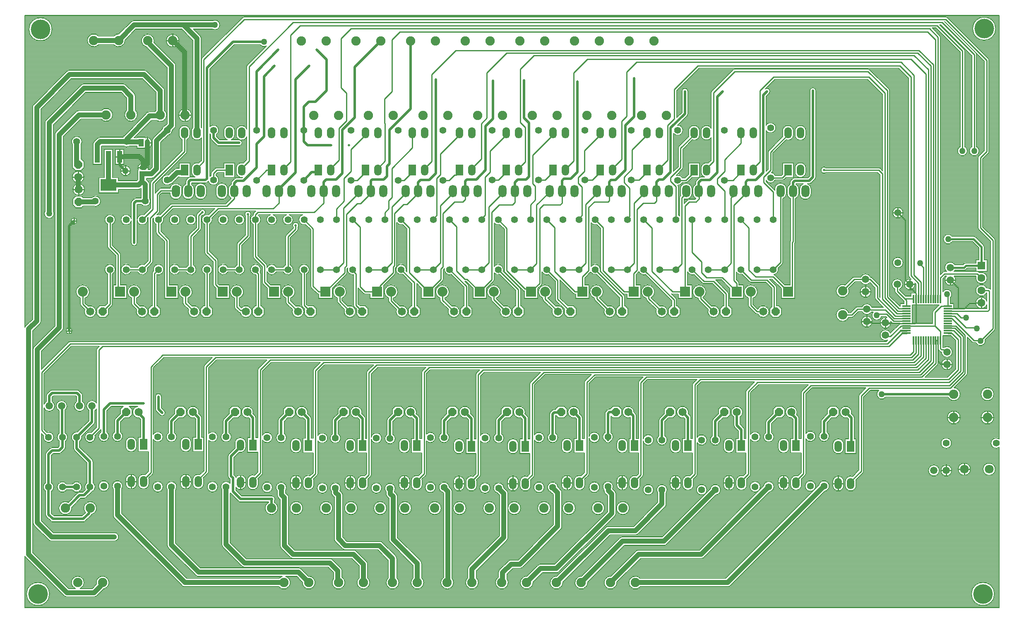
<source format=gtl>
G04*
G04 #@! TF.GenerationSoftware,Altium Limited,Altium Designer,21.3.2 (30)*
G04*
G04 Layer_Physical_Order=1*
G04 Layer_Color=255*
%FSTAX24Y24*%
%MOIN*%
G70*
G04*
G04 #@! TF.SameCoordinates,1CD0A03D-4A64-46C4-810B-20C9608AE917*
G04*
G04*
G04 #@! TF.FilePolarity,Positive*
G04*
G01*
G75*
%ADD11C,0.0100*%
%ADD14C,0.0150*%
%ADD20R,0.0118X0.0669*%
%ADD21R,0.0669X0.0118*%
%ADD22R,0.1299X0.0945*%
%ADD23R,0.0394X0.0945*%
%ADD52C,0.0080*%
%ADD53C,0.0400*%
%ADD54C,0.0200*%
%ADD55O,0.0660X0.1000*%
%ADD56C,0.0551*%
%ADD57C,0.0748*%
%ADD58C,0.0750*%
%ADD59C,0.0591*%
%ADD60C,0.0630*%
%ADD61R,0.0630X0.0630*%
%ADD62O,0.0600X0.0900*%
%ADD63R,0.0600X0.0900*%
%ADD64C,0.0650*%
%ADD65P,0.0704X8X202.5*%
%ADD66C,0.0800*%
%ADD67R,0.0800X0.0800*%
%ADD68P,0.0704X8X292.5*%
%ADD69R,0.0591X0.0394*%
%ADD70O,0.0591X0.0394*%
%ADD71R,0.0394X0.0591*%
%ADD72O,0.0394X0.0591*%
%ADD73C,0.0709*%
%ADD74C,0.1575*%
%ADD75C,0.0200*%
%ADD76C,0.0300*%
%ADD77C,0.0500*%
D11*
X07045Y031966D02*
Y032341D01*
X076765Y02471D02*
X07718D01*
Y025125D01*
Y024295D02*
Y02471D01*
X074668Y026554D02*
X075063D01*
X074668Y026159D02*
Y026554D01*
X074272D02*
X074668D01*
X0744Y01975D02*
Y020145D01*
Y01975D02*
X074795D01*
X074005D02*
X0744D01*
X070074Y031966D02*
X07045D01*
X070826D01*
X07045Y03159D02*
Y031966D01*
X071005Y0262D02*
X0714D01*
X071795D01*
X0714Y025805D02*
Y0262D01*
Y026595D01*
X06785Y0256D02*
Y025995D01*
Y025205D02*
Y0256D01*
X067455D02*
X06785D01*
X068245D01*
X06945Y0231D02*
X069845D01*
X06945D02*
Y023495D01*
X069055Y0231D02*
X06945D01*
Y022705D02*
Y0231D01*
X067555Y0232D02*
X06795D01*
Y023595D01*
Y0232D02*
X068345D01*
X06795Y022805D02*
Y0232D01*
X0744Y019355D02*
Y01975D01*
X07766Y01547D02*
X078135D01*
X07766D02*
Y015945D01*
X077185Y01547D02*
X07766D01*
X07495D02*
Y015945D01*
Y01547D02*
X075425D01*
X074475D02*
X07495D01*
Y014995D02*
Y01547D01*
X07766Y014995D02*
Y01547D01*
X0758Y0113D02*
Y011754D01*
X07435Y0112D02*
Y011595D01*
X0758Y0113D02*
X076254D01*
X075346D02*
X0758D01*
X07435Y0112D02*
X074745D01*
X073955D02*
X07435D01*
X0758Y010846D02*
Y0113D01*
X07435Y010805D02*
Y0112D01*
X06525Y01015D02*
X06565D01*
Y0107D01*
Y01015D02*
X06605D01*
X06565Y0096D02*
Y01015D01*
X06125Y0102D02*
X06165D01*
X06085D02*
X06125D01*
Y01075D01*
Y00965D02*
Y0102D01*
X05685D02*
Y01075D01*
X05645Y0102D02*
X05685D01*
X05725D01*
X05685Y00965D02*
Y0102D01*
X05255D02*
Y01075D01*
X05215Y0102D02*
X05255D01*
X05295D01*
X05255Y00965D02*
Y0102D01*
X04825D02*
Y01075D01*
Y0102D02*
X04865D01*
X04785D02*
X04825D01*
Y00965D02*
Y0102D01*
X0438D02*
Y01075D01*
Y0102D02*
X0442D01*
X0434D02*
X0438D01*
Y00965D02*
Y0102D01*
X03945Y01015D02*
Y0107D01*
Y01015D02*
X03985D01*
X03905D02*
X03945D01*
Y0096D02*
Y01015D01*
X0351D02*
Y0107D01*
Y01015D02*
X0355D01*
X0347D02*
X0351D01*
Y0096D02*
Y01015D01*
X013047Y03983D02*
Y040304D01*
X012047Y04583D02*
Y046304D01*
Y04583D02*
X012521D01*
X012047Y045356D02*
Y04583D01*
X011573D02*
X012047D01*
X013047Y03983D02*
X013521D01*
X013047Y039356D02*
Y03983D01*
X012573D02*
X013047D01*
X01Y0376D02*
Y037995D01*
Y0376D02*
X010297D01*
X01Y037205D02*
Y0376D01*
X009681Y035595D02*
Y035892D01*
Y035595D02*
X010077D01*
X009286D02*
X009681D01*
X00825Y03535D02*
X0086D01*
X007787Y036478D02*
Y037051D01*
Y036478D02*
X008084D01*
X007787Y035906D02*
Y036478D01*
X00749D02*
X007787D01*
X0079Y03535D02*
X00825D01*
Y0357D01*
Y035D02*
Y03535D01*
X004431Y034845D02*
Y03527D01*
Y03442D02*
Y034845D01*
X004856D01*
X004006D02*
X004431D01*
X004481Y033845D02*
Y03427D01*
Y033845D02*
X004906D01*
X004481Y03342D02*
Y033845D01*
X004056D02*
X004481D01*
X0041Y0313D02*
X0043D01*
X0041D02*
Y0315D01*
X0039Y0313D02*
X0041D01*
Y0311D02*
Y0313D01*
X0307Y0102D02*
Y01075D01*
Y0102D02*
X0311D01*
X0303D02*
X0307D01*
Y00965D02*
Y0102D01*
X02635D02*
X02675D01*
X02595D02*
X02635D01*
Y01075D01*
Y00965D02*
Y0102D01*
X021975Y010212D02*
Y010762D01*
X021575Y010212D02*
X021975D01*
X022375D01*
X021975Y009662D02*
Y010212D01*
X0175Y01025D02*
Y0108D01*
Y01025D02*
X0179D01*
X0175Y0097D02*
Y01025D01*
X0037Y02225D02*
Y02245D01*
Y02265D01*
X0035Y02245D02*
X0037D01*
X0039D01*
X0131Y0103D02*
Y01085D01*
Y0103D02*
X0135D01*
X0131Y00975D02*
Y0103D01*
X0127D02*
X0131D01*
X0087D02*
Y01085D01*
Y0103D02*
X0091D01*
X0087Y00975D02*
Y0103D01*
X0083D02*
X0087D01*
X034746Y035019D02*
X034877D01*
X035127Y035269D02*
Y0354D01*
X0338Y034592D02*
X034319D01*
X034746Y035019D01*
X034877D02*
X035127Y035269D01*
X0178Y04755D02*
X0743D01*
X0776Y0369D02*
Y04425D01*
X0743Y04755D02*
X0776Y04425D01*
X02175Y0473D02*
X074D01*
X0766Y0447D01*
Y03695D02*
Y0447D01*
X022309Y04705D02*
X0736D01*
X07565Y03695D02*
Y045D01*
X0736Y04705D02*
X07565Y045D01*
X069397Y02225D02*
X069647Y022D01*
X069224Y022159D02*
X06945D01*
X0645Y0354D02*
X0689D01*
X0692Y0351D01*
X06155Y0382D02*
X0616D01*
X05965Y0344D02*
X0604Y03365D01*
Y031408D02*
Y03365D01*
X05965Y0344D02*
Y03485D01*
X0602Y0354D01*
Y03685D01*
X06155Y0382D01*
X0616D02*
Y0384D01*
X0559Y0343D02*
X056493Y033707D01*
Y031408D02*
Y033707D01*
X0559Y0343D02*
Y0347D01*
X0565Y0353D01*
Y03625D01*
X057818Y037568D01*
Y0384D01*
X05215Y0345D02*
X052585Y034065D01*
Y031408D02*
Y034065D01*
X05215Y0345D02*
Y0348D01*
X05295Y0356D02*
Y037164D01*
X05215Y0348D02*
X05295Y0356D01*
X054036Y03825D02*
Y0384D01*
X05295Y037164D02*
X054036Y03825D01*
X05935Y036082D02*
Y0418D01*
X058818Y03555D02*
X05935Y036082D01*
Y0418D02*
X06045Y0429D01*
X0484Y0344D02*
Y03485D01*
X04905Y0355D01*
X0484Y0344D02*
X04885Y03395D01*
X04905Y0355D02*
Y037045D01*
X04885Y031692D02*
Y03395D01*
X048678Y031408D02*
Y03152D01*
X04885Y031692D01*
X050255Y03825D02*
Y0384D01*
X04905Y037045D02*
X050255Y03825D01*
X044771Y031408D02*
Y03153D01*
X045Y031759D01*
Y03405D01*
X0447Y03435D02*
X045Y03405D01*
X0447Y03435D02*
Y0348D01*
X0452Y0353D01*
Y036977D01*
X046473Y03825D02*
Y0384D01*
X0452Y036977D02*
X046473Y03825D01*
X040863Y032613D02*
X04125Y033D01*
X040863Y031408D02*
Y032613D01*
X04125Y033D02*
Y0341D01*
X04105Y0343D02*
X04125Y0341D01*
X04105Y0343D02*
Y036609D01*
X042691Y03825D02*
Y0384D01*
X04105Y036609D02*
X042691Y03825D01*
X038868Y038209D02*
X038909D01*
X036956Y031522D02*
X0372Y031766D01*
X036956Y031408D02*
Y031522D01*
X0372Y031766D02*
Y03485D01*
X0376Y03525D01*
Y036941D01*
X038868Y038209D01*
X038909D02*
Y0384D01*
X033049Y031507D02*
X0333Y031759D01*
X033049Y031408D02*
Y031507D01*
X0333Y031759D02*
Y03475D01*
X0336Y03505D01*
Y036723D01*
X035127Y03825D01*
Y0384D01*
X0556Y036114D02*
Y04165D01*
X055036Y03555D02*
X0556Y036114D01*
Y04165D02*
X0573Y04335D01*
X0519Y036195D02*
Y039D01*
X05245Y03955D02*
Y0419D01*
X0519Y039D02*
X05245Y03955D01*
X051255Y03555D02*
X0519Y036195D01*
X05245Y0419D02*
X05435Y0438D01*
X0482Y03935D02*
X0486Y03975D01*
X047473Y03555D02*
X0482Y036277D01*
Y03935D01*
X0486Y03975D02*
Y0433D01*
X04435Y04325D02*
X04545Y04435D01*
X04435Y03615D02*
Y04325D01*
X043691Y035491D02*
X04435Y03615D01*
X040448Y036089D02*
Y038852D01*
X039909Y03555D02*
X040448Y036089D01*
X04005Y03925D02*
Y04355D01*
Y03925D02*
X040448Y038852D01*
X03735Y0396D02*
Y04325D01*
X0369Y036323D02*
Y03915D01*
X03735Y0396D01*
X032345Y03555D02*
X0329Y036105D01*
Y0431D02*
X03485Y04505D01*
X0329Y036105D02*
Y0431D01*
X028564Y03555D02*
X02915Y036136D01*
X0291Y0392D02*
X02915Y03915D01*
Y036136D02*
Y03915D01*
X0297Y03555D02*
X031345Y037195D01*
Y0384D01*
X0297Y0332D02*
Y03555D01*
X02945Y03295D02*
X0297Y0332D01*
X02945Y0323D02*
Y03295D01*
X029141Y031991D02*
X02945Y0323D01*
X029141Y031408D02*
Y031991D01*
X061Y027992D02*
Y0337D01*
X0604Y027392D02*
X061Y027992D01*
X0582Y03353D02*
Y0337D01*
X05725Y03258D02*
X0582Y03353D01*
X05725Y0265D02*
Y03258D01*
Y0265D02*
X057462Y026288D01*
Y0256D02*
Y026288D01*
X0572Y033391D02*
Y0337D01*
X057Y033191D02*
X0572Y033391D01*
X056493Y027392D02*
X057Y027899D01*
Y033191D01*
X05445Y0331D02*
Y03365D01*
X0544Y0337D02*
X05445Y03365D01*
X0542Y03285D02*
X05445Y0331D01*
X05365Y03285D02*
X0542D01*
X053323Y032523D02*
X05365Y03285D01*
X053323Y0256D02*
Y032523D01*
X05305Y03318D02*
X0534Y03353D01*
Y0337D01*
X05305Y027857D02*
Y03318D01*
X052585Y027392D02*
X05305Y027857D01*
X05085Y03275D02*
X051Y0329D01*
Y0337D01*
X04995Y03275D02*
X05085D01*
X04945Y03225D02*
X04995Y03275D01*
X04945Y027331D02*
Y03225D01*
X049185Y027065D02*
X04945Y027331D01*
X049185Y0256D02*
Y027065D01*
X0492Y03273D02*
X05Y03353D01*
Y0337D01*
X0492Y027914D02*
Y03273D01*
X048678Y027392D02*
X0492Y027914D01*
X0472Y03295D02*
Y0337D01*
X0471Y03285D02*
X0472Y03295D01*
X046Y03285D02*
X0471D01*
X04555Y0324D02*
X046Y03285D01*
X04555Y0273D02*
Y0324D01*
X045046Y026796D02*
X04555Y0273D01*
X045046Y0256D02*
Y026796D01*
X044892Y027392D02*
Y027514D01*
X0453Y03263D02*
X0462Y03353D01*
Y0337D01*
X0453Y027921D02*
Y03263D01*
X044892Y027514D02*
X0453Y027921D01*
X044771Y027392D02*
X044892D01*
X04325Y0326D02*
X0434Y03275D01*
Y0337D01*
X0419Y0326D02*
X04325D01*
X0416Y0323D02*
X0419Y0326D01*
X0416Y026292D02*
Y0323D01*
X040908Y0256D02*
X0416Y026292D01*
X041008Y027392D02*
Y027537D01*
X0424Y03365D02*
Y0337D01*
X04135Y0326D02*
X0424Y03365D01*
X04135Y027879D02*
Y0326D01*
X041008Y027537D02*
X04135Y027879D01*
X040863Y027392D02*
X041008D01*
X0375Y03243D02*
X0386Y03353D01*
X0375Y027936D02*
Y03243D01*
X0386Y03353D02*
Y0337D01*
X036956Y027392D02*
X0375Y027936D01*
X036769Y0256D02*
X03775Y026581D01*
Y032D01*
X03835Y0326D01*
X0394D02*
X0396Y0328D01*
Y0337D01*
X03835Y0326D02*
X0394D01*
X03365Y02745D02*
X0338Y0276D01*
Y0319D01*
X03475Y03285D01*
X033142Y027485D02*
X0336Y027943D01*
Y03253D02*
X0346Y03353D01*
X0336Y027943D02*
Y03253D01*
X0354Y03285D02*
X0356Y03305D01*
Y0337D01*
X03475Y03285D02*
X0354D01*
X03365Y026619D02*
Y02745D01*
X032631Y0256D02*
X03365Y026619D01*
X028741Y025849D02*
Y026091D01*
X0298Y02715D02*
Y0276D01*
X028492Y0256D02*
X028741Y025849D01*
Y026091D02*
X0298Y02715D01*
X0299Y0277D02*
Y0319D01*
X0298Y0276D02*
X0299Y0277D01*
Y0319D02*
X03065Y03265D01*
X0297Y03243D02*
X0308Y03353D01*
X0297Y027951D02*
Y03243D01*
X029141Y027392D02*
X0297Y027951D01*
X03092Y03265D02*
X0318Y03353D01*
X03065Y03265D02*
X03092D01*
X0318Y03353D02*
Y0337D01*
X02605Y03185D02*
X0269Y0327D01*
X0259Y02755D02*
X02605Y0277D01*
Y03185D01*
X0258Y03233D02*
X027Y03353D01*
X0258Y027958D02*
Y03233D01*
X025234Y027392D02*
X0258Y027958D01*
X02717Y0327D02*
X028Y03353D01*
Y0337D01*
X0269Y0327D02*
X02717D01*
X0259Y027146D02*
Y02755D01*
X024354Y0256D02*
X0259Y027146D01*
X025234Y031532D02*
X0253Y031466D01*
X0264Y037086D02*
X027564Y03825D01*
Y0384D01*
X0264Y0353D02*
Y037086D01*
X02585Y03475D02*
X0264Y0353D01*
X02585Y0329D02*
Y03475D01*
X025234Y032284D02*
X02585Y0329D01*
X025234Y031532D02*
Y032284D01*
X025242Y031408D02*
X0253Y031466D01*
X025234Y031408D02*
X025242D01*
X0189Y032D02*
X02345D01*
X0242Y03275D01*
X018722Y031822D02*
X0189Y032D01*
X018722Y028428D02*
Y031822D01*
X02545Y036218D02*
Y03878D01*
X024782Y03555D02*
X02545Y036218D01*
Y03878D02*
X02605Y03938D01*
X0256Y04205D02*
X02605Y0416D01*
Y03938D02*
Y0416D01*
X061142Y034792D02*
X0616Y03525D01*
X0602Y034792D02*
X061142D01*
X0616Y03525D02*
Y0354D01*
X056462Y034592D02*
X05716D01*
X057818Y03525D01*
Y0354D01*
X052723Y034592D02*
X053378D01*
X054036Y03525D01*
Y0354D01*
X049608Y034604D02*
X050255Y03525D01*
X048985Y034604D02*
X049608D01*
X050255Y03525D02*
Y0354D01*
X045826Y034604D02*
X046473Y03525D01*
X045246Y034604D02*
X045826D01*
X046473Y03525D02*
Y0354D01*
X042045Y034604D02*
X042691Y03525D01*
Y0354D01*
X041508Y034604D02*
X042045D01*
X037769D02*
X038263D01*
X038909Y03525D01*
Y0354D01*
X026906Y034592D02*
X027564Y03525D01*
Y0354D01*
X0264Y034592D02*
X026906D01*
X030688D02*
X031345Y03525D01*
Y0354D01*
X0302Y034592D02*
X030688D01*
X033142Y027392D02*
Y027485D01*
X0346Y03353D02*
Y0337D01*
X033049Y027392D02*
X033142D01*
X0308Y03353D02*
Y0337D01*
X027Y03353D02*
Y0337D01*
X05845Y02735D02*
Y030753D01*
X057795Y031408D02*
X05845Y030753D01*
Y02735D02*
X059Y0268D01*
X0604D01*
X0616Y0256D01*
X05505Y02675D02*
X056312D01*
X057462Y0256D01*
X05465Y02715D02*
X05505Y02675D01*
X05465Y02715D02*
Y028D01*
X053888Y028762D02*
X05465Y028D01*
X053888Y028762D02*
Y031408D01*
X059098Y027392D02*
X0604D01*
X05519D02*
X056493D01*
X047376D02*
X048678D01*
X051283D02*
X052585D01*
X05065Y02725D02*
X0523Y0256D01*
X053323D01*
X05065Y02725D02*
Y030738D01*
X04998Y031408D02*
X05065Y030738D01*
X0467Y0273D02*
X0484Y0256D01*
X049185D01*
X0467Y0273D02*
Y030781D01*
X046073Y031408D02*
X0467Y030781D01*
X0428Y02725D02*
X04445Y0256D01*
X045046D01*
X0428Y02725D02*
Y030774D01*
X042166Y031408D02*
X0428Y030774D01*
X03895Y0273D02*
X040416Y025834D01*
X03895Y0273D02*
Y030716D01*
X038259Y031408D02*
X03895Y030716D01*
X040416Y025834D02*
X040674D01*
X040908Y0256D01*
X035749Y02662D02*
X036769Y0256D01*
X03558Y02662D02*
X035749D01*
X034909Y027291D02*
X03558Y02662D01*
X034909Y027291D02*
Y03085D01*
X034351Y031408D02*
X034909Y03085D01*
X0311Y027131D02*
X032631Y0256D01*
X0311Y027131D02*
Y030752D01*
X030444Y031408D02*
X0311Y030752D01*
X02715Y026D02*
X02755Y0256D01*
X028492D01*
X02715Y026D02*
Y030794D01*
X026537Y031408D02*
X02715Y030794D01*
X0238Y0256D02*
X024354D01*
X02335Y02605D02*
X0238Y0256D01*
X02335Y02605D02*
Y030687D01*
X022629Y031408D02*
X02335Y030687D01*
X06195Y029586D02*
X062Y029636D01*
X0616Y0256D02*
X06195Y02595D01*
Y029586D01*
X062Y029636D02*
Y0337D01*
X058637Y02655D02*
X0599D01*
X057795Y027392D02*
X058637Y02655D01*
X0599D02*
X060487Y025963D01*
Y024113D02*
X0606Y024D01*
X060487Y024113D02*
Y025963D01*
X0586Y0245D02*
X0591Y024D01*
X0586Y0245D02*
Y0256D01*
X0591Y024D02*
X0596D01*
X05483Y02645D02*
X0556D01*
X053888Y027392D02*
X05483Y02645D01*
X0556D02*
X056615Y025435D01*
Y024D02*
Y025435D01*
X054565Y02505D02*
Y025496D01*
Y02505D02*
X055615Y024D01*
X054462Y0256D02*
X054565Y025496D01*
X052431Y024D02*
Y024942D01*
X04998Y027392D02*
X052431Y024942D01*
X050381Y02505D02*
Y025542D01*
X050323Y0256D02*
X050381Y025542D01*
Y02505D02*
X051431Y024D01*
X046073Y027377D02*
Y027392D01*
Y027377D02*
X048246Y025204D01*
Y024D02*
Y025204D01*
X046185Y0256D02*
X046196Y025588D01*
Y02505D02*
X047246Y024D01*
X046196Y02505D02*
Y025588D01*
X042166Y027392D02*
X04305Y026508D01*
Y025012D02*
Y026508D01*
Y025012D02*
X044062Y024D01*
X042046Y025015D02*
X043062Y024D01*
X042046Y025015D02*
Y0256D01*
X037908Y024969D02*
Y0256D01*
Y024969D02*
X038877Y024D01*
X039877D02*
Y025774D01*
X038259Y027392D02*
X039877Y025774D01*
X034351Y027392D02*
X035692Y026051D01*
Y024D02*
Y026051D01*
X033769Y024923D02*
X034692Y024D01*
X033769Y024923D02*
Y0256D01*
X031508Y024D02*
Y026328D01*
X030444Y027392D02*
X031508Y026328D01*
X029631Y024877D02*
X030508Y024D01*
X029631Y024877D02*
Y0256D01*
X026537Y027317D02*
X0268Y027054D01*
X026537Y027317D02*
Y027392D01*
X0268Y024523D02*
Y027054D01*
Y024523D02*
X027323Y024D01*
X02615D02*
Y024173D01*
X025492Y024831D02*
Y0256D01*
Y024831D02*
X02615Y024173D01*
Y024D02*
X026323D01*
X021354Y024785D02*
Y0256D01*
Y024785D02*
X022138Y024D01*
X022629Y024509D02*
Y027392D01*
Y024509D02*
X023138Y024D01*
X02195Y03065D02*
Y03095D01*
X021327Y030027D02*
X02195Y03065D01*
X021327Y027392D02*
Y030027D01*
X0206Y0337D02*
Y03387D01*
X019608Y0354D02*
X02D01*
X0188Y034592D02*
X019608Y0354D01*
X017Y0331D02*
Y0337D01*
X0176Y03555D02*
X0182Y03615D01*
Y04375D02*
X02175Y0473D01*
X0182Y03615D02*
Y04375D01*
X0176Y0354D02*
Y03555D01*
X0242Y03275D02*
Y0337D01*
X0181Y0301D02*
Y03185D01*
X01742Y02942D02*
X0181Y0301D01*
X01742Y027392D02*
Y02942D01*
X01945Y026365D02*
Y0277D01*
Y026365D02*
X020215Y0256D01*
X018722Y028428D02*
X01945Y0277D01*
X0692Y025015D02*
Y0351D01*
X058818Y0354D02*
Y03555D01*
X06045Y0429D02*
X0681D01*
X0694Y0416D01*
Y025093D02*
Y0416D01*
X055036Y0354D02*
Y03555D01*
X0573Y04335D02*
X06805D01*
X0696Y0418D01*
Y025172D02*
Y0418D01*
X051255Y0354D02*
Y03555D01*
X05435Y0438D02*
X0706D01*
X0715Y0429D01*
Y0269D02*
Y0429D01*
X047473Y0354D02*
Y03555D01*
X0486Y0433D02*
X0494Y0441D01*
X0707D01*
X07175Y04305D01*
Y02695D02*
Y04305D01*
X043691Y0354D02*
Y035491D01*
X04545Y04435D02*
X0715D01*
X072702Y043148D01*
Y025018D02*
Y043148D01*
X04115Y04465D02*
X07175D01*
X04005Y04355D02*
X04115Y04465D01*
X07175D02*
X072898Y043502D01*
Y025018D02*
Y043502D01*
X073292Y025018D02*
Y043908D01*
X03485Y04505D02*
X07215D01*
X073292Y043908D01*
X03895Y04485D02*
X07205D01*
X073095Y025018D02*
Y043805D01*
X07205Y04485D02*
X073095Y043805D01*
X03735Y04325D02*
X03895Y04485D01*
X039909Y0354D02*
Y03555D01*
X036127Y0354D02*
Y03555D01*
X0369Y036323D01*
X032345Y0354D02*
Y03555D01*
X03035Y04655D02*
X07285D01*
X0297Y0459D02*
X03035Y04655D01*
X07285D02*
X073489Y045911D01*
X073Y0468D02*
X073686Y046114D01*
X0264Y0468D02*
X073D01*
X0256Y046D02*
X0264Y0468D01*
X028564Y0354D02*
Y03555D01*
X0291Y0392D02*
Y04115D01*
X0297Y04175D01*
Y0459D01*
X0144Y032D02*
X01445D01*
X01415Y03175D02*
X0144Y032D01*
X02015Y0323D02*
X0206Y03275D01*
Y0337D01*
X015707Y0323D02*
X02015D01*
X014815Y031408D02*
X015707Y0323D01*
X01415Y0307D02*
Y03175D01*
X013512Y030062D02*
X01415Y0307D01*
X013512Y027392D02*
Y030062D01*
X0155Y026177D02*
Y0281D01*
Y026177D02*
X016077Y0256D01*
X014815Y028785D02*
X0155Y0281D01*
X014815Y028785D02*
Y031408D01*
X018954Y024D02*
Y027038D01*
X018722Y02727D02*
X018954Y027038D01*
X018722Y02727D02*
Y027392D01*
X017495Y024105D02*
X017849D01*
X017954Y024D01*
X017215Y024385D02*
X017495Y024105D01*
X017215Y024385D02*
Y0256D01*
X014769Y024D02*
X014815Y024045D01*
Y027392D01*
X013077Y024692D02*
X013769Y024D01*
X013077Y024692D02*
Y0256D01*
X010585Y024D02*
Y027069D01*
X010907Y027392D01*
X008938Y024646D02*
X009585Y024D01*
X008938Y024646D02*
Y0256D01*
X007Y0246D02*
Y027392D01*
X0064Y024D02*
X007Y0246D01*
X0048D02*
Y0256D01*
Y0246D02*
X0054Y024D01*
X00765Y02575D02*
X0078Y0256D01*
X00765Y02575D02*
Y0286D01*
X007Y02925D02*
X00765Y0286D01*
X007Y02925D02*
Y031408D01*
X011588Y02595D02*
X011938Y0256D01*
X011588Y02595D02*
Y029712D01*
X010907Y030393D02*
X011588Y029712D01*
X010907Y030393D02*
Y031408D01*
X043468Y027392D02*
X044771D01*
X039561D02*
X040863D01*
X035654D02*
X036956D01*
X031746D02*
X033049D01*
X027839D02*
X029141D01*
X023932D02*
X025234D01*
X020024D02*
X021327D01*
X016117D02*
X01742D01*
X01221D02*
X013512D01*
X01455Y0361D02*
Y0443D01*
X0178Y04755D01*
X0108Y03345D02*
X0111Y03375D01*
X0123D01*
Y034D02*
X0126D01*
X0164Y0325D02*
X017Y0331D01*
X011999Y0325D02*
X0164D01*
X010907Y031408D02*
X011999Y0325D01*
X015338Y035138D02*
X0156Y0354D01*
X0166D01*
X015338Y034604D02*
Y035138D01*
X014Y03555D02*
X01455Y0361D01*
X008302Y027392D02*
X009605D01*
X01025Y028037D01*
Y03155D01*
X0108Y0321D01*
Y03345D01*
X009605Y031408D02*
X01045Y032253D01*
Y03435D01*
X013Y0369D01*
Y0384D01*
X0061Y014595D02*
Y0209D01*
X0064Y0212D01*
X06975D01*
X024782Y0354D02*
Y03555D01*
X0256Y04205D02*
Y046D01*
X021527Y046269D02*
X022309Y04705D01*
X021Y0354D02*
Y03555D01*
X021527Y036077D01*
Y046269D01*
X014Y0354D02*
Y03555D01*
X0771Y030746D02*
Y0364D01*
X0776Y0369D01*
X0771Y030746D02*
X0781Y029746D01*
Y02265D02*
Y029746D01*
X075942Y022708D02*
X076742D01*
X0768Y02265D01*
X075005Y023645D02*
X075942Y022708D01*
X07555Y0235D02*
X07595D01*
X075208Y023842D02*
X07555Y0235D01*
X074468Y023842D02*
X075208D01*
X0682Y0242D02*
X06825Y02415D01*
X068206Y023098D02*
X068206Y023098D01*
X066935Y0266D02*
X06785D01*
X066735Y023735D02*
X0672Y0242D01*
X0682D01*
X066Y023735D02*
X066735D01*
X066Y025665D02*
X066935Y0266D01*
X06785D02*
X0682D01*
X0771Y02165D02*
X0781Y02265D01*
X076567Y021683D02*
X077067D01*
X075039Y022661D02*
X0757Y022D01*
X074811Y023439D02*
X076567Y021683D01*
X075092Y022858D02*
X07585Y0221D01*
X07175Y0199D02*
X072308Y020458D01*
X071656Y020106D02*
X072111Y020561D01*
X071553Y020303D02*
X071914Y020664D01*
X07145Y0205D02*
X071717Y020767D01*
X0735Y01985D02*
Y02167D01*
X073292Y019942D02*
Y021681D01*
X073686Y020014D02*
Y021681D01*
X073095Y020045D02*
Y021681D01*
X072898Y020148D02*
Y021681D01*
X072702Y020252D02*
Y021681D01*
X072505Y020355D02*
Y021681D01*
X072308Y020458D02*
Y021681D01*
X072111Y020561D02*
Y021681D01*
X071914Y020664D02*
Y021681D01*
X071717Y020767D02*
Y021681D01*
X07388Y01982D02*
X07433D01*
X0753Y0193D02*
Y02175D01*
X07585Y019015D02*
Y0221D01*
X0755Y019222D02*
Y0219D01*
X0757Y019143D02*
Y022D01*
X074101Y020929D02*
X074281Y02075D01*
X073971Y020929D02*
X074101D01*
X073883Y021017D02*
X073971Y020929D01*
X073883Y021017D02*
Y021681D01*
X077067Y021683D02*
X0771Y02165D01*
X06975Y0212D02*
X070817Y022267D01*
X0696Y0214D02*
X070664Y022464D01*
X069647Y022D02*
X06985D01*
X06935Y02225D02*
X069397D01*
X06985Y022D02*
X070708Y022858D01*
X071132D01*
X073442D01*
X069395Y023055D02*
X071132D01*
X071805D01*
X06935Y0231D02*
X069395Y023055D01*
X068206Y023098D02*
X069452D01*
X071805Y023055D02*
X071914Y023164D01*
X070098Y023252D02*
X071132D01*
X073442Y022858D02*
X073883Y022417D01*
X074468Y022464D02*
X074936D01*
X074468Y022661D02*
X075039D01*
X074468Y022858D02*
X075092D01*
X074792Y022258D02*
X0753Y02175D01*
X073883Y021681D02*
Y022417D01*
X074936Y022464D02*
X0755Y0219D01*
X074478Y022258D02*
X074792D01*
X074468Y022267D02*
X074478Y022258D01*
X06875Y0237D02*
X068858Y023808D01*
X0682Y0266D02*
X0688Y026D01*
Y0251D02*
Y026D01*
X06825Y02415D02*
X06945D01*
X070152Y023448D02*
X071132D01*
X069542Y023808D02*
X070098Y023252D01*
X070255Y023645D02*
X071132D01*
X06945Y02415D02*
X070152Y023448D01*
X068858Y023808D02*
X069542D01*
X070373Y023842D02*
X071132D01*
X070454Y024039D02*
X071132D01*
X071914Y023164D02*
Y025018D01*
X070536Y024236D02*
X071132D01*
X0688Y0251D02*
X070255Y023645D01*
X0692Y025015D02*
X070373Y023842D01*
X0694Y025093D02*
X070454Y024039D01*
X0696Y025172D02*
X070536Y024236D01*
X0704Y02565D02*
Y0262D01*
Y02565D02*
X071Y02505D01*
X071132Y024918D01*
Y024433D02*
Y024918D01*
X07105Y02655D02*
X0714Y0262D01*
X071Y02505D02*
X071701D01*
X0714Y0262D02*
X071484Y026116D01*
Y025916D02*
Y026116D01*
Y025916D02*
X071914Y025486D01*
X071701Y02505D02*
X071717Y025034D01*
Y025018D02*
Y025034D01*
X0715Y0269D02*
X072111Y026289D01*
X071914Y025018D02*
Y025486D01*
X07175Y02695D02*
X072308Y026392D01*
X072111Y025018D02*
Y026289D01*
X072308Y025018D02*
Y026392D01*
X072505Y025018D02*
Y027551D01*
X07045Y031966D02*
X07105Y031366D01*
Y02655D02*
Y031366D01*
X072229Y027826D02*
X072505Y027551D01*
X073442Y022858D02*
Y023942D01*
X073933Y024433D01*
X074468D01*
Y025331D01*
Y023448D02*
X074478Y023439D01*
X073489Y025018D02*
Y045911D01*
X073686Y025018D02*
Y046114D01*
X073883Y025018D02*
Y026727D01*
X074206Y027051D01*
X074668Y026554D02*
X0753Y025922D01*
X075786Y024236D02*
X07626Y02471D01*
X0753Y024236D02*
X075786D01*
X07626Y02471D02*
X07718D01*
X074468Y024039D02*
X077689D01*
X074206Y027051D02*
X076839D01*
X07718Y02571D02*
X07774D01*
X076839Y027051D02*
X07718Y02671D01*
X077689Y024039D02*
X0778Y02415D01*
X07774Y02571D02*
X0778Y02565D01*
Y02415D02*
Y02565D01*
X074478Y023439D02*
X074811D01*
X074468Y024236D02*
X0753D01*
Y025922D01*
X074468Y023645D02*
X075005D01*
X072378Y018728D02*
X0735Y01985D01*
X072275Y018925D02*
X073292Y019942D01*
X072172Y019122D02*
X073095Y020045D01*
X07205Y0193D02*
X072898Y020148D01*
X07195Y0195D02*
X072702Y020252D01*
X073686Y020014D02*
X07388Y01982D01*
X07185Y0197D02*
X072505Y020355D01*
X074528Y018528D02*
X0753Y0193D01*
X074685Y01785D02*
X07585Y019015D01*
X074607Y01805D02*
X0757Y019143D01*
X074578Y0183D02*
X0755Y019222D01*
X0038Y0214D02*
X0696D01*
X0015Y0191D02*
X0038Y0214D01*
X00539Y013885D02*
X0061Y014595D01*
X0015Y014435D02*
Y0191D01*
Y014435D02*
X00205Y013885D01*
X05915Y0183D02*
X074578D01*
X0584Y01755D02*
X05915Y0183D01*
X06285Y01745D02*
X06345Y01805D01*
X074607D01*
X06815Y01785D02*
X074685D01*
X0675Y0172D02*
X06815Y01785D01*
X054528Y018528D02*
X074528D01*
X0541Y0181D02*
X054528Y018528D01*
X04975Y018278D02*
X0502Y018728D01*
X072378Y018728D01*
X0242Y0199D02*
X07175D01*
X02355Y01925D02*
X0242Y0199D01*
X028487Y0197D02*
X07185D01*
X02785Y019063D02*
X028487Y0197D01*
X0323Y0191D02*
X0327Y0195D01*
X07195D01*
X06665Y0103D02*
X0675Y01115D01*
Y0172D01*
X06225Y01035D02*
X06285Y01095D01*
Y01745D01*
X05785Y01035D02*
X0584Y0109D01*
Y01755D01*
X05355Y01035D02*
X0541Y0109D01*
Y0181D01*
X04975Y01085D02*
Y018278D01*
X04925Y01035D02*
X04975Y01085D01*
X0454Y01095D02*
Y0183D01*
X0448Y01035D02*
X0454Y01095D01*
Y0183D02*
X046025Y018925D01*
X04905D01*
X04045Y0103D02*
X041Y01085D01*
Y018172D01*
X04195Y019122D01*
X0361Y0103D02*
X03665Y01085D01*
Y0189D01*
X03705Y0193D01*
X0403D01*
X0323Y01095D02*
Y0191D01*
X0317Y01035D02*
X0323Y01095D01*
X02785Y01085D02*
Y019063D01*
X02735Y01035D02*
X02785Y01085D01*
X022975Y010362D02*
X02355Y010937D01*
Y01925D01*
X0403Y0193D02*
X07205Y0193D01*
X019906Y020106D02*
X0259D01*
X0191Y011D02*
Y0193D01*
X019906Y020106D01*
X0185Y0104D02*
X0191Y011D01*
X01475Y0111D02*
Y01955D01*
X015503Y020303D02*
X071553Y020303D01*
X01475Y01955D02*
X015503Y020303D01*
X0141Y01045D02*
X01475Y0111D01*
X0103Y01105D02*
Y01955D01*
X01125Y0205D02*
X07145D01*
X0103Y01955D02*
X01125Y0205D01*
X0097Y01045D02*
X0103Y01105D01*
X0259Y020106D02*
X071656Y020106D01*
X04905Y018925D02*
X072275Y018925D01*
X04195Y019122D02*
X072172Y019122D01*
D14*
X073489Y021681D02*
X0735Y02167D01*
X07433Y01982D02*
X0744Y01975D01*
X074281Y02075D02*
X0744D01*
X070817Y022267D02*
X071132D01*
X070664Y022464D02*
X071132D01*
X072229Y027826D02*
Y027921D01*
X0744Y0254D02*
X074468Y025331D01*
X07718Y02771D02*
Y02922D01*
X0745Y02985D02*
X07655D01*
X075786Y027554D02*
X075941Y02771D01*
X07718D01*
X07655Y02985D02*
X07718Y02922D01*
X074668Y027554D02*
X075786D01*
X06665Y01015D02*
Y0103D01*
X06225Y0102D02*
Y01035D01*
X05785Y0102D02*
Y01035D01*
X05355Y0102D02*
Y01035D01*
X04925Y0102D02*
Y01035D01*
X0448Y0102D02*
Y01035D01*
X04045Y01015D02*
Y0103D01*
X0361Y01015D02*
Y0103D01*
X0317Y0102D02*
Y01035D01*
X02735Y0102D02*
Y01035D01*
X022975Y010212D02*
Y010362D01*
X0185Y01025D02*
Y0104D01*
X0141Y0103D02*
Y01045D01*
X0097Y0103D02*
Y01045D01*
D20*
X071717Y025018D02*
D03*
X071914D02*
D03*
X072111D02*
D03*
X072308D02*
D03*
X072505D02*
D03*
X072702D02*
D03*
X072898D02*
D03*
X073095D02*
D03*
X073292D02*
D03*
X073489D02*
D03*
X073686D02*
D03*
X073883D02*
D03*
Y021681D02*
D03*
X073686D02*
D03*
X073489D02*
D03*
X073292D02*
D03*
X073095D02*
D03*
X072898D02*
D03*
X072702D02*
D03*
X072505D02*
D03*
X072308D02*
D03*
X072111D02*
D03*
X071914D02*
D03*
X071717D02*
D03*
D21*
X074468Y024433D02*
D03*
Y024236D02*
D03*
Y024039D02*
D03*
Y023842D02*
D03*
Y023645D02*
D03*
Y023448D02*
D03*
Y023252D02*
D03*
Y023055D02*
D03*
Y022858D02*
D03*
Y022661D02*
D03*
Y022464D02*
D03*
Y022267D02*
D03*
X071132D02*
D03*
Y022464D02*
D03*
Y022661D02*
D03*
Y022858D02*
D03*
Y023055D02*
D03*
Y023252D02*
D03*
Y023448D02*
D03*
Y023645D02*
D03*
Y023842D02*
D03*
Y024039D02*
D03*
Y024236D02*
D03*
Y024433D02*
D03*
D22*
X006881Y034195D02*
D03*
D23*
X005976Y036478D02*
D03*
X006881D02*
D03*
X007787D02*
D03*
D52*
X07779Y04425D02*
G03*
X077734Y044384I-00019J0D01*
G01*
X078327Y0468D02*
G03*
X078327Y0468I-000927J0D01*
G01*
D02*
G03*
X078327Y0468I-000927J0D01*
G01*
X07779Y04425D02*
G03*
X077734Y044385I-00019J0D01*
G01*
X07584Y045D02*
G03*
X075784Y045134I-00019J0D01*
G01*
X07679Y0447D02*
G03*
X076734Y044835I-00019J0D01*
G01*
X07679Y0447D02*
G03*
X076734Y044834I-00019J0D01*
G01*
X07584Y045D02*
G03*
X075784Y045135I-00019J0D01*
G01*
X074434Y047684D02*
G03*
X0743Y04774I-000134J-000134D01*
G01*
X074435Y047684D02*
G03*
X0743Y04774I-000135J-000134D01*
G01*
X077734Y036765D02*
G03*
X07779Y0369I-000134J000135D01*
G01*
X077734Y036766D02*
G03*
X07779Y0369I-000134J000134D01*
G01*
X07699Y03695D02*
G03*
X07679Y037291I-00039J0D01*
G01*
X07641D02*
G03*
X07699Y03695I00019J-000341D01*
G01*
X076966Y036534D02*
G03*
X07691Y0364I000134J-000134D01*
G01*
X076966Y036535D02*
G03*
X07691Y0364I000134J-000135D01*
G01*
X07604Y03695D02*
G03*
X07584Y037291I-00039J0D01*
G01*
X07546D02*
G03*
X07604Y03695I00019J-000341D01*
G01*
X073876Y046114D02*
G03*
X07382Y046249I-00019J0D01*
G01*
X073876Y046114D02*
G03*
X07382Y046249I-00019J0D01*
G01*
X068185Y043484D02*
G03*
X06805Y04354I-000135J-000134D01*
G01*
X068184Y043484D02*
G03*
X06805Y04354I-000134J-000134D01*
G01*
X06979Y0418D02*
G03*
X069734Y041935I-00019J0D01*
G01*
X06979Y0418D02*
G03*
X069734Y041934I-00019J0D01*
G01*
X069034Y035534D02*
G03*
X0689Y03559I-000134J-000134D01*
G01*
X069035Y035534D02*
G03*
X0689Y03559I-000135J-000134D01*
G01*
X070866Y031966D02*
G03*
X070866Y031966I-000416J0D01*
G01*
X07829Y029746D02*
G03*
X078234Y029881I-00019J0D01*
G01*
X07829Y029746D02*
G03*
X078234Y02988I-00019J0D01*
G01*
X077395Y02922D02*
G03*
X077332Y029372I-000215J0D01*
G01*
X077635Y02671D02*
G03*
X077022Y027137I-000455J0D01*
G01*
X07691Y030746D02*
G03*
X076966Y030612I00019J0D01*
G01*
X07691Y030746D02*
G03*
X076966Y030611I00019J0D01*
G01*
X076702Y030002D02*
G03*
X07655Y030065I-000152J-000152D01*
G01*
X076702Y030002D02*
G03*
X07655Y030065I-000152J-000152D01*
G01*
X077395Y02922D02*
G03*
X077332Y029372I-000215J0D01*
G01*
X074825Y030065D02*
G03*
X074825Y029635I-000325J-000215D01*
G01*
X075941Y027925D02*
G03*
X075789Y027862I0J-000215D01*
G01*
X075941Y027925D02*
G03*
X075789Y027862I0J-000215D01*
G01*
X076973Y027185D02*
G03*
X076839Y027241I-000134J-000134D01*
G01*
X076974Y027185D02*
G03*
X076839Y027241I-000135J-000134D01*
G01*
X075786Y027339D02*
G03*
X075938Y027402I0J000215D01*
G01*
X075786Y027339D02*
G03*
X075938Y027402I0J000215D01*
G01*
X07497Y027241D02*
G03*
X075046Y027339I-000302J000313D01*
G01*
Y027769D02*
G03*
X074366Y027241I-000378J-000215D01*
G01*
X074206D02*
G03*
X074072Y027185I0J-00019D01*
G01*
X074206Y027241D02*
G03*
X074072Y027185I0J-00019D01*
G01*
X076751Y026861D02*
G03*
X077635Y02671I000429J-000151D01*
G01*
X077874Y025844D02*
G03*
X07774Y0259I-000134J-000134D01*
G01*
X077875Y025844D02*
G03*
X07774Y0259I-000135J-000134D01*
G01*
X078234Y022516D02*
G03*
X07829Y02265I-000134J000134D01*
G01*
X078234Y022515D02*
G03*
X07829Y02265I-000134J000135D01*
G01*
X077593Y0259D02*
G03*
X077593Y02552I-000413J-00019D01*
G01*
X075103Y026554D02*
G03*
X074977Y026861I-000435J0D01*
G01*
X07761Y024859D02*
G03*
X07761Y024561I-00043J-000149D01*
G01*
X074359Y026861D02*
G03*
X075103Y026554I000309J-000307D01*
G01*
X07479Y0254D02*
G03*
X074073Y025612I-00039J0D01*
G01*
X074658Y025108D02*
G03*
X07479Y0254I-000258J000292D01*
G01*
X07749Y02165D02*
G03*
X077475Y021756I-00039J0D01*
G01*
X076743Y021493D02*
G03*
X07749Y02165I000357J000157D01*
G01*
X076433Y021549D02*
G03*
X076567Y021493I000135J000134D01*
G01*
X076433Y021548D02*
G03*
X076567Y021493I000134J000134D01*
G01*
X074835Y02075D02*
G03*
X074157Y021111I-000435J0D01*
G01*
X073965Y02074D02*
G03*
X074835Y02075I000435J00001D01*
G01*
X074157Y021111D02*
G03*
X074101Y021119I-000056J-000182D01*
G01*
X074157Y021111D02*
G03*
X074101Y021119I-000056J-000182D01*
G01*
X070866Y02795D02*
G03*
X070866Y02795I-000416J0D01*
G01*
X071835Y0262D02*
G03*
X071821Y02631I-000435J0D01*
G01*
X07131Y0269D02*
G03*
X071366Y026765I00019J0D01*
G01*
X07131Y0269D02*
G03*
X071366Y026766I00019J0D01*
G01*
X07151Y026621D02*
G03*
X071835Y0262I-00011J-000421D01*
G01*
X070835D02*
G03*
X07021Y025808I-000435J0D01*
G01*
X07059D02*
G03*
X070835Y0262I-00019J000392D01*
G01*
X068334Y026734D02*
G03*
X068244Y026785I-000134J-000134D01*
G01*
X068335Y026734D02*
G03*
X068244Y026785I-000135J-000134D01*
G01*
X06899Y026D02*
G03*
X068934Y026135I-00019J0D01*
G01*
X06899Y026D02*
G03*
X068934Y026134I-00019J0D01*
G01*
X068244Y026785D02*
G03*
X067458Y02679I-000394J-000185D01*
G01*
Y02641D02*
G03*
X068196Y026336I000392J00019D01*
G01*
X073836Y020795D02*
G03*
X073965Y02074I000135J000134D01*
G01*
X073836Y020795D02*
G03*
X073965Y02074I000134J000134D01*
G01*
X073693Y021017D02*
G03*
X073748Y020883I00019J0D01*
G01*
X073693Y021017D02*
G03*
X073749Y020883I00019J0D01*
G01*
X073634Y019716D02*
G03*
X07369Y01985I-000134J000134D01*
G01*
X073634Y019715D02*
G03*
X07369Y01985I-000134J000135D01*
G01*
X073308Y024077D02*
G03*
X073252Y023942I000134J-000135D01*
G01*
X073308Y024076D02*
G03*
X073252Y023942I000134J-000134D01*
G01*
X07021Y02565D02*
G03*
X070266Y025515I00019J0D01*
G01*
X07021Y02565D02*
G03*
X070266Y025516I00019J0D01*
G01*
X06861Y0251D02*
G03*
X068666Y024966I00019J0D01*
G01*
X06861Y0251D02*
G03*
X068666Y024965I00019J0D01*
G01*
X068459Y02396D02*
G03*
X069131Y023618I000291J-00026D01*
G01*
X068285Y0256D02*
G03*
X068285Y0256I-000435J0D01*
G01*
X068362Y02434D02*
G03*
X067558Y02439I-000412J-00014D01*
G01*
Y02401D02*
G03*
X068313Y02396I000392J00019D01*
G01*
X069964Y023117D02*
G03*
X070098Y023062I000135J000134D01*
G01*
X069964Y023117D02*
G03*
X070098Y023062I000134J000134D01*
G01*
X069885Y0231D02*
G03*
X069871Y02321I-000435J0D01*
G01*
X070657Y023041D02*
G03*
X070574Y022992I000051J-000183D01*
G01*
X070657Y023041D02*
G03*
X070573Y022992I000051J-000183D01*
G01*
X06956Y023521D02*
G03*
X069885Y0231I-00011J-000421D01*
G01*
X069851Y02227D02*
G03*
X069639Y021708I-000401J-00017D01*
G01*
X068385Y0232D02*
G03*
X068385Y0232I-000435J0D01*
G01*
X06384Y0418D02*
G03*
X06336Y0418I-00024J0D01*
G01*
X06384D02*
G03*
X06336Y0418I-00024J0D01*
G01*
X06304Y03855D02*
G03*
X06216Y03855I-00044J0D01*
G01*
X06204D02*
G03*
X06116Y03855I-00044J0D01*
G01*
X06216Y03825D02*
G03*
X06304Y03825I00044J0D01*
G01*
Y03555D02*
G03*
X06216Y03555I-00044J0D01*
G01*
X061454Y037835D02*
G03*
X06204Y03825I000146J000415D01*
G01*
X06007Y04158D02*
G03*
X06014Y04175I-00017J00017D01*
G01*
X060616Y038808D02*
G03*
X05984Y039016I-000416J0D01*
G01*
X06007Y04158D02*
G03*
X06014Y04175I-00017J00017D01*
G01*
X06116Y03825D02*
G03*
X061185Y038104I00044J0D01*
G01*
X05984Y0386D02*
G03*
X060616Y038808I00036J000208D01*
G01*
X0573Y04354D02*
G03*
X057166Y043484I0J-00019D01*
G01*
X0573Y04354D02*
G03*
X057165Y043484I0J-00019D01*
G01*
X06014Y04175D02*
G03*
X059771Y041953I-00024J0D01*
G01*
X06014Y04175D02*
G03*
X059771Y041953I-00024J0D01*
G01*
X055466Y041784D02*
G03*
X05541Y04165I000134J-000134D01*
G01*
X055466Y041785D02*
G03*
X05541Y04165I000134J-000135D01*
G01*
Y038782D02*
G03*
X054596Y03855I-000374J-000232D01*
G01*
Y03825D02*
G03*
X05541Y038018I00044J0D01*
G01*
X060066Y036985D02*
G03*
X06001Y03685I000134J-000135D01*
G01*
X060066Y036984D02*
G03*
X06001Y03685I000134J-000134D01*
G01*
X055183Y035965D02*
G03*
X054596Y03555I-000146J-000415D01*
G01*
X064647Y03559D02*
G03*
X064647Y03521I-000147J-00019D01*
G01*
X06377Y03468D02*
G03*
X06384Y03485I-00017J00017D01*
G01*
X06377Y03468D02*
G03*
X06384Y03485I-00017J00017D01*
G01*
X0633Y03431D02*
G03*
X06347Y03438I0J00024D01*
G01*
X0633Y03431D02*
G03*
X06347Y03438I0J00024D01*
G01*
X06347Y03387D02*
G03*
X063165Y03431I-00047J0D01*
G01*
X06253Y03353D02*
G03*
X06347Y03353I00047J0D01*
G01*
X062835Y03431D02*
G03*
X06253Y03387I000165J-00044D01*
G01*
X06216Y03525D02*
G03*
X06304Y03525I00044J0D01*
G01*
X06215Y03479D02*
G03*
X06198Y03472I0J-00024D01*
G01*
X06215Y03479D02*
G03*
X06198Y03472I0J-00024D01*
G01*
X06183Y03457D02*
G03*
X06176Y0344I00017J-00017D01*
G01*
X06247Y03387D02*
G03*
X06224Y034274I-00047J0D01*
G01*
X06183Y03457D02*
G03*
X06176Y0344I00017J-00017D01*
G01*
X06219Y0331D02*
G03*
X06247Y03353I-00019J00043D01*
G01*
X06153D02*
G03*
X06181Y0331I00047J0D01*
G01*
Y029714D02*
G03*
X06176Y029586I00014J-000128D01*
G01*
X06181Y029714D02*
G03*
X06176Y029586I00014J-000128D01*
G01*
X06214Y029507D02*
G03*
X06219Y029636I-00014J000128D01*
G01*
X06214Y029507D02*
G03*
X06219Y029636I-00014J000128D01*
G01*
X061142Y034602D02*
G03*
X061276Y034658I0J00019D01*
G01*
X061142Y034602D02*
G03*
X061277Y034658I0J00019D01*
G01*
X06176Y034274D02*
G03*
X06153Y03387I00024J-000404D01*
G01*
X06147D02*
G03*
X06053Y03387I-00047J0D01*
G01*
X060334Y035266D02*
G03*
X06039Y0354I-000134J000134D01*
G01*
X060334Y035265D02*
G03*
X06039Y0354I-000134J000135D01*
G01*
X054596Y03525D02*
G03*
X054877Y03484I00044J0D01*
G01*
X06057Y034982D02*
G03*
X06027Y035202I-00037J-00019D01*
G01*
X05984Y034584D02*
G03*
X06057Y034602I00036J000208D01*
G01*
X0546Y03484D02*
G03*
X05443Y03477I0J-00024D01*
G01*
X0546Y03484D02*
G03*
X05443Y03477I0J-00024D01*
G01*
X06119Y0331D02*
G03*
X06147Y03353I-00019J00043D01*
G01*
X061134Y027858D02*
G03*
X06119Y027992I-000134J000134D01*
G01*
X061134Y027857D02*
G03*
X06119Y027992I-000134J000135D01*
G01*
X060816Y027392D02*
G03*
X060796Y027519I-000416J0D01*
G01*
X060459Y026981D02*
G03*
X060816Y027392I-000059J000411D01*
G01*
X060535Y026934D02*
G03*
X060459Y026981I-000135J-000134D01*
G01*
X060534Y026934D02*
G03*
X060459Y026981I-000134J-000134D01*
G01*
X05744Y027176D02*
G03*
X057922Y026996I000355J000216D01*
G01*
X054476Y03855D02*
G03*
X053596Y03855I-00044J0D01*
G01*
Y03825D02*
G03*
X053621Y038104I00044J0D01*
G01*
X05389Y037835D02*
G03*
X054476Y03825I000146J000415D01*
G01*
X05423Y03457D02*
G03*
X05416Y0344I00017J-00017D01*
G01*
X05423Y03457D02*
G03*
X05416Y0344I00017J-00017D01*
G01*
Y034274D02*
G03*
X05393Y03387I00024J-000404D01*
G01*
X05354Y04175D02*
G03*
X05306Y04175I-00024J0D01*
G01*
X05354D02*
G03*
X05306Y04175I-00024J0D01*
G01*
X05347Y03978D02*
G03*
X05354Y03995I-00017J00017D01*
G01*
X05347Y03978D02*
G03*
X05354Y03995I-00017J00017D01*
G01*
X053139Y038608D02*
G03*
X052713Y039023I-000416J0D01*
G01*
X052816Y037298D02*
G03*
X05276Y037164I000134J-000134D01*
G01*
X052816Y037298D02*
G03*
X05276Y037164I000134J-000135D01*
G01*
X05239Y038359D02*
G03*
X053139Y038608I000333J000249D01*
G01*
X053084Y035466D02*
G03*
X05314Y0356I-000134J000134D01*
G01*
X053084Y035465D02*
G03*
X05314Y0356I-000134J000135D01*
G01*
X053378Y034402D02*
G03*
X053513Y034458I0J00019D01*
G01*
X053378Y034402D02*
G03*
X053513Y034458I0J00019D01*
G01*
X052775Y034065D02*
G03*
X052739Y034177I-00019J0D01*
G01*
D02*
G03*
X053093Y034402I-000016J000415D01*
G01*
X052775Y034065D02*
G03*
X052739Y034177I-00019J0D01*
G01*
X053093Y034782D02*
G03*
X052611Y034992I-00037J-00019D01*
G01*
X05387Y03387D02*
G03*
X05293Y03387I-00047J0D01*
G01*
Y03353D02*
G03*
X052962Y03336I00047J0D01*
G01*
X05393Y03353D02*
G03*
X054191Y033109I00047J0D01*
G01*
X05324Y033088D02*
G03*
X05387Y03353I00016J000442D01*
G01*
X05365Y03304D02*
G03*
X053515Y032984I0J-00019D01*
G01*
X05365Y03304D02*
G03*
X053516Y032984I0J-00019D01*
G01*
X052916Y033315D02*
G03*
X05286Y03318I000134J-000135D01*
G01*
X052916Y033314D02*
G03*
X05286Y03318I000134J-000134D01*
G01*
Y03172D02*
G03*
X052775Y031777I-000275J-000312D01*
G01*
X04651Y0273D02*
G03*
X046566Y027166I00019J0D01*
G01*
X04651Y0273D02*
G03*
X046566Y027165I00019J0D01*
G01*
X053513Y027212D02*
G03*
X054015Y026996I000375J00018D01*
G01*
X049603Y027218D02*
G03*
X050107Y026996I000377J000174D01*
G01*
X04574Y031159D02*
G03*
X0462Y031012I000333J000248D01*
G01*
X03794Y031141D02*
G03*
X038386Y031012I000319J000267D01*
G01*
X046489Y027392D02*
G03*
X04574Y027641I-000416J0D01*
G01*
X046465Y027254D02*
G03*
X046489Y027392I-000392J000138D01*
G01*
X045684Y027165D02*
G03*
X045708Y027194I-000134J000135D01*
G01*
X03876Y0273D02*
G03*
X038816Y027166I00019J0D01*
G01*
X03876Y0273D02*
G03*
X038816Y027165I00019J0D01*
G01*
X045684Y027166D02*
G03*
X045708Y027194I-000134J000134D01*
G01*
D02*
G03*
X046188Y026993I000365J000198D01*
G01*
X04179Y027215D02*
G03*
X042293Y026996I000376J000177D01*
G01*
X038674Y027392D02*
G03*
X03794Y027659I-000416J0D01*
G01*
X038654Y027265D02*
G03*
X038674Y027392I-000396J000127D01*
G01*
X03794Y027125D02*
G03*
X038386Y026996I000319J000267D01*
G01*
X033944Y027476D02*
G03*
X034478Y026996I000407J-000084D01*
G01*
X066935Y02679D02*
G03*
X066801Y026734I0J-00019D01*
G01*
X066935Y02679D02*
G03*
X066801Y026734I0J-00019D01*
G01*
X066204Y026137D02*
G03*
X066515Y025665I-000204J-000473D01*
G01*
X058503Y026416D02*
G03*
X058637Y02636I000134J000134D01*
G01*
X058503Y026416D02*
G03*
X058637Y02636I000135J000134D01*
G01*
X057652Y026288D02*
G03*
X057596Y026423I-00019J0D01*
G01*
X057652Y026288D02*
G03*
X057596Y026423I-00019J0D01*
G01*
X066515Y025665D02*
G03*
X066473Y025869I-000515J0D01*
G01*
X060677Y025963D02*
G03*
X060622Y026097I-00019J0D01*
G01*
X060677Y025963D02*
G03*
X060622Y026097I-00019J0D01*
G01*
X054696Y026316D02*
G03*
X05483Y02626I000134J000134D01*
G01*
X054695Y026316D02*
G03*
X05483Y02626I000135J000134D01*
G01*
X056805Y025435D02*
G03*
X056749Y025569I-00019J0D01*
G01*
X056805Y025435D02*
G03*
X05675Y025569I-00019J0D01*
G01*
X054755Y025147D02*
G03*
X055002Y0256I-000294J000453D01*
G01*
X052207Y025434D02*
G03*
X0523Y02541I000093J000166D01*
G01*
X052207Y025434D02*
G03*
X0523Y02541I000093J000166D01*
G01*
X048265Y025466D02*
G03*
X0484Y02541I000135J000134D01*
G01*
X048266Y025466D02*
G03*
X0484Y02541I000134J000134D01*
G01*
X050576Y025123D02*
G03*
X050863Y0256I-000253J000477D01*
G01*
X048436Y025204D02*
G03*
X04838Y025338I-00019J0D01*
G01*
X048436Y025204D02*
G03*
X04838Y025338I-00019J0D01*
G01*
X05879Y025095D02*
G03*
X05914Y0256I-00019J000505D01*
G01*
X0672Y02439D02*
G03*
X067066Y024334I0J-00019D01*
G01*
X0672Y02439D02*
G03*
X067065Y024334I0J-00019D01*
G01*
X05841Y0245D02*
G03*
X058466Y024365I00019J0D01*
G01*
X05841Y0245D02*
G03*
X058466Y024366I00019J0D01*
G01*
X060065Y024D02*
G03*
X059177Y024192I-000465J0D01*
G01*
X05914Y0256D02*
G03*
X05841Y025095I-00054J0D01*
G01*
X066735Y023545D02*
G03*
X06687Y023601I0J00019D01*
G01*
X066479Y023925D02*
G03*
X066479Y023545I-000479J-00019D01*
G01*
X066735D02*
G03*
X06687Y023601I0J00019D01*
G01*
X058966Y023866D02*
G03*
X0591Y02381I000134J000134D01*
G01*
X058965Y023866D02*
G03*
X0591Y02381I000135J000134D01*
G01*
X059176D02*
G03*
X060065Y024I000424J00019D01*
G01*
X054375Y02505D02*
G03*
X054431Y024916I00019J0D01*
G01*
X054375Y02505D02*
G03*
X054431Y024915I00019J0D01*
G01*
X055002Y0256D02*
G03*
X054375Y025067I-00054J0D01*
G01*
X052621Y024942D02*
G03*
X052565Y025076I-00019J0D01*
G01*
X052621Y024942D02*
G03*
X052565Y025076I-00019J0D01*
G01*
X05608Y024D02*
G03*
X05545Y024434I-000465J0D01*
G01*
X050191Y02505D02*
G03*
X050247Y024915I00019J0D01*
G01*
X050863Y0256D02*
G03*
X050191Y025076I-00054J0D01*
G01*
Y02505D02*
G03*
X050246Y024916I00019J0D01*
G01*
X055181Y024166D02*
G03*
X05608Y024I000434J-000166D01*
G01*
X051896D02*
G03*
X051265Y024434I-000465J0D01*
G01*
X050996Y024166D02*
G03*
X051896Y024I000434J-000166D01*
G01*
X04324Y026508D02*
G03*
X043236Y026545I-00019J0D01*
G01*
X04324Y026508D02*
G03*
X043236Y026545I-00019J0D01*
G01*
X041734Y026158D02*
G03*
X04179Y026292I-000134J000134D01*
G01*
X041734Y026158D02*
G03*
X04179Y026292I-000134J000135D01*
G01*
X042586Y0256D02*
G03*
X041856Y025095I-00054J0D01*
G01*
X040067Y025774D02*
G03*
X040011Y025908I-00019J0D01*
G01*
X044316Y025466D02*
G03*
X04445Y02541I000134J000134D01*
G01*
X044315Y025466D02*
G03*
X04445Y02541I000135J000134D01*
G01*
X046407Y025108D02*
G03*
X046725Y0256I-000222J000492D01*
G01*
X040282Y0257D02*
G03*
X040368Y02565I000135J000134D01*
G01*
X040282Y025699D02*
G03*
X040368Y02565I000134J000134D01*
G01*
X042236Y025095D02*
G03*
X042586Y0256I-00019J000505D01*
G01*
X037884Y026446D02*
G03*
X03794Y026581I-000134J000134D01*
G01*
X037884Y026446D02*
G03*
X03794Y026581I-000134J000135D01*
G01*
X038448Y0256D02*
G03*
X037718Y025095I-00054J0D01*
G01*
X033784Y026485D02*
G03*
X03384Y026619I-000134J000134D01*
G01*
X033784Y026485D02*
G03*
X03384Y026619I-000134J000135D01*
G01*
X035882Y026051D02*
G03*
X035827Y026185I-00019J0D01*
G01*
X035882Y026051D02*
G03*
X035826Y026186I-00019J0D01*
G01*
X034309Y0256D02*
G03*
X033579Y025095I-00054J0D01*
G01*
X040067Y025774D02*
G03*
X040011Y025908I-00019J0D01*
G01*
X038098Y025095D02*
G03*
X038448Y0256I-00019J000505D01*
G01*
X033959Y025095D02*
G03*
X034309Y0256I-00019J000505D01*
G01*
X046006Y02505D02*
G03*
X046062Y024915I00019J0D01*
G01*
X046725Y0256D02*
G03*
X046006Y02509I-00054J0D01*
G01*
Y02505D02*
G03*
X046062Y024916I00019J0D01*
G01*
X04286Y025012D02*
G03*
X042916Y024877I00019J0D01*
G01*
X041856Y025015D02*
G03*
X041912Y024881I00019J0D01*
G01*
X041856Y025015D02*
G03*
X041912Y024881I00019J0D01*
G01*
X04286Y025012D02*
G03*
X042916Y024877I00019J0D01*
G01*
X043527Y024D02*
G03*
X042896Y024434I-000465J0D01*
G01*
X047711Y024D02*
G03*
X04708Y024434I-000465J0D01*
G01*
X046812Y024166D02*
G03*
X047711Y024I000434J-000166D01*
G01*
X042627Y024166D02*
G03*
X043527Y024I000434J-000166D01*
G01*
X037718Y024969D02*
G03*
X037773Y024835I00019J0D01*
G01*
X037718Y024969D02*
G03*
X037774Y024835I00019J0D01*
G01*
X039342Y024D02*
G03*
X038711Y024434I-000465J0D01*
G01*
X033579Y024923D02*
G03*
X033635Y024789I00019J0D01*
G01*
X033579Y024923D02*
G03*
X033635Y024788I00019J0D01*
G01*
X035157Y024D02*
G03*
X034527Y024434I-000465J0D01*
G01*
X038442Y024166D02*
G03*
X039342Y024I000434J-000166D01*
G01*
X034258Y024166D02*
G03*
X035157Y024I000434J-000166D01*
G01*
X075984Y01888D02*
G03*
X07604Y019015I-000134J000134D01*
G01*
X075984Y01888D02*
G03*
X07604Y019015I-000134J000135D01*
G01*
X078175Y01735D02*
G03*
X078175Y01735I-000515J0D01*
G01*
X074835Y01975D02*
G03*
X074835Y01975I-000435J0D01*
G01*
X074494Y01711D02*
G03*
X075465Y01735I000456J00024D01*
G01*
D02*
G03*
X074969Y017865I-000515J0D01*
G01*
X068913Y01766D02*
G03*
X069457Y01711I000237J-00031D01*
G01*
X067366Y017335D02*
G03*
X06731Y0172I000134J-000135D01*
G01*
X067366Y017334D02*
G03*
X06731Y0172I000134J-000134D01*
G01*
X066715Y0159D02*
G03*
X066362Y015449I-000465J0D01*
G01*
X062716Y017585D02*
G03*
X06266Y01745I000134J-000135D01*
G01*
X062716Y017584D02*
G03*
X06266Y01745I000134J-000134D01*
G01*
X062334Y0159D02*
G03*
X061873Y015435I-000465J0D01*
G01*
X066701Y015788D02*
G03*
X066715Y0159I-000451J000112D01*
G01*
X06694Y01545D02*
G03*
X06687Y01562I-00024J0D01*
G01*
X06694Y01545D02*
G03*
X06687Y01562I-00024J0D01*
G01*
X062288Y015699D02*
G03*
X062334Y0159I-000419J000201D01*
G01*
X075465Y01547D02*
G03*
X075465Y01547I-000515J0D01*
G01*
X078175D02*
G03*
X078175Y01547I-000515J0D01*
G01*
X074758Y0134D02*
G03*
X074758Y0134I-000416J0D01*
G01*
X078603Y013736D02*
G03*
X078603Y013064I-000245J-000336D01*
G01*
X06609Y0133D02*
G03*
X06521Y0133I-00044J0D01*
G01*
X06433Y01532D02*
G03*
X06426Y01515I00017J-00017D01*
G01*
X06433Y01532D02*
G03*
X06426Y01515I00017J-00017D01*
G01*
X063816Y013958D02*
G03*
X06304Y014166I-000416J0D01*
G01*
X06249Y015397D02*
G03*
X06242Y015567I-00024J0D01*
G01*
X06249Y015397D02*
G03*
X06242Y015567I-00024J0D01*
G01*
X05988Y01525D02*
G03*
X05981Y015081I00017J-00017D01*
G01*
X05988Y01525D02*
G03*
X05981Y015081I00017J-00017D01*
G01*
X064916Y013958D02*
G03*
X06474Y014297I-000416J0D01*
G01*
X06426D02*
G03*
X064916Y013958I00024J-000339D01*
G01*
X06304Y01375D02*
G03*
X063816Y013958I00036J000208D01*
G01*
X060466Y013908D02*
G03*
X06029Y014247I-000416J0D01*
G01*
X06169Y01335D02*
G03*
X06081Y01335I-00044J0D01*
G01*
X05981Y014247D02*
G03*
X060466Y013908I00024J-000339D01*
G01*
X058266Y017685D02*
G03*
X05821Y01755I000134J-000135D01*
G01*
X058266Y017684D02*
G03*
X05821Y01755I000134J-000134D01*
G01*
X057953Y0159D02*
G03*
X057248Y015502I-000465J0D01*
G01*
X057728D02*
G03*
X057953Y0159I-00024J000398D01*
G01*
X053966Y018235D02*
G03*
X05391Y0181I000134J-000135D01*
G01*
X053966Y018234D02*
G03*
X05391Y0181I000134J-000134D01*
G01*
X053573Y0159D02*
G03*
X05322Y015449I-000465J0D01*
G01*
X049616Y018413D02*
G03*
X04956Y018278I000134J-000135D01*
G01*
X049616Y018413D02*
G03*
X04956Y018278I000134J-000134D01*
G01*
X053559Y015788D02*
G03*
X053573Y0159I-000451J000112D01*
G01*
X05379Y015458D02*
G03*
X05372Y015627I-00024J0D01*
G01*
X05379Y015458D02*
G03*
X05372Y015627I-00024J0D01*
G01*
X05128Y015412D02*
G03*
X05121Y015242I00017J-00017D01*
G01*
X05128Y015412D02*
G03*
X05121Y015242I00017J-00017D01*
G01*
X05809Y014483D02*
G03*
X05802Y014653I-00024J0D01*
G01*
X05809Y014483D02*
G03*
X05802Y014653I-00024J0D01*
G01*
X05558Y015331D02*
G03*
X05551Y015162I00017J-00017D01*
G01*
X05558Y015331D02*
G03*
X05551Y015162I00017J-00017D01*
G01*
X057248Y014845D02*
G03*
X057319Y014675I00024J0D01*
G01*
X057248Y014845D02*
G03*
X057319Y014675I00024J0D01*
G01*
X059366Y013908D02*
G03*
X05859Y014116I-000416J0D01*
G01*
Y0137D02*
G03*
X059366Y013908I00036J000208D01*
G01*
X05729Y01335D02*
G03*
X05641Y01335I-00044J0D01*
G01*
X056166Y013658D02*
G03*
X05599Y013997I-000416J0D01*
G01*
X05551D02*
G03*
X056166Y013658I00024J-000339D01*
G01*
X055066D02*
G03*
X05429Y013866I-000416J0D01*
G01*
Y01345D02*
G03*
X055066Y013658I00036J000208D01*
G01*
X05299Y01335D02*
G03*
X05211Y01335I-00044J0D01*
G01*
X051866Y013658D02*
G03*
X05169Y013997I-000416J0D01*
G01*
X05121D02*
G03*
X051866Y013658I00024J-000339D01*
G01*
X04994Y01359D02*
G03*
X050766Y013658I00041J000068D01*
G01*
D02*
G03*
X04994Y013726I-000416J0D01*
G01*
X078294Y0113D02*
G03*
X078294Y0113I-000494J0D01*
G01*
X076294D02*
G03*
X076294Y0113I-000494J0D01*
G01*
X074785Y0112D02*
G03*
X074785Y0112I-000435J0D01*
G01*
X073785D02*
G03*
X073785Y0112I-000435J0D01*
G01*
X067634Y011016D02*
G03*
X06769Y01115I-000134J000134D01*
G01*
X067634Y011015D02*
G03*
X06769Y01115I-000134J000135D01*
G01*
X06521Y013D02*
G03*
X06609Y013I00044J0D01*
G01*
X06081Y01305D02*
G03*
X06169Y01305I00044J0D01*
G01*
X062984Y010816D02*
G03*
X06304Y01095I-000134J000134D01*
G01*
X062984Y010815D02*
G03*
X06304Y01095I-000134J000135D01*
G01*
X066796Y010715D02*
G03*
X06621Y0103I-000146J-000415D01*
G01*
X06609D02*
G03*
X06521Y0103I-00044J0D01*
G01*
X06269Y01035D02*
G03*
X062665Y010496I-00044J0D01*
G01*
X062396Y010765D02*
G03*
X06181Y01035I-000146J-000415D01*
G01*
X058534Y010766D02*
G03*
X05859Y0109I-000134J000134D01*
G01*
X058534Y010765D02*
G03*
X05859Y0109I-000134J000135D01*
G01*
X06169Y01035D02*
G03*
X06081Y01035I-00044J0D01*
G01*
X05829D02*
G03*
X058265Y010496I-00044J0D01*
G01*
X06709Y0103D02*
G03*
X067065Y010446I-00044J0D01*
G01*
X06621Y01D02*
G03*
X06709Y01I00044J0D01*
G01*
X078227Y00125D02*
G03*
X078227Y00125I-000927J0D01*
G01*
D02*
G03*
X078227Y00125I-000927J0D01*
G01*
X06521Y01D02*
G03*
X06609Y01I00044J0D01*
G01*
X064916Y009942D02*
G03*
X064091Y010014I-000416J0D01*
G01*
X063816Y009942D02*
G03*
X063816Y009942I-000416J0D01*
G01*
X06081Y01005D02*
G03*
X06169Y01005I00044J0D01*
G01*
X06181D02*
G03*
X06269Y01005I00044J0D01*
G01*
X059366Y009892D02*
G03*
X059366Y009892I-000416J0D01*
G01*
X060466D02*
G03*
X059641Y009964I-000416J0D01*
G01*
X064571Y009533D02*
G03*
X064916Y009942I-000071J000409D01*
G01*
X060121Y009483D02*
G03*
X060466Y009892I-000071J000409D01*
G01*
X05641Y01305D02*
G03*
X05729Y01305I00044J0D01*
G01*
Y01035D02*
G03*
X05641Y01035I-00044J0D01*
G01*
X057996Y010765D02*
G03*
X05741Y01035I-000146J-000415D01*
G01*
X054234Y010766D02*
G03*
X05429Y0109I-000134J000134D01*
G01*
X054234Y010765D02*
G03*
X05429Y0109I-000134J000135D01*
G01*
X05741Y01005D02*
G03*
X05829Y01005I00044J0D01*
G01*
X05641D02*
G03*
X05729Y01005I00044J0D01*
G01*
X05399Y01035D02*
G03*
X053965Y010496I-00044J0D01*
G01*
X056166Y009642D02*
G03*
X055341Y009714I-000416J0D01*
G01*
X05311Y01005D02*
G03*
X05399Y01005I00044J0D01*
G01*
X05211Y01305D02*
G03*
X05299Y01305I00044J0D01*
G01*
X053696Y010765D02*
G03*
X05311Y01035I-000146J-000415D01*
G01*
X05299D02*
G03*
X05211Y01035I-00044J0D01*
G01*
X049884Y010716D02*
G03*
X04994Y01085I-000134J000134D01*
G01*
X049884Y010715D02*
G03*
X04994Y01085I-000134J000135D01*
G01*
X05211Y01005D02*
G03*
X05299Y01005I00044J0D01*
G01*
X051866Y009642D02*
G03*
X05111Y009403I-000416J0D01*
G01*
X05179D02*
G03*
X051866Y009642I-00034J000239D01*
G01*
X04969Y01035D02*
G03*
X049665Y010496I-00044J0D01*
G01*
X04881Y01005D02*
G03*
X04969Y01005I00044J0D01*
G01*
X056725Y001827D02*
G03*
X056965Y001926I0J00034D01*
G01*
X056725Y001827D02*
G03*
X056966Y001927I0J00034D01*
G01*
X055821Y009233D02*
G03*
X056166Y009642I-000071J000409D01*
G01*
X055066D02*
G03*
X055066Y009642I-000416J0D01*
G01*
X05169Y00826D02*
G03*
X05179Y0085I-00024J00024D01*
G01*
X05169Y008259D02*
G03*
X05179Y0085I-00024J000241D01*
G01*
X050766Y009642D02*
G03*
X050766Y009642I-000416J0D01*
G01*
X051608Y00516D02*
G03*
X051848Y00526I0J00034D01*
G01*
X051608Y00516D02*
G03*
X051849Y00526I0J00034D01*
G01*
X054608Y00411D02*
G03*
X054849Y00421I0J00034D01*
G01*
X054608Y00411D02*
G03*
X054848Y00421I0J00034D01*
G01*
X049587Y00479D02*
G03*
X049347Y00469I0J-00034D01*
G01*
X049587Y00479D02*
G03*
X049347Y00469I0J-00034D01*
G01*
X04969Y002507D02*
G03*
X04969Y001827I-000386J-00034D01*
G01*
X049192Y0159D02*
G03*
X048909Y015472I-000465J0D01*
G01*
X047217Y01614D02*
G03*
X047047Y01607I0J-00024D01*
G01*
X047217Y01614D02*
G03*
X047047Y01607I0J-00024D01*
G01*
X045266Y018435D02*
G03*
X04521Y0183I000134J-000135D01*
G01*
X045266Y018434D02*
G03*
X04521Y0183I000134J-000134D01*
G01*
X049389Y0156D02*
G03*
X049318Y01577I-00024J0D01*
G01*
X049389Y0156D02*
G03*
X049318Y01577I-00024J0D01*
G01*
X04693Y015953D02*
G03*
X04686Y015783I00017J-00017D01*
G01*
X04693Y015953D02*
G03*
X04686Y015783I00017J-00017D01*
G01*
X042767Y016111D02*
G03*
X042597Y016041I0J-00024D01*
G01*
X044811Y0159D02*
G03*
X044458Y015449I-000465J0D01*
G01*
X044797Y015788D02*
G03*
X044811Y0159I-000451J000112D01*
G01*
X042767Y016111D02*
G03*
X042597Y016041I0J-00024D01*
G01*
X04248Y015924D02*
G03*
X04241Y015754I00017J-00017D01*
G01*
X04248Y015924D02*
G03*
X04241Y015754I00017J-00017D01*
G01*
X040866Y018307D02*
G03*
X04081Y018172I000134J-000135D01*
G01*
X040866Y018306D02*
G03*
X04081Y018172I000134J-000134D01*
G01*
X040417Y015788D02*
G03*
X04043Y0159I-000451J000112D01*
G01*
X04504Y015446D02*
G03*
X04497Y015616I-00024J0D01*
G01*
X04504Y015446D02*
G03*
X04497Y015616I-00024J0D01*
G01*
X04069Y015415D02*
G03*
X04062Y015585I-00024J0D01*
G01*
X04069Y015415D02*
G03*
X04062Y015585I-00024J0D01*
G01*
X047516Y013916D02*
G03*
X04734Y014255I-000416J0D01*
G01*
X04869Y01335D02*
G03*
X04781Y01335I-00044J0D01*
G01*
X04686Y014255D02*
G03*
X046879Y013564I00024J-000339D01*
G01*
X047321D02*
G03*
X047516Y013916I-000221J000352D01*
G01*
X04559Y013798D02*
G03*
X046416Y013866I00041J000068D01*
G01*
D02*
G03*
X04559Y013934I-000416J0D01*
G01*
X046879Y013564D02*
G03*
X047321Y013564I000221J000094D01*
G01*
X04781Y01305D02*
G03*
X04869Y01305I00044J0D01*
G01*
X045534Y010816D02*
G03*
X04559Y01095I-000134J000134D01*
G01*
X045534Y010815D02*
G03*
X04559Y01095I-000134J000135D01*
G01*
X043066Y013858D02*
G03*
X04289Y014197I-000416J0D01*
G01*
X04241D02*
G03*
X043066Y013858I00024J-000339D01*
G01*
X04424Y01335D02*
G03*
X04336Y01335I-00044J0D01*
G01*
X041966Y013858D02*
G03*
X04119Y014066I-000416J0D01*
G01*
Y01365D02*
G03*
X041966Y013858I00036J000208D01*
G01*
X04336Y01305D02*
G03*
X04424Y01305I00044J0D01*
G01*
X041134Y010716D02*
G03*
X04119Y01085I-000134J000134D01*
G01*
X041134Y010715D02*
G03*
X04119Y01085I-000134J000135D01*
G01*
X04043Y0159D02*
G03*
X040077Y015449I-000465J0D01*
G01*
X036516Y019035D02*
G03*
X03646Y0189I000134J-000135D01*
G01*
X036516Y019034D02*
G03*
X03646Y0189I000134J-000134D01*
G01*
X03813Y015404D02*
G03*
X03806Y015235I00017J-00017D01*
G01*
X03813Y015404D02*
G03*
X03806Y015235I00017J-00017D01*
G01*
X036036Y015788D02*
G03*
X03605Y0159I-000451J000112D01*
G01*
D02*
G03*
X035697Y015449I-000465J0D01*
G01*
X032166Y019235D02*
G03*
X03211Y0191I000134J-000135D01*
G01*
X032166Y019234D02*
G03*
X03211Y0191I000134J-000134D01*
G01*
X03634Y015385D02*
G03*
X03627Y015554I-00024J0D01*
G01*
X03634Y015385D02*
G03*
X03627Y015554I-00024J0D01*
G01*
X03373Y015385D02*
G03*
X03366Y015215I00017J-00017D01*
G01*
X03373Y015385D02*
G03*
X03366Y015215I00017J-00017D01*
G01*
X03194Y015404D02*
G03*
X03187Y015574I-00024J0D01*
G01*
X03194Y015404D02*
G03*
X03187Y015574I-00024J0D01*
G01*
X038716Y013808D02*
G03*
X03854Y014147I-000416J0D01*
G01*
X03989Y0133D02*
G03*
X03901Y0133I-00044J0D01*
G01*
X03806Y014147D02*
G03*
X038716Y013808I00024J-000339D01*
G01*
X03684Y0136D02*
G03*
X037616Y013808I00036J000208D01*
G01*
D02*
G03*
X03684Y014016I-000416J0D01*
G01*
X03901Y013D02*
G03*
X03989Y013I00044J0D01*
G01*
X036784Y010716D02*
G03*
X03684Y01085I-000134J000134D01*
G01*
X036784Y010715D02*
G03*
X03684Y01085I-000134J000135D01*
G01*
X034316Y013858D02*
G03*
X03414Y014197I-000416J0D01*
G01*
X03554Y0133D02*
G03*
X03466Y0133I-00044J0D01*
G01*
X03366Y014197D02*
G03*
X034316Y013858I00024J-000339D01*
G01*
X033216D02*
G03*
X03249Y014135I-000416J0D01*
G01*
Y013581D02*
G03*
X033216Y013858I00031J000277D01*
G01*
X03466Y013D02*
G03*
X03554Y013I00044J0D01*
G01*
X032434Y010816D02*
G03*
X03249Y01095I-000134J000134D01*
G01*
X032434Y010815D02*
G03*
X03249Y01095I-000134J000135D01*
G01*
X049396Y010765D02*
G03*
X04881Y01035I-000146J-000415D01*
G01*
X04869D02*
G03*
X04781Y01035I-00044J0D01*
G01*
Y01005D02*
G03*
X04869Y01005I00044J0D01*
G01*
X04774Y009301D02*
G03*
X04764Y009542I-00034J0D01*
G01*
X04774Y009301D02*
G03*
X04764Y009542I-00034J0D01*
G01*
X04747Y009712D02*
G03*
X047516Y0099I-00037J000188D01*
G01*
D02*
G03*
X046789Y009624I-000416J0D01*
G01*
Y009572D02*
G03*
X046889Y009331I00034J0D01*
G01*
X046416Y00985D02*
G03*
X046416Y00985I-000416J0D01*
G01*
X046789Y009572D02*
G03*
X046889Y009332I00034J0D01*
G01*
X048818Y008167D02*
G03*
X048818Y008167I-000514J0D01*
G01*
X04764Y00751D02*
G03*
X04774Y00775I-00024J00024D01*
G01*
X04764Y007509D02*
G03*
X04774Y00775I-00024J000241D01*
G01*
X046818Y008167D02*
G03*
X046818Y008167I-000514J0D01*
G01*
X044946Y010765D02*
G03*
X04436Y01035I-000146J-000415D01*
G01*
X04524D02*
G03*
X045215Y010496I-00044J0D01*
G01*
X04424Y01035D02*
G03*
X04336Y01035I-00044J0D01*
G01*
X04436Y01005D02*
G03*
X04524Y01005I00044J0D01*
G01*
X04336D02*
G03*
X04424Y01005I00044J0D01*
G01*
X04089Y0103D02*
G03*
X040865Y010446I-00044J0D01*
G01*
X043065Y009867D02*
G03*
X042524Y009446I-000415J-000025D01*
G01*
X041966Y009842D02*
G03*
X041966Y009842I-000416J0D01*
G01*
X044468Y008167D02*
G03*
X044468Y008167I-000514J0D01*
G01*
X04339Y009401D02*
G03*
X04329Y009642I-00034J0D01*
G01*
X04339Y009401D02*
G03*
X04329Y009642I-00034J0D01*
G01*
X042468Y008167D02*
G03*
X042468Y008167I-000514J0D01*
G01*
X0493Y00601D02*
G03*
X049541Y00611I0J00034D01*
G01*
X0493Y00601D02*
G03*
X04954Y00611I0J00034D01*
G01*
X048287Y00584D02*
G03*
X048047Y00574I0J-00034D01*
G01*
X048287Y00584D02*
G03*
X048047Y00574I0J-00034D01*
G01*
X047137Y00669D02*
G03*
X046897Y00659I0J-00034D01*
G01*
X047137Y00669D02*
G03*
X046897Y00659I0J-00034D01*
G01*
X047336Y00268D02*
G03*
X047818Y002167I-000032J-000513D01*
G01*
D02*
G03*
X047817Y002199I-000514J0D01*
G01*
X04329Y00646D02*
G03*
X04339Y0067I-00024J00024D01*
G01*
X04329Y006459D02*
G03*
X04339Y0067I-00024J000241D01*
G01*
X041687Y00364D02*
G03*
X041447Y00354I0J-00034D01*
G01*
X044986Y00268D02*
G03*
X045468Y002167I-000032J-000513D01*
G01*
D02*
G03*
X045467Y002199I-000514J0D01*
G01*
X043468Y002167D02*
G03*
X043467Y002199I-000514J0D01*
G01*
X04295Y00296D02*
G03*
X04319Y00306I0J00034D01*
G01*
X04295Y00296D02*
G03*
X043191Y00306I0J00034D01*
G01*
X041687Y00364D02*
G03*
X041447Y00354I0J-00034D01*
G01*
X042986Y00268D02*
G03*
X043468Y002167I-000032J-000513D01*
G01*
X041068D02*
G03*
X041067Y002199I-000514J0D01*
G01*
X040596Y010715D02*
G03*
X04001Y0103I-000146J-000415D01*
G01*
X03989D02*
G03*
X03901Y0103I-00044J0D01*
G01*
X04001Y01D02*
G03*
X04089Y01I00044J0D01*
G01*
X03901D02*
G03*
X03989Y01I00044J0D01*
G01*
X03904Y009351D02*
G03*
X03894Y009592I-00034J0D01*
G01*
X038715Y009817D02*
G03*
X038174Y009396I-000415J-000025D01*
G01*
X03904Y009351D02*
G03*
X03894Y009592I-00034J0D01*
G01*
X037616Y009792D02*
G03*
X037616Y009792I-000416J0D01*
G01*
X040068Y008167D02*
G03*
X040068Y008167I-000514J0D01*
G01*
X038068D02*
G03*
X038068Y008167I-000514J0D01*
G01*
X036246Y010715D02*
G03*
X03566Y0103I-000146J-000415D01*
G01*
X03654D02*
G03*
X036515Y010446I-00044J0D01*
G01*
X03566Y01D02*
G03*
X03654Y01I00044J0D01*
G01*
X03466D02*
G03*
X03554Y01I00044J0D01*
G01*
Y0103D02*
G03*
X03466Y0103I-00044J0D01*
G01*
X03214Y01035D02*
G03*
X032115Y010496I-00044J0D01*
G01*
X034315Y009867D02*
G03*
X033774Y009446I-000415J-000025D01*
G01*
X033216Y009842D02*
G03*
X033216Y009842I-000416J0D01*
G01*
X035668Y008167D02*
G03*
X035668Y008167I-000514J0D01*
G01*
X03454Y009501D02*
G03*
X03444Y009742I-00034J0D01*
G01*
X03454Y009501D02*
G03*
X03444Y009742I-00034J0D01*
G01*
X033668Y008167D02*
G03*
X033668Y008167I-000514J0D01*
G01*
X03894Y00556D02*
G03*
X03904Y0058I-00024J00024D01*
G01*
X03894Y005559D02*
G03*
X03904Y0058I-00024J000241D01*
G01*
X0393Y00399D02*
G03*
X03906Y00389I0J-00034D01*
G01*
X0393Y00399D02*
G03*
X039059Y00389I0J-00034D01*
G01*
X04Y00331D02*
G03*
X040241Y00341I0J00034D01*
G01*
X04Y00331D02*
G03*
X04024Y00341I0J00034D01*
G01*
X040586Y00268D02*
G03*
X041068Y002167I-000032J-000513D01*
G01*
X039068D02*
G03*
X038961Y002481I-000514J0D01*
G01*
X038281Y002602D02*
G03*
X039068Y002167I000273J-000435D01*
G01*
X038381Y003212D02*
G03*
X038281Y002971I00024J-000241D01*
G01*
X03838Y003211D02*
G03*
X038281Y002971I00024J-00024D01*
G01*
X035914Y003495D02*
G03*
X035814Y003254I00024J-000241D01*
G01*
X035914Y003495D02*
G03*
X035814Y003254I00024J-00024D01*
G01*
X032094Y003696D02*
G03*
X031995Y003936I-00034J0D01*
G01*
X032094Y003696D02*
G03*
X031994Y003937I-00034J0D01*
G01*
X036668Y002167D02*
G03*
X036494Y002552I-000514J0D01*
G01*
X035814D02*
G03*
X036668Y002167I00034J-000386D01*
G01*
X034668D02*
G03*
X03454Y002507I-000514J0D01*
G01*
X03386Y002588D02*
G03*
X034668Y002167I000294J-000421D01*
G01*
X032268D02*
G03*
X032094Y002552I-000514J0D01*
G01*
X019093Y04551D02*
G03*
X019592Y04541I000307J00024D01*
G01*
X018066Y043885D02*
G03*
X01801Y04375I000134J-000135D01*
G01*
X018066Y043884D02*
G03*
X01801Y04375I000134J-000134D01*
G01*
X01716Y03825D02*
G03*
X01801Y03809I00044J0D01*
G01*
Y03871D02*
G03*
X01716Y03855I-00041J-00016D01*
G01*
X0178Y04774D02*
G03*
X017666Y047684I0J-00019D01*
G01*
X0178Y04774D02*
G03*
X017665Y047684I0J-00019D01*
G01*
X01704Y03855D02*
G03*
X01616Y03855I-00044J0D01*
G01*
X01676Y03784D02*
G03*
X01704Y03825I-00016J00041D01*
G01*
X01616D02*
G03*
X01644Y03784I00044J0D01*
G01*
X01584Y0471D02*
G03*
X015259Y04744I-00039J0D01*
G01*
Y04676D02*
G03*
X01584Y0471I000191J00034D01*
G01*
X015754Y038619D02*
G03*
X01504Y038909I-000416J0D01*
G01*
X015578Y03828D02*
G03*
X015754Y038619I-00024J000339D01*
G01*
X01504Y03833D02*
G03*
X015098Y03828I000298J000289D01*
G01*
Y038012D02*
G03*
X015169Y037842I00024J0D01*
G01*
X015098Y038012D02*
G03*
X015169Y037842I00024J0D01*
G01*
X01764Y0376D02*
G03*
X0174Y03784I-00024J0D01*
G01*
Y03736D02*
G03*
X01764Y0376I0J00024D01*
G01*
D02*
G03*
X0174Y03784I-00024J0D01*
G01*
Y03736D02*
G03*
X01764Y0376I0J00024D01*
G01*
X017746Y035965D02*
G03*
X01716Y03555I-000146J-000415D01*
G01*
X01558Y03743D02*
G03*
X01575Y03736I00017J00017D01*
G01*
X01558Y03743D02*
G03*
X01575Y03736I00017J00017D01*
G01*
X0156Y03559D02*
G03*
X015466Y035534I0J-00019D01*
G01*
X0156Y03559D02*
G03*
X015465Y035534I0J-00019D01*
G01*
X015204Y035273D02*
G03*
X015148Y035138I000134J-000135D01*
G01*
X015204Y035273D02*
G03*
X015148Y035138I000134J-000134D01*
G01*
X021742Y031408D02*
G03*
X021432Y03181I-000416J0D01*
G01*
X022524D02*
G03*
X022756Y031012I000105J-000402D01*
G01*
X021222Y03181D02*
G03*
X021742Y031408I000105J-000402D01*
G01*
X02044D02*
G03*
X020129Y03181I-000416J0D01*
G01*
X019919D02*
G03*
X02044Y031408I000105J-000402D01*
G01*
X019138D02*
G03*
X018934Y031765I-000416J0D01*
G01*
X018912Y031038D02*
G03*
X019138Y031408I-00019J00037D01*
G01*
X018588Y031957D02*
G03*
X018532Y031822I000134J-000135D01*
G01*
X018588Y031956D02*
G03*
X018532Y031822I000134J-000134D01*
G01*
X01716Y03525D02*
G03*
X017677Y034817I00044J0D01*
G01*
X01829Y031703D02*
G03*
X01834Y03185I-00019J000147D01*
G01*
D02*
G03*
X01791Y031703I-00024J0D01*
G01*
X018532Y031777D02*
G03*
X018532Y031038I00019J-00037D01*
G01*
X017835Y031408D02*
G03*
X017835Y031408I-000416J0D01*
G01*
X03009Y03119D02*
G03*
X030571Y031012I000354J000218D01*
G01*
X02214Y030803D02*
G03*
X02219Y03095I-00019J000147D01*
G01*
D02*
G03*
X02176Y030803I-00024J0D01*
G01*
X0172Y03479D02*
G03*
X01703Y03472I0J-00024D01*
G01*
X0172Y03479D02*
G03*
X01703Y03472I0J-00024D01*
G01*
X01683Y03452D02*
G03*
X01676Y03435I00017J-00017D01*
G01*
X01683Y03452D02*
G03*
X01676Y03435I00017J-00017D01*
G01*
Y034274D02*
G03*
X01653Y03387I00024J-000404D01*
G01*
X015754Y034604D02*
G03*
X015528Y034973I-000416J0D01*
G01*
X015148D02*
G03*
X01504Y034893I00019J-00037D01*
G01*
X014683Y03436D02*
G03*
X014853Y03443I0J00024D01*
G01*
X01647Y03387D02*
G03*
X01553Y03387I-00047J0D01*
G01*
X014933Y034511D02*
G03*
X015754Y034604I000405J000093D01*
G01*
X014683Y03436D02*
G03*
X014853Y03443I0J00024D01*
G01*
X01653Y03353D02*
G03*
X016758Y033127I00047J0D01*
G01*
X01553Y03353D02*
G03*
X01647Y03353I00047J0D01*
G01*
X016533Y031408D02*
G03*
X016533Y031408I-000416J0D01*
G01*
X01523D02*
G03*
X01521Y031535I-000416J0D01*
G01*
X01443Y031761D02*
G03*
X01469Y032I00002J000239D01*
G01*
X015005Y031038D02*
G03*
X01523Y031408I-00019J00037D01*
G01*
X01434Y046D02*
G03*
X01424Y04624I-00034J0D01*
G01*
X01434Y046D02*
G03*
X01424Y046241I-00034J0D01*
G01*
X014416Y044435D02*
G03*
X01436Y0443I000134J-000135D01*
G01*
X014416Y044434D02*
G03*
X01436Y0443I000134J-000134D01*
G01*
X01356Y03825D02*
G03*
X01436Y037997I00044J0D01*
G01*
X01366Y038829D02*
G03*
X01356Y03855I00034J-000279D01*
G01*
X01436Y038803D02*
G03*
X01434Y038829I-00036J-000253D01*
G01*
X013561Y03983D02*
G03*
X013561Y03983I-000514J0D01*
G01*
X012561Y04583D02*
G03*
X012561Y04583I-000514J0D01*
G01*
X01229Y0438D02*
G03*
X01219Y044041I-00034J0D01*
G01*
X01229Y0438D02*
G03*
X01219Y04404I-00034J0D01*
G01*
X01344Y03855D02*
G03*
X01256Y03855I-00044J0D01*
G01*
X01319Y037853D02*
G03*
X01344Y03825I-00019J000397D01*
G01*
X01256D02*
G03*
X01281Y037853I00044J0D01*
G01*
X01219Y03877D02*
G03*
X01229Y03901I-00024J00024D01*
G01*
X01219Y03877D02*
G03*
X01229Y03901I-00024J000241D01*
G01*
X011671Y03821D02*
G03*
X012015Y038594I-000071J000409D01*
G01*
X014146Y035965D02*
G03*
X01356Y03555I-000146J-000415D01*
G01*
Y03525D02*
G03*
X01384Y03484I00044J0D01*
G01*
X01477Y03387D02*
G03*
X01383Y03387I-00047J0D01*
G01*
X01377D02*
G03*
X01359Y03424I-00047J0D01*
G01*
X01283Y03353D02*
G03*
X01377Y03353I00047J0D01*
G01*
X01344Y034838D02*
G03*
X013351Y03481I000027J-000238D01*
G01*
X01344Y034838D02*
G03*
X013351Y03481I000027J-000238D01*
G01*
D02*
G03*
X013297Y03477I000116J-00021D01*
G01*
X013351Y03481D02*
G03*
X013297Y03477I000116J-00021D01*
G01*
X01469Y032D02*
G03*
X014232Y032101I-00024J0D01*
G01*
X01383Y03353D02*
G03*
X01477Y03353I00047J0D01*
G01*
X014016Y031885D02*
G03*
X01396Y03175I000134J-000135D01*
G01*
X014016Y031884D02*
G03*
X01396Y03175I000134J-000134D01*
G01*
X014942Y031804D02*
G03*
X014625Y031038I-000127J-000396D01*
G01*
X013928Y031408D02*
G03*
X013928Y031408I-000416J0D01*
G01*
X013134Y036766D02*
G03*
X01319Y0369I-000134J000134D01*
G01*
X013134Y036765D02*
G03*
X01319Y0369I-000134J000135D01*
G01*
X012401Y035541D02*
G03*
X01216Y035441I0J-00034D01*
G01*
X012401Y035541D02*
G03*
X01216Y035441I0J-00034D01*
G01*
X01318Y034653D02*
G03*
X01311Y034483I00017J-00017D01*
G01*
X01318Y034653D02*
G03*
X01311Y034483I00017J-00017D01*
G01*
Y0343D02*
G03*
X01283Y03387I00019J-00043D01*
G01*
X011879Y034296D02*
G03*
X012073Y034393I-000047J000337D01*
G01*
X01265Y034183D02*
G03*
X011835Y03394I-00035J-000313D01*
G01*
X011879Y034296D02*
G03*
X012073Y034392I-000047J000337D01*
G01*
X011721Y035001D02*
G03*
X011879Y034296I-000121J-000398D01*
G01*
X012768Y033912D02*
G03*
X01279Y034I-000168J000088D01*
G01*
X01277Y03387D02*
G03*
X012768Y033912I-00047J0D01*
G01*
X01279Y034D02*
G03*
X01265Y034183I-00019J0D01*
G01*
X011999Y03269D02*
G03*
X011865Y032634I0J-00019D01*
G01*
X01183Y03353D02*
G03*
X01277Y03353I00047J0D01*
G01*
X011999Y03269D02*
G03*
X011865Y032634I0J-00019D01*
G01*
X012625Y031408D02*
G03*
X012625Y031408I-000416J0D01*
G01*
X030034Y027566D02*
G03*
X03009Y0277I-000134J000134D01*
G01*
X030034Y027565D02*
G03*
X03009Y0277I-000134J000135D01*
G01*
X030859Y027392D02*
G03*
X030571Y026996I-000416J0D01*
G01*
X026142Y027524D02*
G03*
X026603Y026982I000394J-000132D01*
G01*
X03084Y027265D02*
G03*
X030859Y027392I-000396J000127D01*
G01*
X029934Y027016D02*
G03*
X02999Y02715I-000134J000134D01*
G01*
X029934Y027015D02*
G03*
X02999Y02715I-000134J000135D01*
G01*
X026034Y027012D02*
G03*
X02609Y027146I-000134J000134D01*
G01*
X026034Y027012D02*
G03*
X02609Y027146I-000134J000135D01*
G01*
X022084Y030516D02*
G03*
X02214Y03065I-000134J000134D01*
G01*
X022084Y030515D02*
G03*
X02214Y03065I-000134J000135D01*
G01*
X023045Y027392D02*
G03*
X022439Y027023I-000416J0D01*
G01*
X021192Y030161D02*
G03*
X021137Y030027I000134J-000134D01*
G01*
X021193Y030161D02*
G03*
X021137Y030027I000134J-000135D01*
G01*
Y027762D02*
G03*
X020957Y027582I00019J-00037D01*
G01*
X01964Y0277D02*
G03*
X019584Y027835I-00019J0D01*
G01*
X020394Y027582D02*
G03*
X01964Y02755I-00037J-00019D01*
G01*
Y0277D02*
G03*
X019584Y027834I-00019J0D01*
G01*
X021742Y027392D02*
G03*
X021517Y027762I-000416J0D01*
G01*
X022819Y027023D02*
G03*
X023045Y027392I-00019J00037D01*
G01*
X020957Y027202D02*
G03*
X021742Y027392I00037J00019D01*
G01*
X01964Y027234D02*
G03*
X020394Y027202I000384J000158D01*
G01*
X01926Y026365D02*
G03*
X019316Y026231I00019J0D01*
G01*
X01926Y026365D02*
G03*
X019316Y026231I00019J0D01*
G01*
X030171Y0256D02*
G03*
X029441Y025095I-00054J0D01*
G01*
X029821D02*
G03*
X030171Y0256I-00019J000505D01*
G01*
X02699Y025898D02*
G03*
X027016Y025866I00016J000102D01*
G01*
X02699Y025898D02*
G03*
X027016Y025865I00016J000102D01*
G01*
X027416Y025466D02*
G03*
X02755Y02541I000134J000134D01*
G01*
X027415Y025466D02*
G03*
X02755Y02541I000135J000134D01*
G01*
X029441Y024877D02*
G03*
X029497Y024742I00019J0D01*
G01*
X029441Y024877D02*
G03*
X029496Y024743I00019J0D01*
G01*
X02661Y024523D02*
G03*
X026666Y024389I00019J0D01*
G01*
X02661Y024523D02*
G03*
X026666Y024388I00019J0D01*
G01*
X02316Y02605D02*
G03*
X023216Y025916I00019J0D01*
G01*
X02316Y02605D02*
G03*
X023216Y025915I00019J0D01*
G01*
X026032Y0256D02*
G03*
X025302Y025095I-00054J0D01*
G01*
X025682D02*
G03*
X026032Y0256I-00019J000505D01*
G01*
X023665Y025466D02*
G03*
X0238Y02541I000135J000134D01*
G01*
X023666Y025466D02*
G03*
X0238Y02541I000134J000134D01*
G01*
X021544Y025095D02*
G03*
X021894Y0256I-00019J000505D01*
G01*
D02*
G03*
X021164Y025095I-00054J0D01*
G01*
X025302Y024831D02*
G03*
X025358Y024696I00019J0D01*
G01*
X025302Y024831D02*
G03*
X025358Y024696I00019J0D01*
G01*
X021164Y024785D02*
G03*
X021219Y02465I00019J0D01*
G01*
X021164Y024785D02*
G03*
X02122Y02465I00019J0D01*
G01*
X018234Y029966D02*
G03*
X01829Y0301I-000134J000134D01*
G01*
X018234Y029965D02*
G03*
X01829Y0301I-000134J000135D01*
G01*
X017285Y029554D02*
G03*
X01723Y02942I000134J-000135D01*
G01*
X017285Y029554D02*
G03*
X01723Y02942I000134J-000134D01*
G01*
X018532Y028428D02*
G03*
X018588Y028294I00019J0D01*
G01*
X018532Y028428D02*
G03*
X018588Y028293I00019J0D01*
G01*
X01723Y027762D02*
G03*
X01705Y027582I00019J-00037D01*
G01*
X014284Y030566D02*
G03*
X01434Y0307I-000134J000134D01*
G01*
X014284Y030565D02*
G03*
X01434Y0307I-000134J000135D01*
G01*
X013378Y030197D02*
G03*
X013322Y030062I000134J-000135D01*
G01*
X013378Y030197D02*
G03*
X013322Y030062I000134J-000134D01*
G01*
X01569Y0281D02*
G03*
X015634Y028235I-00019J0D01*
G01*
X01569Y0281D02*
G03*
X015634Y028234I-00019J0D01*
G01*
X014625Y028785D02*
G03*
X014681Y028651I00019J0D01*
G01*
X014625Y028785D02*
G03*
X01468Y028651I00019J0D01*
G01*
X013322Y027762D02*
G03*
X013143Y027582I00019J-00037D01*
G01*
X019144Y027038D02*
G03*
X019088Y027172I-00019J0D01*
G01*
X019144Y027038D02*
G03*
X019088Y027173I-00019J0D01*
G01*
X01908Y027181D02*
G03*
X019138Y027392I-000358J000211D01*
G01*
X017835D02*
G03*
X01761Y027762I-000416J0D01*
G01*
X019138Y027392D02*
G03*
X018746Y026977I-000416J0D01*
G01*
X01705Y027202D02*
G03*
X017835Y027392I00037J00019D01*
G01*
X016487Y027582D02*
G03*
X016487Y027202I-00037J-00019D01*
G01*
X017755Y0256D02*
G03*
X017025Y025095I-00054J0D01*
G01*
X017405D02*
G03*
X017755Y0256I-00019J000505D01*
G01*
X01523Y027392D02*
G03*
X014625Y027023I-000416J0D01*
G01*
X015005D02*
G03*
X01523Y027392I-00019J00037D01*
G01*
X01531Y026177D02*
G03*
X015366Y026043I00019J0D01*
G01*
X01531Y026177D02*
G03*
X015366Y026042I00019J0D01*
G01*
X013928Y027392D02*
G03*
X013702Y027762I-000416J0D01*
G01*
X013143Y027202D02*
G03*
X013928Y027392I00037J00019D01*
G01*
X012579Y027582D02*
G03*
X012579Y027202I-00037J-00019D01*
G01*
X013617Y0256D02*
G03*
X012887Y025095I-00054J0D01*
G01*
X013267D02*
G03*
X013617Y0256I-00019J000505D01*
G01*
X012887Y024692D02*
G03*
X012943Y024558I00019J0D01*
G01*
X012887Y024692D02*
G03*
X012943Y024558I00019J0D01*
G01*
X011387Y041803D02*
G03*
X011287Y042044I-00034J0D01*
G01*
X011387Y041803D02*
G03*
X011288Y042043I-00034J0D01*
G01*
X010542Y045689D02*
G03*
X010561Y04583I-000494J000141D01*
G01*
X010707Y040215D02*
G03*
X010612Y040103I00034J-000386D01*
G01*
X011561Y03983D02*
G03*
X011387Y040215I-000514J0D01*
G01*
X010733Y039423D02*
G03*
X011561Y03983I000314J000407D01*
G01*
X011474Y039016D02*
G03*
X011191Y038691I000126J-000396D01*
G01*
X010561Y04583D02*
G03*
X009949Y045326I-000514J0D01*
G01*
D02*
G03*
X009981Y045288I000273J000203D01*
G01*
X009949Y045326D02*
G03*
X009981Y045288I000273J000203D01*
G01*
X008935Y04744D02*
G03*
X008694Y04734I0J-00034D01*
G01*
X008935Y04744D02*
G03*
X008694Y04734I0J-00034D01*
G01*
X008206Y045857D02*
G03*
X008205Y045889I-000514J0D01*
G01*
X009991Y04334D02*
G03*
X00975Y04344I-000241J-00024D01*
G01*
X00999Y04334D02*
G03*
X00975Y04344I-00024J-00024D01*
G01*
X009032Y041358D02*
G03*
X008932Y041599I-00034J0D01*
G01*
X009032Y041358D02*
G03*
X008932Y041599I-00034J0D01*
G01*
X007724Y04637D02*
G03*
X007306Y046197I-000032J-000513D01*
G01*
X006077D02*
G03*
X006077Y045517I-000386J-00034D01*
G01*
X00829Y04224D02*
G03*
X00805Y04234I-00024J-00024D01*
G01*
X008291Y04224D02*
G03*
X00805Y04234I-000241J-00024D01*
G01*
X007306Y045517D02*
G03*
X008206Y045857I000386J00034D01*
G01*
X007206Y039857D02*
G03*
X006306Y040197I-000514J0D01*
G01*
X010163Y040103D02*
G03*
X009841Y039872I0J-00034D01*
G01*
X009206Y039857D02*
G03*
X009032Y040242I-000514J0D01*
G01*
X01051Y03801D02*
G03*
X01041Y037769I00024J-000241D01*
G01*
X01051Y03801D02*
G03*
X01041Y037769I00024J-00024D01*
G01*
X010337Y037698D02*
G03*
X009837Y037993I-000337J0D01*
G01*
X008352Y040242D02*
G03*
X009206Y039857I00034J-000386D01*
G01*
X006306Y039517D02*
G03*
X007206Y039857I000386J00034D01*
G01*
X008128Y038159D02*
G03*
X008049Y038035I00024J-00024D01*
G01*
X008128Y038159D02*
G03*
X008049Y038035I00024J-000241D01*
G01*
X00621D02*
G03*
X00597Y037935I0J-00034D01*
G01*
X00621Y038035D02*
G03*
X005969Y037935I0J-00034D01*
G01*
X009837Y037207D02*
G03*
X010337Y037502I000163J000295D01*
G01*
X01099Y03526D02*
G03*
X01109Y0355I-00024J00024D01*
G01*
X01099Y035259D02*
G03*
X01109Y0355I-00024J000241D01*
G01*
X010117Y035595D02*
G03*
X00978Y035932I-000337J0D01*
G01*
X010076Y035435D02*
G03*
X010117Y035595I-000296J00016D01*
G01*
X0081Y037355D02*
G03*
X008531Y037326I000239J00034D01*
G01*
X009583Y035932D02*
G03*
X009288Y035432I0J-000337D01*
G01*
X00864Y03535D02*
G03*
X00864Y03535I-00039J0D01*
G01*
X010345Y034755D02*
G03*
X010585Y034854I0J00034D01*
G01*
X010345Y034755D02*
G03*
X010586Y034855I0J00034D01*
G01*
X010316Y034485D02*
G03*
X01026Y03435I000134J-000135D01*
G01*
X010316Y034484D02*
G03*
X01026Y03435I000134J-000134D01*
G01*
X010179Y034233D02*
G03*
X010079Y034474I-00034J0D01*
G01*
X010179Y034233D02*
G03*
X01008Y034473I-00034J0D01*
G01*
X007221Y036478D02*
G03*
X007218Y036524I-00034J0D01*
G01*
X006545D02*
G03*
X006541Y036478I000337J-000046D01*
G01*
X005736Y037701D02*
G03*
X005636Y03746I00024J-000241D01*
G01*
X005735Y037701D02*
G03*
X005636Y03746I00024J-00024D01*
G01*
X004664Y037456D02*
G03*
X004739Y037695I-00034J000239D01*
G01*
X006313Y036432D02*
G03*
X006316Y036478I-000337J000046D01*
G01*
X005636D02*
G03*
X005639Y036432I00034J0D01*
G01*
X00375Y04344D02*
G03*
X00351Y04334I0J-00034D01*
G01*
X00375Y04344D02*
G03*
X003509Y04334I0J-00034D01*
G01*
X0049Y04234D02*
G03*
X00466Y04224I0J-00034D01*
G01*
X0049Y04234D02*
G03*
X004659Y04224I0J-00034D01*
G01*
X004507Y040197D02*
G03*
X004266Y040097I0J-00034D01*
G01*
X004507Y040197D02*
G03*
X004266Y040097I0J-00034D01*
G01*
X002327Y04675D02*
G03*
X002327Y04675I-000927J0D01*
G01*
D02*
G03*
X002327Y04675I-000927J0D01*
G01*
X00186Y039441D02*
G03*
X00176Y0392I00024J-000241D01*
G01*
X00186Y03944D02*
G03*
X00176Y0392I00024J-00024D01*
G01*
X00086Y040691D02*
G03*
X00076Y04045I00024J-000241D01*
G01*
X00086Y04069D02*
G03*
X00076Y04045I00024J-00024D01*
G01*
X004739Y037695D02*
G03*
X003984Y037456I-000416J0D01*
G01*
X002666Y038497D02*
G03*
X002567Y038257I00024J-00024D01*
G01*
X002667Y038497D02*
G03*
X002567Y038257I00024J-000241D01*
G01*
X004896Y034845D02*
G03*
X004896Y034845I-000465J0D01*
G01*
X004946Y033845D02*
G03*
X004946Y033845I-000465J0D01*
G01*
X0111Y03394D02*
G03*
X010966Y033884I0J-00019D01*
G01*
X0111Y03394D02*
G03*
X010965Y033884I0J-00019D01*
G01*
X010666Y033585D02*
G03*
X01064Y033552I000134J-000135D01*
G01*
X010666Y033584D02*
G03*
X01064Y033552I000134J-000134D01*
G01*
X010934Y031966D02*
G03*
X01099Y0321I-000134J000134D01*
G01*
X010934Y031965D02*
G03*
X01099Y0321I-000134J000135D01*
G01*
X011034Y031804D02*
G03*
X010768Y031799I-000127J-000396D01*
G01*
X010255Y032895D02*
G03*
X010179Y033134I-000416J0D01*
G01*
X0095Y032655D02*
G03*
X010255Y032895I000339J00024D01*
G01*
X010067Y031601D02*
G03*
X01006Y03155I000183J-000051D01*
G01*
X011323Y031408D02*
G03*
X011303Y031535I-000416J0D01*
G01*
X011097Y031038D02*
G03*
X011323Y031408I-00019J00037D01*
G01*
X010516Y031547D02*
G03*
X010717Y031038I000392J-000139D01*
G01*
Y030393D02*
G03*
X010773Y030258I00019J0D01*
G01*
X010717Y030393D02*
G03*
X010773Y030258I00019J0D01*
G01*
X011778Y029712D02*
G03*
X011723Y029846I-00019J0D01*
G01*
X011778Y029712D02*
G03*
X011723Y029846I-00019J0D01*
G01*
X010067Y031601D02*
G03*
X01006Y03155I000183J-000051D01*
G01*
X009295Y033855D02*
G03*
X009499Y033923I0J00034D01*
G01*
X009295Y033855D02*
G03*
X009499Y033923I0J00034D01*
G01*
X009095Y033135D02*
G03*
X008925Y033065I0J-00024D01*
G01*
X009095Y033135D02*
G03*
X008925Y033065I0J-00024D01*
G01*
X00878Y03292D02*
G03*
X00871Y03275I00017J-00017D01*
G01*
X009732Y031804D02*
G03*
X00919Y031432I-000127J-000396D01*
G01*
X01002Y031408D02*
G03*
X010001Y031535I-000416J0D01*
G01*
X00919Y031384D02*
G03*
X01002Y031408I000415J000024D01*
G01*
X00878Y03292D02*
G03*
X00871Y03275I00017J-00017D01*
G01*
Y031489D02*
G03*
X00871Y031327I-000408J-000081D01*
G01*
X007416Y031408D02*
G03*
X00681Y031038I-000416J0D01*
G01*
X00719D02*
G03*
X007416Y031408I-00019J00037D01*
G01*
X00871Y02955D02*
G03*
X00919Y02955I00024J0D01*
G01*
X00871D02*
G03*
X00919Y02955I00024J0D01*
G01*
X00681Y02925D02*
G03*
X006866Y029115I00019J0D01*
G01*
X00681Y02925D02*
G03*
X006866Y029116I00019J0D01*
G01*
X011323Y027392D02*
G03*
X010512Y027265I-000416J0D01*
G01*
X01078Y026996D02*
G03*
X011323Y027392I000127J000396D01*
G01*
X010384Y027903D02*
G03*
X01044Y028037I-000134J000134D01*
G01*
X010384Y027903D02*
G03*
X01044Y028037I-000134J000135D01*
G01*
X010451Y027204D02*
G03*
X010395Y027069I000134J-000135D01*
G01*
X01045Y027204D02*
G03*
X010395Y027069I000134J-000134D01*
G01*
X009732Y027788D02*
G03*
X009235Y027582I-000127J-000396D01*
G01*
X01002Y027392D02*
G03*
X010001Y027519I-000416J0D01*
G01*
X009235Y027202D02*
G03*
X01002Y027392I00037J00019D01*
G01*
X008672Y027582D02*
G03*
X008672Y027202I-00037J-00019D01*
G01*
X00784Y0286D02*
G03*
X007784Y028735I-00019J0D01*
G01*
X00784Y0286D02*
G03*
X007784Y028734I-00019J0D01*
G01*
X00719Y027023D02*
G03*
X007416Y027392I-00019J00037D01*
G01*
D02*
G03*
X00681Y027023I-000416J0D01*
G01*
X009128Y025095D02*
G03*
X009478Y0256I-00019J000505D01*
G01*
D02*
G03*
X008748Y025095I-00054J0D01*
G01*
Y024646D02*
G03*
X008804Y024512I00019J0D01*
G01*
X008748Y024646D02*
G03*
X008804Y024512I00019J0D01*
G01*
X007134Y024466D02*
G03*
X00719Y0246I-000134J000134D01*
G01*
X007134Y024465D02*
G03*
X00719Y0246I-000134J000135D01*
G01*
X006239Y032895D02*
G03*
X005526Y033185I-000416J0D01*
G01*
X00568Y032505D02*
G03*
X006239Y032895I000144J00039D01*
G01*
X00434Y0313D02*
G03*
X00434Y0313I-00024J0D01*
G01*
X00249Y0319D02*
G03*
X00244Y032091I-00039J0D01*
G01*
X00176D02*
G03*
X00249Y0319I00034J-000191D01*
G01*
X00534Y0256D02*
G03*
X00461Y025095I-00054J0D01*
G01*
X00499D02*
G03*
X00534Y0256I-00019J000505D01*
G01*
X00461Y0246D02*
G03*
X004666Y024466I00019J0D01*
G01*
X00461Y0246D02*
G03*
X004666Y024465I00019J0D01*
G01*
X030973Y024D02*
G03*
X030342Y024434I-000465J0D01*
G01*
X030073Y024166D02*
G03*
X030973Y024I000434J-000166D01*
G01*
X031655Y015788D02*
G03*
X031669Y0159I-000451J000112D01*
G01*
D02*
G03*
X031316Y015449I-000465J0D01*
G01*
X026788Y024D02*
G03*
X026157Y024434I-000465J0D01*
G01*
X027716Y019197D02*
G03*
X02766Y019063I000134J-000135D01*
G01*
X025889Y024166D02*
G03*
X026788Y024I000434J-000166D01*
G01*
X027716Y019197D02*
G03*
X02766Y019063I000134J-000134D01*
G01*
X027274Y015788D02*
G03*
X027288Y0159I-000451J000112D01*
G01*
D02*
G03*
X026935Y015449I-000465J0D01*
G01*
X02938Y015416D02*
G03*
X02931Y015246I00017J-00017D01*
G01*
X02938Y015416D02*
G03*
X02931Y015246I00017J-00017D01*
G01*
X029966Y013766D02*
G03*
X02979Y014105I-000416J0D01*
G01*
X02931D02*
G03*
X029966Y013766I00024J-000339D01*
G01*
X028866Y013808D02*
G03*
X02804Y013876I-000416J0D01*
G01*
X03114Y01335D02*
G03*
X03026Y01335I-00044J0D01*
G01*
Y01305D02*
G03*
X03114Y01305I00044J0D01*
G01*
X02804Y01374D02*
G03*
X028866Y013808I00041J000068D01*
G01*
X02759Y015373D02*
G03*
X02752Y015543I-00024J0D01*
G01*
X02759Y015373D02*
G03*
X02752Y015543I-00024J0D01*
G01*
X02498Y015397D02*
G03*
X02491Y015227I00017J-00017D01*
G01*
X02498Y015397D02*
G03*
X02491Y015227I00017J-00017D01*
G01*
X024516Y013808D02*
G03*
X02374Y014016I-000416J0D01*
G01*
X02679Y01335D02*
G03*
X02591Y01335I-00044J0D01*
G01*
Y01305D02*
G03*
X02679Y01305I00044J0D01*
G01*
X025566Y013808D02*
G03*
X02539Y014147I-000416J0D01*
G01*
X02491D02*
G03*
X025566Y013808I00024J-000339D01*
G01*
X02374Y0136D02*
G03*
X024516Y013808I00036J000208D01*
G01*
X022439Y024509D02*
G03*
X022495Y024375I00019J0D01*
G01*
X022439Y024509D02*
G03*
X022495Y024375I00019J0D01*
G01*
X022603Y024D02*
G03*
X021973Y024434I-000465J0D01*
G01*
X021704Y024166D02*
G03*
X022603Y024I000434J-000166D01*
G01*
X023416Y019385D02*
G03*
X02336Y01925I000134J-000135D01*
G01*
X023416Y019384D02*
G03*
X02336Y01925I000134J-000134D01*
G01*
X022894Y015788D02*
G03*
X022907Y0159I-000451J000112D01*
G01*
X018419Y024D02*
G03*
X017595Y024295I-000465J0D01*
G01*
X018966Y019435D02*
G03*
X01891Y0193I000134J-000135D01*
G01*
X018966Y019434D02*
G03*
X01891Y0193I000134J-000134D01*
G01*
X017497Y023915D02*
G03*
X018419Y024I000457J000085D01*
G01*
X01736Y023971D02*
G03*
X017495Y023915I000135J000134D01*
G01*
X01736Y023971D02*
G03*
X017495Y023915I000134J000134D01*
G01*
X018511Y015783D02*
G03*
X018527Y0159I-00045J000117D01*
G01*
X023215Y015368D02*
G03*
X023144Y015537I-00024J0D01*
G01*
X023215Y015368D02*
G03*
X023144Y015537I-00024J0D01*
G01*
X022907Y0159D02*
G03*
X022554Y015449I-000465J0D01*
G01*
X020619Y015416D02*
G03*
X020548Y015246I00017J-00017D01*
G01*
X020619Y015416D02*
G03*
X020548Y015246I00017J-00017D01*
G01*
X021535Y013062D02*
G03*
X022415Y013062I00044J0D01*
G01*
X021204Y013845D02*
G03*
X021028Y014184I-000416J0D01*
G01*
X020548D02*
G03*
X021204Y013845I00024J-000339D01*
G01*
X022415Y013362D02*
G03*
X021535Y013362I-00044J0D01*
G01*
X01874Y015455D02*
G03*
X01867Y015624I-00024J0D01*
G01*
X018527Y0159D02*
G03*
X018168Y015447I-000465J0D01*
G01*
X01874Y015455D02*
G03*
X01867Y015624I-00024J0D01*
G01*
X020072Y013855D02*
G03*
X01929Y014052I-000416J0D01*
G01*
Y013658D02*
G03*
X020072Y013855I000366J000197D01*
G01*
X01794Y0134D02*
G03*
X01706Y0134I-00044J0D01*
G01*
X017409Y01267D02*
G03*
X01794Y0131I000091J00043D01*
G01*
X031846Y010765D02*
G03*
X03126Y01035I-000146J-000415D01*
G01*
X03114D02*
G03*
X03026Y01035I-00044J0D01*
G01*
X03126Y01005D02*
G03*
X03214Y01005I00044J0D01*
G01*
X03026D02*
G03*
X03114Y01005I00044J0D01*
G01*
X029919Y009559D02*
G03*
X029966Y00975I-000369J000191D01*
G01*
D02*
G03*
X029239Y009474I-000416J0D01*
G01*
X031268Y008167D02*
G03*
X031268Y008167I-000514J0D01*
G01*
X03014Y0091D02*
G03*
X03004Y009341I-00034J0D01*
G01*
X03014Y0091D02*
G03*
X03004Y00934I-00034J0D01*
G01*
X027984Y010716D02*
G03*
X02804Y01085I-000134J000134D01*
G01*
X027984Y010715D02*
G03*
X02804Y01085I-000134J000135D01*
G01*
X02779Y01035D02*
G03*
X027765Y010496I-00044J0D01*
G01*
X027496Y010765D02*
G03*
X02691Y01035I-000146J-000415D01*
G01*
X028866Y009792D02*
G03*
X028866Y009792I-000416J0D01*
G01*
X02691Y01005D02*
G03*
X02779Y01005I00044J0D01*
G01*
X02679Y01035D02*
G03*
X02591Y01035I-00044J0D01*
G01*
Y01005D02*
G03*
X02679Y01005I00044J0D01*
G01*
X025566Y009792D02*
G03*
X024839Y009517I-000416J0D01*
G01*
X025519Y009601D02*
G03*
X025566Y009792I-000369J000191D01*
G01*
X029239Y009321D02*
G03*
X029339Y009081I00034J0D01*
G01*
X029239Y009321D02*
G03*
X029339Y00908I00034J0D01*
G01*
X029268Y008167D02*
G03*
X029268Y008167I-000514J0D01*
G01*
X02574Y0092D02*
G03*
X02564Y009441I-00034J0D01*
G01*
X02574Y0092D02*
G03*
X02564Y00944I-00034J0D01*
G01*
X024839Y009421D02*
G03*
X024939Y00918I00034J0D01*
G01*
X024839Y009421D02*
G03*
X024939Y009181I00034J0D01*
G01*
X02946Y00565D02*
G03*
X02956Y00541I00034J0D01*
G01*
X02946Y00565D02*
G03*
X02956Y005409I00034J0D01*
G01*
X031414Y002552D02*
G03*
X032268Y002167I00034J-000386D01*
G01*
X030094Y004096D02*
G03*
X029994Y004337I-00034J0D01*
G01*
X030094Y004096D02*
G03*
X029995Y004336I-00034J0D01*
G01*
X030268Y002167D02*
G03*
X030094Y002552I-000514J0D01*
G01*
X029414D02*
G03*
X030268Y002167I00034J-000386D01*
G01*
X028941Y00539D02*
G03*
X0287Y00549I-000241J-00024D01*
G01*
X02894Y00539D02*
G03*
X0287Y00549I-00024J-00024D01*
G01*
X026918Y008167D02*
G03*
X026918Y008167I-000514J0D01*
G01*
X026841Y00469D02*
G03*
X0266Y00479I-000241J-00024D01*
G01*
X02684Y00469D02*
G03*
X0266Y00479I-00024J-00024D01*
G01*
X027744Y003646D02*
G03*
X027644Y003887I-00034J0D01*
G01*
X027744Y003646D02*
G03*
X027645Y003886I-00034J0D01*
G01*
X025709Y00491D02*
G03*
X02595Y00481I000241J00024D01*
G01*
X02571Y00491D02*
G03*
X02595Y00481I00024J00024D01*
G01*
X02506Y0057D02*
G03*
X02516Y005459I00034J0D01*
G01*
X02506Y0057D02*
G03*
X02516Y00546I00034J0D01*
G01*
X024941Y00399D02*
G03*
X0247Y00409I-000241J-00024D01*
G01*
X02494Y00399D02*
G03*
X0247Y00409I-00024J-00024D01*
G01*
X027918Y002167D02*
G03*
X027744Y002552I-000514J0D01*
G01*
X027064D02*
G03*
X027918Y002167I00034J-000386D01*
G01*
X025678Y003112D02*
G03*
X025578Y003353I-00034J0D01*
G01*
X025678Y003112D02*
G03*
X025578Y003353I-00034J0D01*
G01*
X025918Y002167D02*
G03*
X025678Y002602I-000514J0D01*
G01*
X024998Y002481D02*
G03*
X025918Y002167I000407J-000314D01*
G01*
X023684Y010803D02*
G03*
X02374Y010937I-000134J000134D01*
G01*
X023684Y010803D02*
G03*
X02374Y010937I-000134J000135D01*
G01*
X023415Y010362D02*
G03*
X02339Y010508I-00044J0D01*
G01*
X023121Y010777D02*
G03*
X022535Y010362I-000146J-000415D01*
G01*
X022415D02*
G03*
X021535Y010362I-00044J0D01*
G01*
X024516Y009792D02*
G03*
X024516Y009792I-000416J0D01*
G01*
X022535Y010062D02*
G03*
X023415Y010062I00044J0D01*
G01*
X021535D02*
G03*
X022415Y010062I00044J0D01*
G01*
X019234Y010866D02*
G03*
X01929Y011I-000134J000134D01*
G01*
X019234Y010865D02*
G03*
X01929Y011I-000134J000135D01*
G01*
X01894Y0104D02*
G03*
X018915Y010546I-00044J0D01*
G01*
X018646Y010815D02*
G03*
X01806Y0104I-000146J-000415D01*
G01*
X021204Y009829D02*
G03*
X020477Y009553I-000416J0D01*
G01*
X020072Y009839D02*
G03*
X020072Y009839I-000416J0D01*
G01*
X01714Y009847D02*
G03*
X01794Y0101I00036J000253D01*
G01*
Y0104D02*
G03*
X017135Y010646I-00044J0D01*
G01*
X021157Y009638D02*
G03*
X021204Y009829I-000369J000191D01*
G01*
X02139Y009D02*
G03*
X02129Y009241I-00034J0D01*
G01*
X02139Y009D02*
G03*
X02129Y00924I-00034J0D01*
G01*
X020477Y009233D02*
G03*
X020577Y008992I00034J0D01*
G01*
X020477Y009233D02*
G03*
X020577Y008992I00034J0D01*
G01*
X02029Y0089D02*
G03*
X02005Y00914I-00024J0D01*
G01*
X02029Y0089D02*
G03*
X02005Y00914I-00024J0D01*
G01*
X02029Y0089D02*
G03*
X02005Y00914I-00024J0D01*
G01*
X020244Y008759D02*
G03*
X02029Y0089I-000194J000141D01*
G01*
X020244Y008759D02*
G03*
X02029Y0089I-000194J000141D01*
G01*
X020244Y008759D02*
G03*
X02029Y0089I-000194J000141D01*
G01*
X01806Y0101D02*
G03*
X01894Y0101I00044J0D01*
G01*
X01733Y00873D02*
G03*
X0175Y00866I00017J00017D01*
G01*
X022518Y008167D02*
G03*
X022518Y008167I-000514J0D01*
G01*
X024918D02*
G03*
X024918Y008167I-000514J0D01*
G01*
X022412Y00324D02*
G03*
X022171Y00334I-000241J-00024D01*
G01*
X022412Y00324D02*
G03*
X022171Y00334I-00024J-00024D01*
G01*
X023518Y002167D02*
G03*
X022972Y00268I-000514J0D01*
G01*
X022491Y002199D02*
G03*
X023518Y002167I000513J-000032D01*
G01*
X020518Y008167D02*
G03*
X020244Y008621I-000514J0D01*
G01*
X019764D02*
G03*
X020518Y008167I00024J-000455D01*
G01*
X01733Y00873D02*
G03*
X0175Y00866I00017J00017D01*
G01*
X02071Y00515D02*
G03*
X02081Y00491I00034J0D01*
G01*
X02071Y00515D02*
G03*
X02081Y004909I00034J0D01*
G01*
X021509Y00421D02*
G03*
X02175Y00411I000241J00024D01*
G01*
X02151Y00421D02*
G03*
X02175Y00411I00024J00024D01*
G01*
X020619Y001827D02*
G03*
X021518Y002167I000386J00034D01*
G01*
X017609Y00351D02*
G03*
X01785Y00341I000241J00024D01*
G01*
X020859Y00266D02*
G03*
X020619Y002507I000145J-000493D01*
G01*
X021518Y002167D02*
G03*
X021149Y00266I-000514J0D01*
G01*
X01761Y00351D02*
G03*
X01785Y00341I00024J00024D01*
G01*
X017025Y024385D02*
G03*
X017081Y02425I00019J0D01*
G01*
X017025Y024385D02*
G03*
X017081Y02425I00019J0D01*
G01*
X014234Y024D02*
G03*
X013603Y024434I-000465J0D01*
G01*
X014616Y019685D02*
G03*
X01456Y01955I000134J-000135D01*
G01*
X014616Y019684D02*
G03*
X01456Y01955I000134J-000134D01*
G01*
X013335Y024166D02*
G03*
X014234Y024I000434J-000166D01*
G01*
X014132Y015788D02*
G03*
X014146Y0159I-000451J000112D01*
G01*
X01114Y01715D02*
G03*
X01066Y01715I-00024J0D01*
G01*
X01114D02*
G03*
X01066Y01715I-00024J0D01*
G01*
X01005Y024D02*
G03*
X009419Y024434I-000465J0D01*
G01*
X00915Y024166D02*
G03*
X01005Y024I000434J-000166D01*
G01*
X01066Y01615D02*
G03*
X01073Y01598I00024J0D01*
G01*
X01066Y01615D02*
G03*
X01073Y01598I00024J0D01*
G01*
X01144Y01585D02*
G03*
X01137Y01602I-00024J0D01*
G01*
X01144Y01585D02*
G03*
X01137Y01602I-00024J0D01*
G01*
X01103Y01568D02*
G03*
X01144Y01585I00017J00017D01*
G01*
X01103Y01568D02*
G03*
X01144Y01585I00017J00017D01*
G01*
X01618Y015358D02*
G03*
X01611Y015188I00017J-00017D01*
G01*
X01618Y015358D02*
G03*
X01611Y015188I00017J-00017D01*
G01*
X015666Y013908D02*
G03*
X01494Y014185I-000416J0D01*
G01*
X01439Y015431D02*
G03*
X01432Y0156I-00024J0D01*
G01*
X014146Y0159D02*
G03*
X013793Y015449I-000465J0D01*
G01*
X01439Y015431D02*
G03*
X01432Y0156I-00024J0D01*
G01*
X016766Y013908D02*
G03*
X01659Y014247I-000416J0D01*
G01*
X01611D02*
G03*
X016766Y013908I00024J-000339D01*
G01*
X01494Y013631D02*
G03*
X015666Y013908I00031J000277D01*
G01*
X01354Y01345D02*
G03*
X01266Y01345I-00044J0D01*
G01*
X01178Y015339D02*
G03*
X01171Y015169I00017J-00017D01*
G01*
X01178Y015339D02*
G03*
X01171Y015169I00017J-00017D01*
G01*
X009232Y01636D02*
G03*
X00934Y015437I000068J-00046D01*
G01*
X00743Y01537D02*
G03*
X00736Y0152I00017J-00017D01*
G01*
X00743Y01537D02*
G03*
X00736Y0152I00017J-00017D01*
G01*
X012366Y013908D02*
G03*
X01219Y014247I-000416J0D01*
G01*
X011266Y013908D02*
G03*
X01049Y014116I-000416J0D01*
G01*
X01171Y014247D02*
G03*
X012366Y013908I00024J-000339D01*
G01*
X01049Y0137D02*
G03*
X011266Y013908I00036J000208D01*
G01*
X008016Y013958D02*
G03*
X00784Y014297I-000416J0D01*
G01*
X006916Y013958D02*
G03*
X00674Y014297I-000416J0D01*
G01*
X00914Y01345D02*
G03*
X00826Y01345I-00044J0D01*
G01*
X00736Y014297D02*
G03*
X008016Y013958I00024J-000339D01*
G01*
X005865Y024D02*
G03*
X005234Y024434I-000465J0D01*
G01*
X004966Y024166D02*
G03*
X005865Y024I000434J-000166D01*
G01*
X005966Y021035D02*
G03*
X00591Y0209I000134J-000135D01*
G01*
X005966Y021034D02*
G03*
X00591Y0209I000134J-000134D01*
G01*
X00394Y02245D02*
G03*
X00394Y02245I-00024J0D01*
G01*
X0038Y02159D02*
G03*
X003665Y021534I0J-00019D01*
G01*
X0038Y02159D02*
G03*
X003666Y021534I0J-00019D01*
G01*
X00452Y01762D02*
G03*
X00435Y01769I-00017J-00017D01*
G01*
X00452Y01762D02*
G03*
X00435Y01769I-00017J-00017D01*
G01*
X00479Y01725D02*
G03*
X00472Y01742I-00024J0D01*
G01*
X00479Y01725D02*
G03*
X00472Y01742I-00024J0D01*
G01*
X003147Y022466D02*
G03*
X003247Y022707I-00024J00024D01*
G01*
X003147Y022466D02*
G03*
X003247Y022707I-00024J000241D01*
G01*
X00134Y02301D02*
G03*
X00144Y02325I-00024J00024D01*
G01*
X00134Y023009D02*
G03*
X00144Y02325I-00024J000241D01*
G01*
X00021Y02284D02*
G03*
X000145Y02275I00024J-00024D01*
G01*
X00021Y022841D02*
G03*
X000145Y02275I00024J-000241D01*
G01*
X00235Y01769D02*
G03*
X00218Y01762I0J-00024D01*
G01*
X00235Y01769D02*
G03*
X00218Y01762I0J-00024D01*
G01*
X00193Y01737D02*
G03*
X00186Y0172I00017J-00017D01*
G01*
X00193Y01737D02*
G03*
X00186Y0172I00017J-00017D01*
G01*
X00091Y021191D02*
G03*
X00081Y02095I00024J-000241D01*
G01*
X00091Y02119D02*
G03*
X00081Y02095I00024J-00024D01*
G01*
X00591Y016645D02*
G03*
X00531Y016037I-00036J-000245D01*
G01*
X00579D02*
G03*
X00591Y016155I-00024J000363D01*
G01*
X00572Y014951D02*
G03*
X00579Y015121I-00017J00017D01*
G01*
X00572Y014951D02*
G03*
X00579Y015121I-00017J00017D01*
G01*
X004985Y0164D02*
G03*
X00479Y016763I-000435J0D01*
G01*
X00431D02*
G03*
X004985Y0164I00024J-000363D01*
G01*
X006234Y014461D02*
G03*
X00626Y014493I-000134J000134D01*
G01*
X006234Y014461D02*
G03*
X00626Y014493I-000134J000135D01*
G01*
Y014297D02*
G03*
X006916Y013958I00024J-000339D01*
G01*
X005806Y013885D02*
G03*
X005786Y014012I-000416J0D01*
G01*
X005517Y014281D02*
G03*
X005806Y013885I-000127J-000396D01*
G01*
X00473D02*
G03*
X004724Y013955I-000416J0D01*
G01*
X004554Y013546D02*
G03*
X00473Y013885I-00024J000339D01*
G01*
X002535Y0164D02*
G03*
X00234Y016763I-000435J0D01*
G01*
X003535Y0164D02*
G03*
X002892Y016018I-000435J0D01*
G01*
X003372Y01606D02*
G03*
X003535Y0164I-000272J00034D01*
G01*
X00186Y016763D02*
G03*
X00169Y016546I00024J-000363D01*
G01*
Y016254D02*
G03*
X002535Y0164I00041J000146D01*
G01*
X00358Y013885D02*
G03*
X003372Y014245I-000416J0D01*
G01*
X004384Y014295D02*
G03*
X004074Y013546I-00007J-00041D01*
G01*
X003404D02*
G03*
X00358Y013885I-00024J000339D01*
G01*
X002892Y014199D02*
G03*
X002924Y013546I000272J-000314D01*
G01*
X002466Y013885D02*
G03*
X001923Y014281I-000416J0D01*
G01*
X001654Y014012D02*
G03*
X002466Y013885I000396J-000127D01*
G01*
X01706Y0131D02*
G03*
X01707Y013009I00044J0D01*
G01*
X01658Y01252D02*
G03*
X01651Y01235I00017J-00017D01*
G01*
X01658Y01252D02*
G03*
X01651Y01235I00017J-00017D01*
G01*
X014884Y010965D02*
G03*
X01494Y0111I-000134J000135D01*
G01*
X017135Y010646D02*
G03*
X01707Y01077I-000235J-000046D01*
G01*
X017135Y010646D02*
G03*
X01707Y01077I-000235J-000046D01*
G01*
X01651Y01075D02*
G03*
X01658Y01058I00024J0D01*
G01*
X01651Y01075D02*
G03*
X01658Y01058I00024J0D01*
G01*
X014884Y010966D02*
G03*
X01494Y0111I-000134J000134D01*
G01*
X01454Y01045D02*
G03*
X014515Y010596I-00044J0D01*
G01*
X014246Y010865D02*
G03*
X01366Y01045I-000146J-000415D01*
G01*
Y01015D02*
G03*
X01454Y01015I00044J0D01*
G01*
X01266Y01315D02*
G03*
X01354Y01315I00044J0D01*
G01*
X010434Y010916D02*
G03*
X01049Y01105I-000134J000134D01*
G01*
X010434Y010915D02*
G03*
X01049Y01105I-000134J000135D01*
G01*
X01354Y01045D02*
G03*
X01266Y01045I-00044J0D01*
G01*
X012366Y009892D02*
G03*
X01161Y009653I-000416J0D01*
G01*
X00826Y01315D02*
G03*
X00914Y01315I00044J0D01*
G01*
X009846Y010865D02*
G03*
X00926Y01045I-000146J-000415D01*
G01*
X01014D02*
G03*
X010115Y010596I-00044J0D01*
G01*
X00914Y01045D02*
G03*
X00826Y01045I-00044J0D01*
G01*
X008016Y009942D02*
G03*
X00726Y009703I-000416J0D01*
G01*
X01266Y01015D02*
G03*
X01354Y01015I00044J0D01*
G01*
X00926D02*
G03*
X01014Y01015I00044J0D01*
G01*
X00826D02*
G03*
X00914Y01015I00044J0D01*
G01*
X00794Y009703D02*
G03*
X008016Y009942I-00034J000239D01*
G01*
X01669Y009384D02*
G03*
X01673Y00933I00021J000116D01*
G01*
X01666Y010169D02*
G03*
X01601Y009653I-00031J-000277D01*
G01*
X015666Y009892D02*
G03*
X015666Y009892I-000416J0D01*
G01*
X01669Y009384D02*
G03*
X01673Y00933I00021J000116D01*
G01*
X01601Y00525D02*
G03*
X01611Y00501I00034J0D01*
G01*
X01601Y00525D02*
G03*
X01611Y005009I00034J0D01*
G01*
X013909Y00276D02*
G03*
X01415Y00266I000241J00024D01*
G01*
X01391Y00276D02*
G03*
X01415Y00266I00024J00024D01*
G01*
X012792Y001927D02*
G03*
X013033Y001827I000241J00024D01*
G01*
X012793Y001926D02*
G03*
X013033Y001827I00024J00024D01*
G01*
X01229Y009653D02*
G03*
X012366Y009892I-00034J000239D01*
G01*
X011266D02*
G03*
X011266Y009892I-000416J0D01*
G01*
X006916Y009942D02*
G03*
X006916Y009942I-000416J0D01*
G01*
X00726Y0076D02*
G03*
X00736Y00736I00034J0D01*
G01*
X00726Y0076D02*
G03*
X00736Y007359I00034J0D01*
G01*
X01161Y0052D02*
G03*
X01171Y00496I00034J0D01*
G01*
X01161Y0052D02*
G03*
X01171Y004959I00034J0D01*
G01*
X00769Y00585D02*
G03*
X00735Y00619I-00034J0D01*
G01*
Y00551D02*
G03*
X00769Y00585I0J00034D01*
G01*
X006489Y001661D02*
G03*
X006914Y002167I-000089J000506D01*
G01*
X006466Y001636D02*
G03*
X006489Y001661I-00024J00024D01*
G01*
X006466Y001635D02*
G03*
X006489Y001661I-00024J000241D01*
G01*
X006914Y002167D02*
G03*
X005903Y002034I-000514J0D01*
G01*
X0057Y00101D02*
G03*
X00594Y00111I0J00034D01*
G01*
X0057Y00101D02*
G03*
X005941Y00111I0J00034D01*
G01*
X00563Y01191D02*
G03*
X00556Y01208I-00024J0D01*
G01*
X00563Y01191D02*
G03*
X00556Y01208I-00024J0D01*
G01*
X005806Y00987D02*
G03*
X00563Y010209I-000416J0D01*
G01*
X00515D02*
G03*
X005027Y009667I00024J-000339D01*
G01*
X005509Y009471D02*
G03*
X005806Y00987I-000119J000398D01*
G01*
X0049Y00896D02*
G03*
X00507Y00903I0J00024D01*
G01*
X0049Y00896D02*
G03*
X00507Y00903I0J00024D01*
G01*
X003975Y00963D02*
G03*
X00473Y00987I000339J00024D01*
G01*
D02*
G03*
X003975Y01011I-000416J0D01*
G01*
X00455Y00944D02*
G03*
X00438Y00937I0J-00024D01*
G01*
X00455Y00944D02*
G03*
X00438Y00937I0J-00024D01*
G01*
X004074Y012986D02*
G03*
X004145Y012816I00024J0D01*
G01*
X004074Y012986D02*
G03*
X004145Y012816I00024J0D01*
G01*
X003334Y012895D02*
G03*
X003404Y013064I-00017J00017D01*
G01*
X003334Y012895D02*
G03*
X003404Y013064I-00017J00017D01*
G01*
X00235Y01304D02*
G03*
X00218Y01297I0J-00024D01*
G01*
X00235Y01304D02*
G03*
X00218Y01297I0J-00024D01*
G01*
X0029Y01256D02*
G03*
X00307Y01263I0J00024D01*
G01*
X0029Y01256D02*
G03*
X00307Y01263I0J00024D01*
G01*
X00188Y01267D02*
G03*
X00181Y0125I00017J-00017D01*
G01*
X00188Y01267D02*
G03*
X00181Y0125I00017J-00017D01*
G01*
X002466Y00987D02*
G03*
X00229Y010209I-000416J0D01*
G01*
Y00953D02*
G03*
X002466Y00987I-00024J000339D01*
G01*
X003504Y01011D02*
G03*
X003504Y00963I-000339J-00024D01*
G01*
X00181Y010209D02*
G03*
X00181Y00953I00024J-000339D01*
G01*
X005914Y008167D02*
G03*
X005025Y007815I-000514J0D01*
G01*
X005522Y007668D02*
G03*
X005914Y008167I-000122J000499D01*
G01*
X003914D02*
G03*
X003911Y008222I-000514J0D01*
G01*
X003635Y008624D02*
G03*
X003914Y008167I-000235J-000457D01*
G01*
X005465Y007575D02*
G03*
X005522Y007668I-00017J00017D01*
G01*
X005465Y007575D02*
G03*
X005522Y007668I-00017J00017D01*
G01*
X00485Y00706D02*
G03*
X00502Y00713I0J00024D01*
G01*
X00485Y00706D02*
G03*
X00502Y00713I0J00024D01*
G01*
X004592Y00169D02*
G03*
X004914Y002167I-000192J000477D01*
G01*
D02*
G03*
X004208Y00169I-000514J0D01*
G01*
X00331Y00111D02*
G03*
X00355Y00101I00024J00024D01*
G01*
X003309Y00111D02*
G03*
X00355Y00101I000241J00024D01*
G01*
X00223Y00713D02*
G03*
X0024Y00706I00017J00017D01*
G01*
X00223Y00713D02*
G03*
X0024Y00706I00017J00017D01*
G01*
X002059Y00561D02*
G03*
X0023Y00551I000241J00024D01*
G01*
X00206Y00561D02*
G03*
X0023Y00551I00024J00024D01*
G01*
X00181Y00765D02*
G03*
X00188Y00748I00024J0D01*
G01*
X00181Y00765D02*
G03*
X00188Y00748I00024J0D01*
G01*
X00081Y007D02*
G03*
X00091Y00676I00034J0D01*
G01*
X00081Y007D02*
G03*
X00091Y006759I00034J0D01*
G01*
X000145Y0043D02*
G03*
X00021Y004209I000305J00015D01*
G01*
X000145Y0043D02*
G03*
X00021Y00421I000305J00015D01*
G01*
X002127Y00125D02*
G03*
X002127Y00125I-000927J0D01*
G01*
D02*
G03*
X002127Y00125I-000927J0D01*
G01*
X078327Y0468D02*
X078603D01*
X078322Y0467D02*
X078603D01*
X078306Y047D02*
X078603D01*
X078322Y0469D02*
X078603D01*
X078306Y0466D02*
X078603D01*
X078278Y0465D02*
X078603D01*
X078237Y0464D02*
X078603D01*
X078008Y0475D02*
X078603D01*
X078107Y0474D02*
X078603D01*
X077869Y0476D02*
X078603D01*
X078237Y0472D02*
X078603D01*
X078278Y0471D02*
X078603D01*
X078181Y0473D02*
X078603D01*
X07779Y0441D02*
X078603D01*
X07779Y044D02*
X078603D01*
X07779Y0442D02*
X078603D01*
X07779Y0438D02*
X078603D01*
X07779Y0437D02*
X078603D01*
X07779Y0439D02*
X078603D01*
X078181Y0463D02*
X078603D01*
X078107Y0462D02*
X078603D01*
X078008Y0461D02*
X078603D01*
X077869Y046D02*
X078603D01*
X077783Y0443D02*
X078603D01*
X076719Y0454D02*
X078603D01*
X076819Y0453D02*
X078603D01*
X076519Y0456D02*
X078603D01*
X076619Y0455D02*
X078603D01*
X077019Y0451D02*
X078603D01*
X077119Y045D02*
X078603D01*
X076919Y0452D02*
X078603D01*
X077624Y0477D02*
X078603D01*
X077624Y0459D02*
X078603D01*
X076419Y0457D02*
X078603D01*
X076319Y0458D02*
X078603D01*
X077319Y0448D02*
X078603D01*
X077419Y0447D02*
X078603D01*
X077219Y0449D02*
X078603D01*
X077619Y0445D02*
X078603D01*
X077719Y0444D02*
X078603D01*
X077519Y0446D02*
X078603D01*
X07679Y0441D02*
X07741D01*
X074435Y047684D02*
X077734Y044385D01*
X07679Y0439D02*
X07741D01*
X07679Y0437D02*
X07741D01*
X07679Y044D02*
X07741D01*
X07779Y0426D02*
X078603D01*
X07779Y0425D02*
X078603D01*
X07779Y0428D02*
X078603D01*
X07779Y0427D02*
X078603D01*
X07779Y0423D02*
X078603D01*
X07779Y0422D02*
X078603D01*
X07779Y0424D02*
X078603D01*
X07779Y0433D02*
X078603D01*
X07779Y0432D02*
X078603D01*
X07779Y0434D02*
X078603D01*
X07779Y043D02*
X078603D01*
X07779Y0429D02*
X078603D01*
X07779Y0431D02*
X078603D01*
X07779Y0414D02*
X078603D01*
X07779Y0413D02*
X078603D01*
X07779Y0415D02*
X078603D01*
X07779Y0411D02*
X078603D01*
X07779Y041D02*
X078603D01*
X07779Y0412D02*
X078603D01*
X07779Y042D02*
X078603D01*
X07779Y0419D02*
X078603D01*
X07779Y0421D02*
X078603D01*
X07779Y0417D02*
X078603D01*
X07779Y0416D02*
X078603D01*
X07779Y0418D02*
X078603D01*
X07779Y0436D02*
X078603D01*
X07779Y0435D02*
X078603D01*
X07679Y0427D02*
X07741D01*
X07679Y0426D02*
X07741D01*
X07679Y0424D02*
X07741D01*
X07679Y0423D02*
X07741D01*
X07679Y0425D02*
X07741D01*
X07679Y0435D02*
X07741D01*
X07679Y0434D02*
X07741D01*
X07679Y0436D02*
X07741D01*
X07679Y0429D02*
X07741D01*
X07679Y0428D02*
X07741D01*
X07679Y0433D02*
X07741D01*
X07679Y0415D02*
X07741D01*
X07679Y0414D02*
X07741D01*
X07679Y0416D02*
X07741D01*
X07679Y0411D02*
X07741D01*
X07679Y041D02*
X07741D01*
X07679Y0412D02*
X07741D01*
X07679Y0421D02*
X07741D01*
X07679Y042D02*
X07741D01*
X07679Y0422D02*
X07741D01*
X07679Y0418D02*
X07741D01*
X07679Y0417D02*
X07741D01*
X07679Y0419D02*
X07741D01*
X075819Y0463D02*
X076619D01*
X075919Y0462D02*
X076693D01*
X075619Y0465D02*
X076522D01*
X075719Y0464D02*
X076563D01*
X076119Y046D02*
X076931D01*
X076219Y0459D02*
X077176D01*
X076019Y0461D02*
X076792D01*
X075319Y0468D02*
X076473D01*
X075419Y0467D02*
X076478D01*
X075219Y0469D02*
X076478D01*
X075519Y0466D02*
X076494D01*
X075219Y0457D02*
X075331D01*
X075119Y0458D02*
X075231D01*
X075812Y0451D02*
X075931D01*
X07584Y045D02*
X076031D01*
X07584Y0449D02*
X076131D01*
X075419Y0455D02*
X075531D01*
X075519Y0454D02*
X075631D01*
X075319Y0456D02*
X075431D01*
X075719Y0452D02*
X075831D01*
X075619Y0453D02*
X075731D01*
X074619Y0475D02*
X076792D01*
X074719Y0474D02*
X076693D01*
X074417Y0477D02*
X077176D01*
X074519Y0476D02*
X076931D01*
X074919Y0472D02*
X076563D01*
X075019Y0471D02*
X076522D01*
X074819Y0473D02*
X076619D01*
X073919Y047D02*
X074031D01*
X075119D02*
X076494D01*
X074119Y0468D02*
X074231D01*
X074019Y0469D02*
X074131D01*
X074209Y04736D02*
X076734Y044835D01*
X074221Y04736D02*
X07741Y044171D01*
X073921Y04711D02*
X07641Y044621D01*
X074919Y046D02*
X075031D01*
X075019Y0459D02*
X075131D01*
X074819Y0461D02*
X074931D01*
X074319Y0466D02*
X074431D01*
X074419Y0465D02*
X074531D01*
X074219Y0467D02*
X074331D01*
X074619Y0463D02*
X074731D01*
X074719Y0462D02*
X074831D01*
X074519Y0464D02*
X074631D01*
X07679Y0442D02*
X077381D01*
X07679Y0438D02*
X07741D01*
X07679Y0444D02*
X077181D01*
X07679Y0443D02*
X077281D01*
X07679Y0431D02*
X07741D01*
X07679Y043D02*
X07741D01*
X07679Y0432D02*
X07741D01*
X07679Y0446D02*
X076981D01*
X07679Y0445D02*
X077081D01*
X07679Y0447D02*
X076881D01*
X07584Y043D02*
X07641D01*
X07584Y0429D02*
X07641D01*
X07584Y0431D02*
X07641D01*
X07584Y0421D02*
X07641D01*
X07584Y042D02*
X07641D01*
X07584Y0422D02*
X07641D01*
X07584Y0418D02*
X07641D01*
X07679Y0413D02*
X07741D01*
X07584Y0419D02*
X07641D01*
X07584Y0427D02*
X07641D01*
X07584Y0426D02*
X07641D01*
X07584Y0428D02*
X07641D01*
X07584Y0424D02*
X07641D01*
X07584Y0423D02*
X07641D01*
X07584Y0425D02*
X07641D01*
X07584Y0441D02*
X07641D01*
X07584Y044D02*
X07641D01*
X07584Y0442D02*
X07641D01*
X07584Y0438D02*
X07641D01*
X07584Y0437D02*
X07641D01*
X07584Y0439D02*
X07641D01*
X07584Y0447D02*
X076331D01*
X07584Y0446D02*
X07641D01*
X07584Y0448D02*
X076231D01*
X07584Y0444D02*
X07641D01*
X07584Y0443D02*
X07641D01*
X07584Y0445D02*
X07641D01*
X07584Y0415D02*
X07641D01*
X07584Y0414D02*
X07641D01*
X07584Y0416D02*
X07641D01*
X07584Y0412D02*
X07641D01*
X07584Y0411D02*
X07641D01*
X07584Y0413D02*
X07641D01*
X07584Y0435D02*
X07641D01*
X07584Y0434D02*
X07641D01*
X07584Y0436D02*
X07641D01*
X07584Y0432D02*
X07641D01*
X07584Y0417D02*
X07641D01*
X07584Y0433D02*
X07641D01*
X07779Y0384D02*
X078603D01*
X07779Y0383D02*
X078603D01*
X07779Y0391D02*
X078603D01*
X07779Y0385D02*
X078603D01*
X07779Y0381D02*
X078603D01*
X07779Y038D02*
X078603D01*
X07779Y0382D02*
X078603D01*
X07779Y0408D02*
X078603D01*
X07779Y0407D02*
X078603D01*
X07779Y0409D02*
X078603D01*
X07779Y0405D02*
X078603D01*
X07779Y0404D02*
X078603D01*
X07779Y0406D02*
X078603D01*
X07779Y0373D02*
X078603D01*
X07779Y0372D02*
X078603D01*
X07779Y0374D02*
X078603D01*
X07779Y037D02*
X078603D01*
X07779Y0369D02*
X078603D01*
X07779Y0371D02*
X078603D01*
X07779Y0379D02*
X078603D01*
X07779Y0378D02*
X078603D01*
X07779Y0369D02*
Y04425D01*
Y0376D02*
X078603D01*
X07779Y0375D02*
X078603D01*
X07779Y0377D02*
X078603D01*
X07779Y0395D02*
X078603D01*
X07779Y0394D02*
X078603D01*
X07779Y0397D02*
X078603D01*
X07779Y0396D02*
X078603D01*
X07779Y0392D02*
X078603D01*
X07779Y039D02*
X078603D01*
X07779Y0393D02*
X078603D01*
X07779Y0402D02*
X078603D01*
X07779Y0401D02*
X078603D01*
X07779Y0403D02*
X078603D01*
X07779Y0399D02*
X078603D01*
X07779Y0398D02*
X078603D01*
X07779Y04D02*
X078603D01*
X07779Y0388D02*
X078603D01*
X07779Y0387D02*
X078603D01*
X07779Y0389D02*
X078603D01*
X07779Y0386D02*
X078603D01*
X076899Y0372D02*
X07741D01*
X07679Y0377D02*
X07741D01*
X07679Y0376D02*
X07741D01*
X07679Y0385D02*
X07741D01*
X07679Y0374D02*
X07741D01*
X07679Y0373D02*
X07741D01*
X07679Y0375D02*
X07741D01*
X07729Y0343D02*
X078603D01*
X07729Y0342D02*
X078603D01*
X07729Y0345D02*
X078603D01*
X07729Y0344D02*
X078603D01*
X07729Y034D02*
X078603D01*
X07729Y0339D02*
X078603D01*
X07729Y0341D02*
X078603D01*
X077762Y0368D02*
X078603D01*
X077669Y0367D02*
X078603D01*
X077569Y0366D02*
X078603D01*
X077469Y0365D02*
X078603D01*
X077369Y0364D02*
X078603D01*
X07729Y0331D02*
X078603D01*
X07729Y033D02*
X078603D01*
X07729Y0332D02*
X078603D01*
X07729Y0328D02*
X078603D01*
X07729Y0327D02*
X078603D01*
X07729Y0329D02*
X078603D01*
X07729Y0337D02*
X078603D01*
X07729Y0336D02*
X078603D01*
X07729Y0338D02*
X078603D01*
X07729Y0334D02*
X078603D01*
X07729Y0333D02*
X078603D01*
X07729Y0335D02*
X078603D01*
X07729Y0357D02*
X078603D01*
X07729Y0356D02*
X078603D01*
X07729Y0358D02*
X078603D01*
X07729Y0354D02*
X078603D01*
X07729Y0353D02*
X078603D01*
X07729Y0355D02*
X078603D01*
X07729Y0363D02*
X078603D01*
X07729Y0362D02*
X078603D01*
X07729Y036321D02*
X077734Y036765D01*
X07729Y036D02*
X078603D01*
X07729Y0359D02*
X078603D01*
X07729Y0361D02*
X078603D01*
X07729Y0326D02*
X078603D01*
X07729Y0325D02*
X078603D01*
X07729Y0346D02*
X078603D01*
X07729Y0323D02*
X078603D01*
X07729Y0322D02*
X078603D01*
X07729Y0324D02*
X078603D01*
X07729Y0351D02*
X078603D01*
X07729Y035D02*
X078603D01*
X07729Y0352D02*
X078603D01*
X07729Y0348D02*
X078603D01*
X07729Y0347D02*
X078603D01*
X07729Y0349D02*
X078603D01*
X07679Y0402D02*
X07741D01*
X07679Y0401D02*
X07741D01*
X07679Y0404D02*
X07741D01*
X07679Y0403D02*
X07741D01*
X07679Y0399D02*
X07741D01*
X07679Y0398D02*
X07741D01*
X07679Y04D02*
X07741D01*
X07679Y0408D02*
X07741D01*
X07679Y0407D02*
X07741D01*
X07679Y0409D02*
X07741D01*
X07679Y0406D02*
X07741D01*
X07679Y0405D02*
X07741D01*
X07584Y0398D02*
X07641D01*
X07679Y0392D02*
X07741D01*
Y036979D02*
Y044171D01*
X07679Y0393D02*
X07741D01*
X07679Y039D02*
X07741D01*
X07679Y0389D02*
X07741D01*
X07679Y0391D02*
X07741D01*
X07679Y0397D02*
X07741D01*
X07679Y037291D02*
Y0447D01*
X07641Y037291D02*
Y044621D01*
X07679Y0395D02*
X07741D01*
X07679Y0394D02*
X07741D01*
X07679Y0396D02*
X07741D01*
X07584Y0403D02*
X07641D01*
X07584Y0402D02*
X07641D01*
X07584Y0405D02*
X07641D01*
X07584Y0404D02*
X07641D01*
X07584Y04D02*
X07641D01*
X07584Y0399D02*
X07641D01*
X07584Y0401D02*
X07641D01*
X07584Y0409D02*
X07641D01*
X07584Y0408D02*
X07641D01*
X07584Y041D02*
X07641D01*
X07584Y0407D02*
X07641D01*
X07584Y0406D02*
X07641D01*
X073876Y0399D02*
X07546D01*
X07584Y0393D02*
X07641D01*
X07584Y0392D02*
X07641D01*
X07584Y0394D02*
X07641D01*
X07584Y039D02*
X07641D01*
X07584Y0389D02*
X07641D01*
X07584Y0391D02*
X07641D01*
X07546Y037291D02*
Y044921D01*
X07584Y037291D02*
Y045D01*
X073876Y0398D02*
X07546D01*
X07584Y0396D02*
X07641D01*
X07584Y0395D02*
X07641D01*
X07584Y0397D02*
X07641D01*
X07679Y038D02*
X07741D01*
X07679Y0379D02*
X07741D01*
X07679Y0382D02*
X07741D01*
X07679Y0381D02*
X07741D01*
X07696Y0371D02*
X07741D01*
X076987Y037D02*
X07741D01*
X07679Y0378D02*
X07741D01*
X07679Y0387D02*
X07741D01*
X07679Y0386D02*
X07741D01*
X07679Y0388D02*
X07741D01*
X07679Y0384D02*
X07741D01*
X07679Y0383D02*
X07741D01*
X076037Y037D02*
X076213D01*
X076987Y0369D02*
X077331D01*
X076966Y036535D02*
X07741Y036979D01*
X07696Y0368D02*
X077231D01*
X076899Y0367D02*
X077131D01*
X07729Y030825D02*
Y036321D01*
X076772Y0366D02*
X077031D01*
X076037Y0369D02*
X076213D01*
X07691Y030746D02*
Y0364D01*
X07584Y0381D02*
X07641D01*
X07584Y038D02*
X07641D01*
X07584Y0382D02*
X07641D01*
X07584Y0378D02*
X07641D01*
X07584Y0377D02*
X07641D01*
X07584Y0379D02*
X07641D01*
X07584Y0387D02*
X07641D01*
X07584Y0386D02*
X07641D01*
X07584Y0388D02*
X07641D01*
X07584Y0384D02*
X07641D01*
X07584Y0383D02*
X07641D01*
X07584Y0385D02*
X07641D01*
X07584Y0375D02*
X07641D01*
X07584Y0374D02*
X07641D01*
X07584Y0376D02*
X07641D01*
X07584Y0373D02*
X07641D01*
X075949Y0367D02*
X076301D01*
X075822Y0366D02*
X076428D01*
X075949Y0372D02*
X076301D01*
X07601Y0371D02*
X07624D01*
X07601Y0368D02*
X07624D01*
X073876Y0367D02*
X075351D01*
X073876Y0443D02*
X07546D01*
X073876Y0442D02*
X07546D01*
X073876Y0445D02*
X07546D01*
X073876Y0444D02*
X07546D01*
X073876Y044D02*
X07546D01*
X073876Y0439D02*
X07546D01*
X073876Y0441D02*
X07546D01*
X073876Y045D02*
X075381D01*
X073876Y0449D02*
X07546D01*
X073876Y0451D02*
X075281D01*
X073876Y0447D02*
X07546D01*
X073876Y0446D02*
X07546D01*
X073876Y0448D02*
X07546D01*
X073876Y0431D02*
X07546D01*
X073876Y043D02*
X07546D01*
X073876Y0432D02*
X07546D01*
X073876Y0428D02*
X07546D01*
X073876Y0427D02*
X07546D01*
X073876Y0429D02*
X07546D01*
X073876Y0437D02*
X07546D01*
X073876Y0436D02*
X07546D01*
X073876Y0438D02*
X07546D01*
X073876Y0434D02*
X07546D01*
X073876Y0433D02*
X07546D01*
X073876Y0435D02*
X07546D01*
X073809Y04711D02*
X073921D01*
X073819Y0471D02*
X073931D01*
X073569Y0465D02*
X073881D01*
X073669Y0464D02*
X073981D01*
X073855Y0462D02*
X074181D01*
X073769Y0463D02*
X074081D01*
X073269Y0468D02*
X073581D01*
X073209Y04686D02*
X07382Y046249D01*
X073209Y04686D02*
X073521D01*
X073469Y0466D02*
X073781D01*
X073369Y0467D02*
X073681D01*
X073876Y0455D02*
X074881D01*
X073809Y04711D02*
X075784Y045135D01*
X073521Y04686D02*
X07546Y044921D01*
X073876Y0453D02*
X075081D01*
X073876Y0452D02*
X075181D01*
X073876Y0454D02*
X074981D01*
X073876Y046D02*
X074381D01*
X073876Y0459D02*
X074481D01*
X073876Y0461D02*
X074281D01*
X073876Y0457D02*
X074681D01*
X073876Y0456D02*
X074781D01*
X073876Y0458D02*
X074581D01*
X073876Y0402D02*
X07546D01*
X073876Y0401D02*
X07546D01*
X073876Y0404D02*
X07546D01*
X073876Y0403D02*
X07546D01*
X073876Y0397D02*
X07546D01*
X073876Y0396D02*
X07546D01*
X073876Y04D02*
X07546D01*
X073876Y0409D02*
X07546D01*
X073876Y0408D02*
X07546D01*
X073876Y041D02*
X07546D01*
X073876Y0406D02*
X07546D01*
X073876Y0405D02*
X07546D01*
X073876Y0407D02*
X07546D01*
X073876Y0388D02*
X07546D01*
X073876Y0387D02*
X07546D01*
X073876Y0389D02*
X07546D01*
X073876Y0385D02*
X07546D01*
X073876Y0384D02*
X07546D01*
X073876Y0386D02*
X07546D01*
X073876Y0394D02*
X07546D01*
X073876Y0393D02*
X07546D01*
X073876Y0395D02*
X07546D01*
X073876Y0391D02*
X07546D01*
X073876Y039D02*
X07546D01*
X073876Y0392D02*
X07546D01*
X073876Y0421D02*
X07546D01*
X073876Y042D02*
X07546D01*
X073876Y0422D02*
X07546D01*
X073876Y0418D02*
X07546D01*
X073876Y0417D02*
X07546D01*
X073876Y0419D02*
X07546D01*
X073876Y0425D02*
X07546D01*
X073876Y0424D02*
X07546D01*
X073876Y0426D02*
X07546D01*
X073876Y0423D02*
X07546D01*
X06979Y0416D02*
X07131D01*
X06979Y0417D02*
X07131D01*
X073876Y0415D02*
X07546D01*
X073876Y0414D02*
X07546D01*
X073876Y0416D02*
X07546D01*
X073876Y0412D02*
X07546D01*
X073876Y0411D02*
X07546D01*
X073876Y0413D02*
X07546D01*
X06979Y0414D02*
X07131D01*
X06979Y0413D02*
X07131D01*
X06979Y0415D02*
X07131D01*
X06979Y0411D02*
X07131D01*
X06979Y041D02*
X07131D01*
X06979Y0412D02*
X07131D01*
X068769Y0429D02*
X071231D01*
X070521Y04361D02*
X07131Y042821D01*
X068569Y0431D02*
X071031D01*
X068669Y043D02*
X071131D01*
X068969Y0427D02*
X07131D01*
X069069Y0426D02*
X07131D01*
X068869Y0428D02*
X07131D01*
X068167Y0435D02*
X070631D01*
X068369Y0433D02*
X070831D01*
X068469Y0432D02*
X070931D01*
X068269Y0434D02*
X070731D01*
X069569Y0421D02*
X07131D01*
X069669Y042D02*
X07131D01*
X069469Y0422D02*
X07131D01*
X06979Y0418D02*
X07131D01*
X06979Y0409D02*
X07131D01*
X069762Y0419D02*
X07131D01*
X069169Y0425D02*
X07131D01*
X069269Y0424D02*
X07131D01*
X068185Y043484D02*
X069734Y041935D01*
X069369Y0423D02*
X07131D01*
X060119D02*
X068431D01*
X060019Y0422D02*
X068531D01*
X054429Y04361D02*
X070521D01*
X054419Y0436D02*
X070531D01*
X063733Y042D02*
X068731D01*
X063818Y0419D02*
X068831D01*
X059919Y0421D02*
X068631D01*
X060529Y04271D02*
X068021D01*
X060519Y0427D02*
X068031D01*
X0573Y04354D02*
X06805D01*
X060419Y0426D02*
X068131D01*
X060319Y0425D02*
X068231D01*
X060219Y0424D02*
X068331D01*
X06384Y0412D02*
X06921D01*
X06384Y0411D02*
X06921D01*
X06384Y0413D02*
X06921D01*
X06384Y0409D02*
X06921D01*
X06384Y0408D02*
X06921D01*
X06384Y041D02*
X06921D01*
X06384Y0417D02*
X069031D01*
X068021Y04271D02*
X06921Y041521D01*
X06384Y0418D02*
X068931D01*
X06384Y0415D02*
X06921D01*
X06384Y0414D02*
X06921D01*
X06384Y0416D02*
X069131D01*
X06979Y04D02*
X07131D01*
X06979Y0399D02*
X07131D01*
X06979Y0402D02*
X07131D01*
X06979Y0401D02*
X07131D01*
X06979Y0397D02*
X07131D01*
X06979Y0396D02*
X07131D01*
X06979Y0398D02*
X07131D01*
X06979Y0407D02*
X07131D01*
X06979Y0406D02*
X07131D01*
X06979Y0408D02*
X07131D01*
X06979Y0404D02*
X07131D01*
X06979Y0403D02*
X07131D01*
X06979Y0405D02*
X07131D01*
X06979Y0388D02*
X07131D01*
X06979Y0387D02*
X07131D01*
X06979Y0389D02*
X07131D01*
X06979Y0385D02*
X07131D01*
X06979Y0384D02*
X07131D01*
X06979Y0386D02*
X07131D01*
X06979Y0394D02*
X07131D01*
X06979Y0393D02*
X07131D01*
X06979Y0395D02*
X07131D01*
X06979Y0391D02*
X07131D01*
X06979Y039D02*
X07131D01*
X06979Y0392D02*
X07131D01*
X06384Y04D02*
X06921D01*
X06384Y0399D02*
X06921D01*
X06384Y0401D02*
X06921D01*
X06384Y0397D02*
X06921D01*
X06384Y0396D02*
X06921D01*
X06384Y0398D02*
X06921D01*
X06384Y0406D02*
X06921D01*
X06384Y0405D02*
X06921D01*
X06384Y0407D02*
X06921D01*
X06384Y0403D02*
X06921D01*
X06384Y0402D02*
X06921D01*
X06384Y0404D02*
X06921D01*
X06384Y0388D02*
X06921D01*
X06384Y0387D02*
X06921D01*
X06384Y0389D02*
X06921D01*
X06384Y0385D02*
X06921D01*
X06384Y0384D02*
X06921D01*
X06384Y0386D02*
X06921D01*
X06384Y0394D02*
X06921D01*
X06384Y0393D02*
X06921D01*
X06384Y0395D02*
X06921D01*
X06384Y0391D02*
X06921D01*
X06384Y039D02*
X06921D01*
X06384Y0392D02*
X06921D01*
X073876Y0362D02*
X07691D01*
X073876Y0361D02*
X07691D01*
X073876Y0365D02*
X076938D01*
X073876Y0363D02*
X07691D01*
X073876Y0359D02*
X07691D01*
X073876Y0358D02*
X07691D01*
X073876Y036D02*
X07691D01*
X073876Y0382D02*
X07546D01*
X073876Y038D02*
X07546D01*
X073876Y0383D02*
X07546D01*
X073876Y0366D02*
X075478D01*
X073876Y0364D02*
X07691D01*
X073876Y0379D02*
X07546D01*
X073876Y0351D02*
X07691D01*
X073876Y035D02*
X07691D01*
X073876Y0352D02*
X07691D01*
X073876Y0348D02*
X07691D01*
X073876Y0347D02*
X07691D01*
X073876Y0349D02*
X07691D01*
X073876Y0357D02*
X07691D01*
X073876Y0356D02*
X07691D01*
X073876Y026989D02*
Y046114D01*
Y0354D02*
X07691D01*
X073876Y0353D02*
X07691D01*
X073876Y0355D02*
X07691D01*
X073876Y0378D02*
X07546D01*
X073876Y0377D02*
X07546D01*
X073876Y0381D02*
X07546D01*
X06979Y0377D02*
X07131D01*
X073876Y0375D02*
X07546D01*
X073876Y0374D02*
X07546D01*
X073876Y0376D02*
X07546D01*
X06979Y0382D02*
X07131D01*
X06979Y0381D02*
X07131D01*
X06979Y0383D02*
X07131D01*
X06979Y0379D02*
X07131D01*
X06979Y0378D02*
X07131D01*
X06979Y038D02*
X07131D01*
X073876Y0372D02*
X075351D01*
X073876Y0371D02*
X07529D01*
X073876Y0373D02*
X07546D01*
X073876Y0369D02*
X075263D01*
X073876Y0368D02*
X07529D01*
X073876Y037D02*
X075263D01*
X06979Y035D02*
X07131D01*
Y0269D02*
Y042821D01*
X06979Y0351D02*
X07131D01*
X06979Y0348D02*
X07131D01*
X06979Y0347D02*
X07131D01*
X06979Y0349D02*
X07131D01*
X073876Y0338D02*
X07691D01*
X073876Y0337D02*
X07691D01*
X073876Y034D02*
X07691D01*
X073876Y0339D02*
X07691D01*
X073876Y0335D02*
X07691D01*
X073876Y0334D02*
X07691D01*
X073876Y0336D02*
X07691D01*
X073876Y0345D02*
X07691D01*
X073876Y0344D02*
X07691D01*
X073876Y0346D02*
X07691D01*
X073876Y0342D02*
X07691D01*
X073876Y0341D02*
X07691D01*
X073876Y0343D02*
X07691D01*
X073876Y0326D02*
X07691D01*
X073876Y0325D02*
X07691D01*
X073876Y0327D02*
X07691D01*
X073876Y0323D02*
X07691D01*
X073876Y0322D02*
X07691D01*
X073876Y0324D02*
X07691D01*
X073876Y0332D02*
X07691D01*
X073876Y0331D02*
X07691D01*
X073876Y0333D02*
X07691D01*
X073876Y0329D02*
X07691D01*
X073876Y0328D02*
X07691D01*
X073876Y033D02*
X07691D01*
X06979Y0338D02*
X07131D01*
X06979Y0337D02*
X07131D01*
X06979Y0339D02*
X07131D01*
X06979Y0335D02*
X07131D01*
X06979Y0334D02*
X07131D01*
X06979Y0336D02*
X07131D01*
X06979Y0345D02*
X07131D01*
X06979Y0343D02*
X07131D01*
X06979Y0346D02*
X07131D01*
X06979Y0341D02*
X07131D01*
X06979Y034D02*
X07131D01*
X06979Y0342D02*
X07131D01*
X06979Y0326D02*
X07131D01*
X06979Y0325D02*
X07131D01*
X06979Y0327D02*
X07131D01*
X070697Y0323D02*
X07131D01*
X070793Y0322D02*
X07131D01*
X06979Y0324D02*
X07131D01*
X06979Y0332D02*
X07131D01*
X06979Y0331D02*
X07131D01*
X06979Y0333D02*
X07131D01*
X06979Y0329D02*
X07131D01*
X06979Y0328D02*
X07131D01*
X06979Y033D02*
X07131D01*
X06979Y0368D02*
X07131D01*
X06979Y0367D02*
X07131D01*
X06979Y037D02*
X07131D01*
X06979Y0369D02*
X07131D01*
X06979Y0365D02*
X07131D01*
X06979Y0364D02*
X07131D01*
X06979Y0366D02*
X07131D01*
X06979Y0375D02*
X07131D01*
X06979Y0374D02*
X07131D01*
X06979Y0376D02*
X07131D01*
X06979Y0372D02*
X07131D01*
X06979Y0371D02*
X07131D01*
X06979Y0373D02*
X07131D01*
X06979Y0361D02*
X07131D01*
X06979Y036D02*
X07131D01*
X06979Y0362D02*
X07131D01*
X06979Y0358D02*
X07131D01*
X06979Y0357D02*
X07131D01*
X06979Y0359D02*
X07131D01*
X06979Y0363D02*
X07131D01*
X06979Y02525D02*
Y0418D01*
X06921Y035359D02*
Y041521D01*
X06384Y0357D02*
X06921D01*
X064633Y0356D02*
X06921D01*
X06384Y0358D02*
X06921D01*
X06384Y0375D02*
X06921D01*
X06384Y0374D02*
X06921D01*
X06384Y0377D02*
X06921D01*
X06384Y0376D02*
X06921D01*
X06384Y0372D02*
X06921D01*
X06384Y0371D02*
X06921D01*
X06384Y0373D02*
X06921D01*
X06384Y0382D02*
X06921D01*
X06384Y0381D02*
X06921D01*
X06384Y0383D02*
X06921D01*
X06384Y0379D02*
X06921D01*
X06384Y0378D02*
X06921D01*
X06384Y038D02*
X06921D01*
X06384Y0363D02*
X06921D01*
X06384Y0362D02*
X06921D01*
X06384Y0364D02*
X06921D01*
X06384Y036D02*
X06921D01*
X06384Y0359D02*
X06921D01*
X06384Y0361D02*
X06921D01*
X06384Y0369D02*
X06921D01*
X06384Y0368D02*
X06921D01*
X06384Y037D02*
X06921D01*
X06384Y0366D02*
X06921D01*
X06384Y0365D02*
X06921D01*
X06384Y0367D02*
X06921D01*
X06979Y0356D02*
X07131D01*
X06979Y0355D02*
X07131D01*
X069169Y0354D02*
X06921D01*
X069035Y035534D02*
X06921Y035359D01*
X06979Y0353D02*
X07131D01*
X06979Y0352D02*
X07131D01*
X06979Y0354D02*
X07131D01*
X064647Y03559D02*
X0689D01*
X069069Y0355D02*
X06921D01*
X064647Y03521D02*
X068821D01*
X064633Y0352D02*
X068831D01*
X06979Y0344D02*
X07131D01*
X06901Y025159D02*
Y035021D01*
X063689Y0346D02*
X06901D01*
X06979Y0323D02*
X070203D01*
X068821Y03521D02*
X06901Y035021D01*
X06384Y035D02*
X06901D01*
X06384Y0351D02*
X068931D01*
X06384Y0349D02*
X06901D01*
X063835Y0348D02*
X06901D01*
X063787Y0347D02*
X06901D01*
X06347Y0338D02*
X06901D01*
X06347Y0337D02*
X06901D01*
X063469Y0339D02*
X06901D01*
X06347Y0336D02*
X06901D01*
X063469Y0335D02*
X06901D01*
X063452Y0334D02*
X06901D01*
X063589Y0345D02*
X06901D01*
X063489Y0344D02*
X06901D01*
X06319Y0343D02*
X06901D01*
X06341Y0341D02*
X06901D01*
X063452Y034D02*
X06901D01*
X063335Y0342D02*
X06901D01*
X06219Y0326D02*
X06901D01*
X06219Y0325D02*
X06901D01*
X06219Y0327D02*
X06901D01*
X06219Y0323D02*
X06901D01*
X06219Y0322D02*
X06901D01*
X06219Y0324D02*
X06901D01*
X06341Y0333D02*
X06901D01*
X063335Y0332D02*
X06901D01*
X06319Y0331D02*
X06901D01*
X06219Y0329D02*
X06901D01*
X06219Y0328D02*
X06901D01*
X06219Y033D02*
X06901D01*
X078015Y0301D02*
X078603D01*
X078115Y03D02*
X078603D01*
X077815Y0303D02*
X078603D01*
X077915Y0302D02*
X078603D01*
X078282Y0298D02*
X078603D01*
X07829Y0297D02*
X078603D01*
X078215Y0299D02*
X078603D01*
X077515Y0306D02*
X078603D01*
X077615Y0305D02*
X078603D01*
X077415Y0307D02*
X078603D01*
X077715Y0304D02*
X078603D01*
X07829Y0294D02*
X078603D01*
X07829Y0293D02*
X078603D01*
X07829Y0295D02*
X078603D01*
X07829Y0291D02*
X078603D01*
X07829Y029D02*
X078603D01*
X07829Y0292D02*
X078603D01*
X07829Y0296D02*
X078603D01*
X077395Y0292D02*
X07791D01*
X07738Y0293D02*
X07791D01*
X077395Y029D02*
X07791D01*
X077395Y0289D02*
X07791D01*
X077395Y0291D02*
X07791D01*
X07729Y0313D02*
X078603D01*
X07729Y0312D02*
X078603D01*
X07729Y0315D02*
X078603D01*
X07729Y0314D02*
X078603D01*
X07729Y031D02*
X078603D01*
X07729Y0309D02*
X078603D01*
X07729Y0311D02*
X078603D01*
X07729Y032D02*
X078603D01*
X07729Y0319D02*
X078603D01*
X07729Y0321D02*
X078603D01*
X07729Y0317D02*
X078603D01*
X07729Y0316D02*
X078603D01*
X07729Y0318D02*
X078603D01*
X077315Y0308D02*
X078603D01*
X07729Y030825D02*
X078234Y029881D01*
X076966Y030611D02*
X07791Y029667D01*
X077204Y0295D02*
X07791D01*
X077304Y0294D02*
X07791D01*
X077104Y0296D02*
X07791D01*
X076704Y03D02*
X077577D01*
X076804Y0299D02*
X077677D01*
X074799Y0301D02*
X077477D01*
X077004Y0297D02*
X077877D01*
X076904Y0298D02*
X077777D01*
X07829Y0281D02*
X078603D01*
X07829Y028D02*
X078603D01*
X07829Y0283D02*
X078603D01*
X07829Y0282D02*
X078603D01*
X07829Y0278D02*
X078603D01*
X07829Y0277D02*
X078603D01*
X07829Y0279D02*
X078603D01*
X07829Y0288D02*
X078603D01*
X07829Y0287D02*
X078603D01*
X07829Y0289D02*
X078603D01*
X07829Y0285D02*
X078603D01*
X07829Y0284D02*
X078603D01*
X07829Y0286D02*
X078603D01*
X07829Y0271D02*
X078603D01*
X07829Y027D02*
X078603D01*
X07829Y0272D02*
X078603D01*
X07829Y0268D02*
X078603D01*
X07829Y0267D02*
X078603D01*
X07829Y0269D02*
X078603D01*
X07829Y0276D02*
X078603D01*
X07829Y0275D02*
X078603D01*
X077635Y0274D02*
X07791D01*
X07829D02*
X078603D01*
X07829Y0273D02*
X078603D01*
X077635D02*
X07791D01*
X077395Y0282D02*
X07791D01*
X077635Y0281D02*
X07791D01*
X077395Y0283D02*
X07791D01*
X077635Y0279D02*
X07791D01*
X077635Y0278D02*
X07791D01*
X077635Y028D02*
X07791D01*
X077395Y0287D02*
X07791D01*
X077395Y0286D02*
X07791D01*
X077395Y0288D02*
X07791D01*
X077395Y0284D02*
X07791D01*
X077395Y028165D02*
X077635D01*
X077395Y0285D02*
X07791D01*
X077414Y0271D02*
X07791D01*
X077531Y027D02*
X07791D01*
X076957Y0272D02*
X07791D01*
X077626Y0268D02*
X07791D01*
X077635Y0267D02*
X07791D01*
X077593Y0269D02*
X07791D01*
X077635Y0277D02*
X07791D01*
X077635Y0276D02*
X07791D01*
X077635Y027255D02*
Y028165D01*
Y0275D02*
X07791D01*
X076725Y027255D02*
X077635D01*
X074672Y0302D02*
X077377D01*
X074825Y030065D02*
X07655D01*
X074799Y0296D02*
X076496D01*
X073876Y0299D02*
X074113D01*
X073876Y0298D02*
X074113D01*
X073876Y03D02*
X07414D01*
X074825Y029635D02*
X076461D01*
X073876Y0296D02*
X074201D01*
X073876Y0297D02*
X07414D01*
X076702Y030002D02*
X077332Y029372D01*
X076461Y029635D02*
X076965Y029131D01*
Y028165D02*
Y029131D01*
X077395Y028165D02*
Y02922D01*
X073876Y0291D02*
X076965D01*
X074672Y0295D02*
X076596D01*
X073876D02*
X074328D01*
X073876Y0293D02*
X076796D01*
X073876Y0292D02*
X076896D01*
X073876Y0294D02*
X076696D01*
X073876Y0313D02*
X07691D01*
X073876Y0312D02*
X07691D01*
X073876Y0315D02*
X07691D01*
X073876Y0314D02*
X07691D01*
X073876Y031D02*
X07691D01*
X073876Y0309D02*
X07691D01*
X073876Y0311D02*
X07691D01*
X073876Y032D02*
X07691D01*
X073876Y0319D02*
X07691D01*
X073876Y0321D02*
X07691D01*
X073876Y0317D02*
X07691D01*
X073876Y0316D02*
X07691D01*
X073876Y0318D02*
X07691D01*
X073876Y0305D02*
X077077D01*
X073876Y0304D02*
X077177D01*
X073876Y0306D02*
X076977D01*
X073876Y0288D02*
X076965D01*
X073876Y0287D02*
X076965D01*
X073876Y0303D02*
X077277D01*
X073876Y0307D02*
X076916D01*
X073876Y0302D02*
X074328D01*
X073876Y0308D02*
X07691D01*
X073876Y029D02*
X076965D01*
X073876Y0289D02*
X076965D01*
X073876Y0301D02*
X074201D01*
X076725Y028165D02*
X076965D01*
X076725Y027925D02*
Y028165D01*
X075941Y027925D02*
X076725D01*
X07603Y027495D02*
X076725D01*
X075938Y027402D02*
X07603Y027495D01*
X075935Y0274D02*
X076725D01*
X075697Y027769D02*
X075789Y027862D01*
X074932Y0279D02*
X075841D01*
X075046Y027769D02*
X075697D01*
X075046Y027339D02*
X075786D01*
X075027Y0278D02*
X075727D01*
X07497Y027241D02*
X076839D01*
X076974Y027185D02*
X077022Y027137D01*
X075027Y0268D02*
X076734D01*
X074977Y026861D02*
X076751D01*
X076725Y027255D02*
Y027495D01*
X075021Y0273D02*
X076725D01*
X075078Y0267D02*
X076725D01*
X073876Y0285D02*
X076965D01*
X073876Y0284D02*
X076965D01*
X073876Y0286D02*
X076965D01*
X073876Y0282D02*
X076965D01*
X073876Y028D02*
X076725D01*
X073876Y0283D02*
X076965D01*
X073876Y0279D02*
X074403D01*
X073876Y0278D02*
X074308D01*
X073876Y0281D02*
X076725D01*
X073876Y0276D02*
X074235D01*
X073876Y0275D02*
X074236D01*
X073876Y0277D02*
X074257D01*
X074206Y027241D02*
X074366D01*
X073876Y0273D02*
X074315D01*
X074285Y026861D02*
X074359D01*
X074224Y0268D02*
X074308D01*
X074073Y026649D02*
X074285Y026861D01*
X073876Y0274D02*
X074261D01*
X073876Y026989D02*
X074072Y027185D01*
X074124Y0267D02*
X074257D01*
X073876Y0272D02*
X074088D01*
X07829Y0256D02*
X078603D01*
X07829Y0255D02*
X078603D01*
X07829Y0258D02*
X078603D01*
X07829Y0257D02*
X078603D01*
X07829Y0253D02*
X078603D01*
X07829Y0252D02*
X078603D01*
X07829Y0254D02*
X078603D01*
X07829Y0265D02*
X078603D01*
X07829Y0264D02*
X078603D01*
X07829Y0266D02*
X078603D01*
X07829Y026D02*
X078603D01*
X07829Y0259D02*
X078603D01*
X07829Y0263D02*
X078603D01*
X07829Y0244D02*
X078603D01*
X07829Y0243D02*
X078603D01*
X07829Y0245D02*
X078603D01*
X07829Y0241D02*
X078603D01*
X07829Y024D02*
X078603D01*
X07829Y0242D02*
X078603D01*
X07829Y025D02*
X078603D01*
X07829Y0249D02*
X078603D01*
X07829Y0251D02*
X078603D01*
X07829Y0247D02*
X078603D01*
X07829Y0246D02*
X078603D01*
X07829Y0248D02*
X078603D01*
X07829Y0262D02*
X078603D01*
X077414Y0261D02*
X07791D01*
X077377Y0263D02*
X07791D01*
X07492Y0262D02*
X07791D01*
X07829Y0261D02*
X078603D01*
X07774Y0259D02*
X07791D01*
X077531Y026D02*
X07791D01*
X077621Y0266D02*
X07791D01*
X077584Y0265D02*
X07791D01*
X077593Y0259D02*
X07774D01*
X077593D02*
X07774D01*
X077513Y0264D02*
X07791D01*
Y025809D02*
Y029667D01*
X07829Y02265D02*
Y029746D01*
X077875Y025844D02*
X07791Y025809D01*
X07761Y024229D02*
Y024561D01*
X077414Y0251D02*
X07761D01*
Y024859D02*
Y02552D01*
X077377Y0253D02*
X07761D01*
X077531Y025D02*
X07761D01*
X077377Y0243D02*
X07761D01*
X074943Y024229D02*
X07761D01*
X07829Y0231D02*
X078603D01*
X07829Y023D02*
X078603D01*
X07829Y0233D02*
X078603D01*
X07829Y0232D02*
X078603D01*
X07829Y0228D02*
X078603D01*
X07829Y0227D02*
X078603D01*
X07829Y0229D02*
X078603D01*
X07829Y0238D02*
X078603D01*
X07829Y0237D02*
X078603D01*
X07829Y0239D02*
X078603D01*
X07829Y0235D02*
X078603D01*
X07829Y0234D02*
X078603D01*
X07829Y0236D02*
X078603D01*
X077919Y0222D02*
X078603D01*
X077819Y0221D02*
X078603D01*
X077719Y022D02*
X078603D01*
X077619Y0219D02*
X078603D01*
X077519Y0218D02*
X078603D01*
X077487Y0217D02*
X078603D01*
X078283Y0226D02*
X078603D01*
X078219Y0225D02*
X078603D01*
X078119Y0224D02*
X078603D01*
X078019Y0223D02*
X078603D01*
X07604Y021D02*
X078603D01*
X07604Y0209D02*
X078603D01*
X07604Y0211D02*
X078603D01*
X07604Y0207D02*
X078603D01*
X07604Y0206D02*
X078603D01*
X07604Y0208D02*
X078603D01*
X077475Y021756D02*
X078234Y022515D01*
X077487Y0216D02*
X078603D01*
X07746Y0215D02*
X078603D01*
X077399Y0214D02*
X078603D01*
X077272Y0213D02*
X078603D01*
X07604Y0212D02*
X078603D01*
X07604Y0198D02*
X078603D01*
X07604Y0197D02*
X078603D01*
X07604Y0199D02*
X078603D01*
X07604Y0195D02*
X078603D01*
X07604Y0194D02*
X078603D01*
X07604Y0196D02*
X078603D01*
X07604Y0204D02*
X078603D01*
X07604Y0203D02*
X078603D01*
X07604Y0205D02*
X078603D01*
X07604Y0201D02*
X078603D01*
X07604Y02D02*
X078603D01*
X07604Y0202D02*
X078603D01*
X077513Y0254D02*
X07761D01*
X075021Y0263D02*
X076983D01*
X07479Y0254D02*
X076847D01*
X074777Y0253D02*
X076983D01*
X074735Y0252D02*
X07761D01*
X075101Y0266D02*
X076739D01*
X0751Y0265D02*
X076776D01*
X075075Y0264D02*
X076847D01*
X074777Y0255D02*
X076776D01*
X074735Y0256D02*
X076739D01*
X077513Y0244D02*
X07761D01*
X074943Y0243D02*
X076983D01*
X074943Y0244D02*
X076847D01*
X074943Y0246D02*
X076739D01*
X074943Y024435D02*
Y024632D01*
X074658D02*
X074943D01*
Y024238D02*
Y024435D01*
Y024238D02*
Y024435D01*
Y0245D02*
X076776D01*
X074073Y0261D02*
X076946D01*
X074073Y0259D02*
X076767D01*
X074073Y0258D02*
X076734D01*
X074073Y026D02*
X076829D01*
X074073Y0265D02*
X074236D01*
X074073Y0266D02*
X074235D01*
X074073Y0263D02*
X074315D01*
X074073Y0262D02*
X074415D01*
X074073Y0264D02*
X074261D01*
X074658Y0251D02*
X076946D01*
X074658Y025D02*
X076829D01*
X074649Y0257D02*
X076725D01*
X074658Y0248D02*
X076734D01*
X074658Y0247D02*
X076725D01*
X074658Y0249D02*
X076767D01*
X074073Y0257D02*
X074151D01*
X074073Y025612D02*
Y026649D01*
X074658Y024632D02*
Y025108D01*
X074082Y021207D02*
Y022068D01*
X076567Y021493D02*
X076743D01*
X07604Y0213D02*
X076928D01*
X07604Y0214D02*
X076801D01*
X07604Y0219D02*
X076081D01*
X07604Y0218D02*
X076181D01*
X07604Y021941D02*
X076433Y021549D01*
X07604Y0216D02*
X076381D01*
X07604Y0215D02*
X076515D01*
X07604Y0217D02*
X076281D01*
X074809Y0199D02*
X07511D01*
X074832Y0198D02*
X07511D01*
X074756Y02D02*
X07511D01*
X074832Y0197D02*
X07511D01*
X074809Y0196D02*
X07511D01*
X074756Y0195D02*
X07511D01*
X074809Y0209D02*
X07511D01*
X074832Y0208D02*
X07511D01*
X074756Y021D02*
X07511D01*
X074832Y0207D02*
X07511D01*
X074809Y0206D02*
X07511D01*
X074756Y0205D02*
X07511D01*
X074713Y022068D02*
X07511Y021671D01*
X074082Y0216D02*
X07511D01*
X074082Y0217D02*
X075081D01*
X074082Y0214D02*
X07511D01*
X074082Y0213D02*
X07511D01*
X074082Y0215D02*
X07511D01*
X074478Y022068D02*
X074713D01*
X074478D02*
X074713D01*
X074082D02*
X074478D01*
X074082Y0219D02*
X074881D01*
X074082Y0218D02*
X074981D01*
X074082Y022D02*
X074781D01*
X074659Y0211D02*
X07511D01*
X074073Y0212D02*
X07511D01*
X074659Y0204D02*
X07511D01*
X074659Y0201D02*
X07511D01*
X074073Y021119D02*
Y021207D01*
X070831Y0318D02*
X07131D01*
X07077Y0317D02*
X07131D01*
X070647Y0316D02*
X07131D01*
X06979Y0292D02*
X07131D01*
X06979Y029D02*
X07131D01*
X06979Y0289D02*
X07131D01*
X06979Y0291D02*
X07131D01*
X070843Y0321D02*
X07131D01*
X070864Y032D02*
X07131D01*
X07086Y0319D02*
X07131D01*
X070674Y0283D02*
X07131D01*
X070782Y0282D02*
X07131D01*
X06979Y0284D02*
X07131D01*
X070863Y028D02*
X07131D01*
X070863Y0279D02*
X07131D01*
X070838Y0281D02*
X07131D01*
X06979Y0287D02*
X07131D01*
X06979Y0286D02*
X07131D01*
X06979Y0288D02*
X07131D01*
X06979Y0283D02*
X070226D01*
X06979Y0285D02*
X07131D01*
X06979Y0309D02*
X07131D01*
X06979Y0308D02*
X07131D01*
X06979Y0311D02*
X07131D01*
X06979Y031D02*
X07131D01*
X06979Y0306D02*
X07131D01*
X06979Y0305D02*
X07131D01*
X06979Y0307D02*
X07131D01*
X06979Y0316D02*
X070253D01*
X06979Y0315D02*
X07131D01*
X06979Y0317D02*
X07013D01*
X06979Y0313D02*
X07131D01*
X06979Y0312D02*
X07131D01*
X06979Y0314D02*
X07131D01*
X06979Y0297D02*
X07131D01*
X06979Y0296D02*
X07131D01*
X06979Y0298D02*
X07131D01*
X06979Y0294D02*
X07131D01*
X06979Y0293D02*
X07131D01*
X06979Y0295D02*
X07131D01*
X06979Y0303D02*
X07131D01*
X06979Y0302D02*
X07131D01*
X06979Y0304D02*
X07131D01*
X06979Y03D02*
X07131D01*
X06979Y0299D02*
X07131D01*
X06979Y0301D02*
X07131D01*
X073876Y0271D02*
X073987D01*
X071366Y026765D02*
X07151Y026621D01*
X071821Y02631D02*
X071921Y02621D01*
X071835Y0262D02*
X071921D01*
X070838Y0278D02*
X07131D01*
X070782Y0277D02*
X07131D01*
X070824Y0263D02*
X070976D01*
X070835Y0262D02*
X070965D01*
X070787Y0264D02*
X071013D01*
X071824Y0261D02*
X071921D01*
X071787Y026D02*
X071921D01*
X071715Y0259D02*
X071921D01*
X071572Y0258D02*
X071921D01*
X070719Y0256D02*
X071921D01*
X070824Y0261D02*
X070976D01*
X070787Y026D02*
X071013D01*
X070715Y0259D02*
X071085D01*
X06979Y0271D02*
X07131D01*
X06979Y027D02*
X07131D01*
X06979Y0272D02*
X07131D01*
X06979Y0268D02*
X071338D01*
X06979Y0267D02*
X071431D01*
X06979Y0269D02*
X07131D01*
X06979Y0276D02*
X070226D01*
X070674D02*
X07131D01*
X06979Y0277D02*
X070118D01*
X06979Y0274D02*
X07131D01*
X06979Y0273D02*
X07131D01*
X06979Y0275D02*
X07131D01*
X070572Y0266D02*
X071228D01*
X070715Y0265D02*
X071085D01*
X07059Y0258D02*
X071228D01*
X070619Y0257D02*
X071921D01*
X07059Y025729D02*
Y025808D01*
X07021Y02565D02*
Y025808D01*
X06979Y0266D02*
X070228D01*
X06979Y0257D02*
X07021D01*
X06979Y0256D02*
X070217D01*
X06979Y0258D02*
X07021D01*
X06979Y032D02*
X070036D01*
X06979Y0319D02*
X07004D01*
X06979Y0322D02*
X070107D01*
X06979Y0321D02*
X070057D01*
X06979Y0318D02*
X070069D01*
X06219Y0314D02*
X06901D01*
X06219Y0315D02*
X06901D01*
X06219Y032D02*
X06901D01*
X06219Y0319D02*
X06901D01*
X06219Y0321D02*
X06901D01*
X06219Y0317D02*
X06901D01*
X06219Y0316D02*
X06901D01*
X06219Y0318D02*
X06901D01*
X06219Y0298D02*
X06901D01*
X06219Y0297D02*
X06901D01*
X06219Y0299D02*
X06901D01*
X06979Y0281D02*
X070062D01*
X06979Y028D02*
X070037D01*
X06979Y0282D02*
X070118D01*
X06219Y0312D02*
X06901D01*
X06219Y0311D02*
X06901D01*
X06219Y0313D02*
X06901D01*
X06219Y0301D02*
X06901D01*
X06219Y03D02*
X06901D01*
X06219Y0307D02*
X06901D01*
X06219Y0303D02*
X06901D01*
X06219Y0302D02*
X06901D01*
X062187Y0296D02*
X06901D01*
X06214Y0295D02*
X06901D01*
X06214Y0293D02*
X06901D01*
X06214Y0292D02*
X06901D01*
X06214Y0294D02*
X06901D01*
X06219Y0309D02*
X06901D01*
X06219Y0308D02*
X06901D01*
X06219Y031D02*
X06901D01*
X06219Y0305D02*
X06901D01*
X06219Y0304D02*
X06901D01*
X06219Y0306D02*
X06901D01*
X06214Y0284D02*
X06901D01*
X06214Y0283D02*
X06901D01*
X06214Y0285D02*
X06901D01*
X06214Y0281D02*
X06901D01*
X06214Y028D02*
X06901D01*
X06214Y0282D02*
X06901D01*
X06214Y029D02*
X06901D01*
X06214Y0289D02*
X06901D01*
X06214Y0291D02*
X06901D01*
X06214Y0287D02*
X06901D01*
X06214Y0286D02*
X06901D01*
X06214Y0288D02*
X06901D01*
X06979Y0278D02*
X070062D01*
X06979Y0265D02*
X070085D01*
X06979Y0279D02*
X070037D01*
X068669Y0264D02*
X06901D01*
X06979D02*
X070013D01*
X06979Y0263D02*
X069976D01*
X068769D02*
X06901D01*
X068237Y0268D02*
X06901D01*
X068469Y0266D02*
X06901D01*
X068569Y0265D02*
X06901D01*
X068369Y0267D02*
X06901D01*
X06979Y0262D02*
X069965D01*
X068962Y0261D02*
X06901D01*
X068869Y0262D02*
X06901D01*
X06979Y026D02*
X070013D01*
X06979Y0259D02*
X070085D01*
X06979Y0261D02*
X069976D01*
X068335Y026734D02*
X068934Y026135D01*
X068196Y026336D02*
X06861Y025921D01*
X068274Y0257D02*
X06861D01*
X068237Y0258D02*
X06861D01*
X06214Y0274D02*
X06901D01*
X06214Y0273D02*
X06901D01*
X06214Y0275D02*
X06901D01*
X06214Y0271D02*
X06901D01*
X068022Y027D02*
X06901D01*
X06214Y0272D02*
X06901D01*
X06214Y0278D02*
X06901D01*
X06214Y0277D02*
X06901D01*
X06214Y0279D02*
X06901D01*
X06214Y027D02*
X067678D01*
X06214Y0269D02*
X067535D01*
X06214Y0276D02*
X06901D01*
X068165Y0269D02*
X06901D01*
X068022Y0262D02*
X068331D01*
X068022Y026D02*
X068531D01*
X068165Y0259D02*
X06861D01*
X066704Y0261D02*
X068431D01*
X068165Y0263D02*
X068231D01*
X066904D02*
X067535D01*
X066804Y0262D02*
X067678D01*
X066604Y026D02*
X067678D01*
X066504Y0259D02*
X067535D01*
X07231Y024544D02*
X072503D01*
X07231D02*
X072503D01*
X072113D02*
X072306D01*
X072113D02*
X072306D01*
X072507D02*
X072699D01*
X072704D02*
X072896D01*
X072507D02*
X072699D01*
X071921Y025493D02*
Y02621D01*
X071715Y024544D02*
X071912D01*
X071715Y025493D02*
X071912D01*
X071916Y024544D02*
X072109D01*
X071916D02*
X072109D01*
X071715D02*
X071912D01*
X073491D02*
X073684D01*
X073491D02*
X073684D01*
X073294D02*
X073487D01*
X073688D02*
X073775D01*
X073688D02*
X073775D01*
X073308Y024077D02*
X073775Y024544D01*
X072901D02*
X073093D01*
X072901D02*
X073093D01*
X072704D02*
X072896D01*
X073097D02*
X07329D01*
X073294D02*
X073487D01*
X073097D02*
X07329D01*
X071518Y025493D02*
X071715D01*
X071912D01*
X070819Y0255D02*
X071921D01*
X071518Y02524D02*
Y025493D01*
X071019Y0253D02*
X071518D01*
X071079Y02524D02*
X071518D01*
X070919Y0254D02*
X071518D01*
X07059Y025729D02*
X071079Y02524D01*
X070866Y024915D02*
X070942Y02484D01*
X070266Y025515D02*
X070865Y024916D01*
X07024Y0248D02*
X070942D01*
X07034Y0247D02*
X070942D01*
X07014Y0249D02*
X070881D01*
X071606Y0245D02*
X073731D01*
X071606Y0244D02*
X073631D01*
X071606Y024544D02*
X071715D01*
X071606Y0242D02*
X073431D01*
X071606Y024041D02*
Y024234D01*
Y0243D02*
X073531D01*
X070942Y024632D02*
Y02484D01*
X071606Y024435D02*
Y024544D01*
X070657Y024632D02*
X070942D01*
X071606Y024238D02*
Y024435D01*
Y024041D02*
Y024234D01*
Y024238D02*
Y024435D01*
X073749Y020883D02*
X073836Y020795D01*
X07369Y0207D02*
X073968D01*
X07369Y0205D02*
X074044D01*
X07369Y0204D02*
X074141D01*
X07369Y0206D02*
X073991D01*
X073693Y021017D02*
Y021207D01*
X073252Y023048D02*
Y023942D01*
X07369Y0208D02*
X073831D01*
X07369Y0209D02*
X073733D01*
X07369Y0202D02*
X07511D01*
X07369Y0201D02*
X074141D01*
X07369Y0203D02*
X07511D01*
X07369Y02D02*
X074044D01*
X073519Y0196D02*
X073991D01*
X073419Y0195D02*
X074044D01*
X07369Y0199D02*
X073991D01*
X07369Y01985D02*
Y021207D01*
X073683Y0198D02*
X073968D01*
X073619Y0197D02*
X073968D01*
X071606Y0241D02*
X073331D01*
X071606Y0237D02*
X073252D01*
X071606Y0236D02*
X073252D01*
X071606Y024D02*
X073261D01*
X071606Y0239D02*
X073252D01*
X071606Y023844D02*
Y024037D01*
Y023844D02*
Y024037D01*
Y0238D02*
X073252D01*
X071606Y023647D02*
Y02384D01*
Y023647D02*
Y02384D01*
Y0234D02*
X073252D01*
X071606Y0233D02*
X073252D01*
X071606Y0235D02*
X073252D01*
X071606Y0231D02*
X073252D01*
X071606Y023048D02*
X073252D01*
X071606Y0232D02*
X073252D01*
X071606Y023451D02*
Y023643D01*
Y023254D02*
Y023446D01*
Y023451D02*
Y023643D01*
Y023057D02*
Y023249D01*
Y023057D02*
Y023249D01*
Y023254D02*
Y023446D01*
X06979Y0253D02*
X070481D01*
X06979Y0255D02*
X070281D01*
X06979Y0254D02*
X070381D01*
X06994Y0251D02*
X070681D01*
X07004Y025D02*
X070781D01*
X06984Y0252D02*
X070581D01*
X06899Y025179D02*
Y026D01*
X06861Y0251D02*
Y025921D01*
X068285Y0256D02*
X06861D01*
X068274Y0255D02*
X06861D01*
X070657Y024435D02*
Y024632D01*
X06979Y02525D02*
X070614Y024426D01*
X068666Y024965D02*
X069291Y02434D01*
X07054Y0245D02*
X070657D01*
X070614Y024426D02*
X070657D01*
X07044Y0246D02*
X070657D01*
X068337Y0244D02*
X069231D01*
X068265Y0245D02*
X069131D01*
X068362Y02434D02*
X069291D01*
X068313Y02396D02*
X068459D01*
X068237Y0254D02*
X06861D01*
X068165Y0253D02*
X06861D01*
X068022Y0252D02*
X06861D01*
X06214Y0251D02*
X06861D01*
X060677Y0249D02*
X068731D01*
X060677Y025D02*
X068638D01*
X066364Y0253D02*
X067535D01*
X066222Y0252D02*
X067678D01*
X060677Y0247D02*
X068931D01*
X060677Y0248D02*
X068831D01*
X068122Y0246D02*
X069031D01*
X060677D02*
X067778D01*
X060897Y0244D02*
X067563D01*
X0672Y02439D02*
X067558D01*
X060677Y0245D02*
X067635D01*
X067279Y02401D02*
X067558D01*
X067269Y024D02*
X067563D01*
X067169Y0239D02*
X067635D01*
X069871Y02321D02*
X069964Y023117D01*
X069885Y0231D02*
X069984D01*
X070098Y023062D02*
X070657D01*
X069131Y023618D02*
X069464D01*
X06956Y023521D01*
X069127Y0236D02*
X069481D01*
X069085Y0235D02*
X069278D01*
X069874Y023D02*
X070582D01*
X069837Y0229D02*
X070481D01*
X069851Y02227D02*
X070573Y022992D01*
X069765Y0228D02*
X070381D01*
X069622Y0227D02*
X070281D01*
X069622Y0225D02*
X070081D01*
X069765Y0224D02*
X069981D01*
X069837Y0223D02*
X069881D01*
X069521Y02159D02*
X069639Y021708D01*
X068265Y0239D02*
X068415D01*
X068265Y0235D02*
X068415D01*
X068122Y0236D02*
X068373D01*
X068999Y0234D02*
X069135D01*
X068374Y0233D02*
X069063D01*
X068337Y0234D02*
X068501D01*
X067069Y0238D02*
X067778D01*
X068122D02*
X068373D01*
X066969Y0237D02*
X06836D01*
X066869Y0236D02*
X067778D01*
X066458Y0235D02*
X067635D01*
X066391Y0234D02*
X067563D01*
X068385Y0232D02*
X069026D01*
X068337Y023D02*
X069026D01*
X068265Y0229D02*
X069063D01*
X068122Y0228D02*
X069135D01*
X068374Y0231D02*
X069015D01*
X060338Y0392D02*
X06336D01*
X060496Y0391D02*
X06336D01*
X062867Y0389D02*
X06336D01*
X062962Y0388D02*
X06336D01*
X060569Y039D02*
X06336D01*
X060135Y0418D02*
X06336D01*
X060135Y0417D02*
X06336D01*
X060087Y0416D02*
X06336D01*
X061962Y0388D02*
X062238D01*
X062014Y0387D02*
X062186D01*
X061867Y0389D02*
X062333D01*
X063014Y0387D02*
X06336D01*
X063037Y0386D02*
X06336D01*
X06304Y0385D02*
X06336D01*
X06304Y0384D02*
X06336D01*
X06304Y03825D02*
Y03855D01*
X062037Y0386D02*
X062163D01*
X06204Y03825D02*
Y03855D01*
Y0384D02*
X06216D01*
Y03825D02*
Y03855D01*
X06204Y0385D02*
X06216D01*
X060087Y0419D02*
X063382D01*
X05984Y0408D02*
X06336D01*
X059819Y042D02*
X063467D01*
X05984Y0409D02*
X06336D01*
X05984Y0406D02*
X06336D01*
X05984Y0405D02*
X06336D01*
X05984Y0407D02*
X06336D01*
X059989Y0415D02*
X06336D01*
X059889Y0414D02*
X06336D01*
X05984Y0413D02*
X06336D01*
X05984Y0411D02*
X06336D01*
X05984Y041D02*
X06336D01*
X05984Y0412D02*
X06336D01*
X05984Y0397D02*
X06336D01*
X05984Y0396D02*
X06336D01*
X05984Y0398D02*
X06336D01*
X05984Y0394D02*
X06336D01*
X05984Y0393D02*
X06336D01*
X05984Y0395D02*
X06336D01*
X05984Y0403D02*
X06336D01*
X05984Y0402D02*
X06336D01*
X05984Y0404D02*
X06336D01*
X05984Y04D02*
X06336D01*
X05984Y0399D02*
X06336D01*
X05984Y0401D02*
X06336D01*
X063037Y0382D02*
X06336D01*
X063014Y0381D02*
X06336D01*
X062962Y038D02*
X06336D01*
X062867Y0379D02*
X06336D01*
X062962Y0358D02*
X06336D01*
X063014Y0357D02*
X06336D01*
X062867Y0359D02*
X06336D01*
X06304Y0383D02*
X06336D01*
X06204D02*
X06216D01*
X06204Y0358D02*
X062238D01*
X06204Y0357D02*
X062186D01*
X06204Y0359D02*
X062333D01*
X06384Y0356D02*
X064367D01*
X06384Y0355D02*
X064282D01*
X06304D02*
X06336D01*
X06384Y0354D02*
X06426D01*
X06304Y0353D02*
X06336D01*
X06304Y0354D02*
X06336D01*
X063037Y0356D02*
X06336D01*
X06204D02*
X062163D01*
X06204Y0354D02*
X06216D01*
X06204Y0353D02*
X06216D01*
X06204Y0355D02*
X06216D01*
X061319Y0377D02*
X06336D01*
X061219Y0376D02*
X06336D01*
X061119Y0375D02*
X06336D01*
X061019Y0374D02*
X06336D01*
X060919Y0373D02*
X06336D01*
X060819Y0372D02*
X06336D01*
X062037Y0382D02*
X062163D01*
X062014Y0381D02*
X062186D01*
X061962Y038D02*
X062238D01*
X061867Y0379D02*
X062333D01*
X061419Y0378D02*
X06336D01*
X06039Y0364D02*
X06336D01*
X06039Y0363D02*
X06336D01*
X06039Y0365D02*
X06336D01*
X06039Y0361D02*
X06336D01*
X06039Y036D02*
X06336D01*
X06039Y0362D02*
X06336D01*
X060719Y0371D02*
X06336D01*
X060619Y037D02*
X06336D01*
X060519Y0369D02*
X06336D01*
X060419Y0368D02*
X06336D01*
X06039Y0366D02*
X06336D01*
X06039Y0367D02*
X06336D01*
X060605Y0389D02*
X061333D01*
X060616Y0388D02*
X061238D01*
X060601Y0387D02*
X061186D01*
X06056Y0386D02*
X061163D01*
X060479Y0385D02*
X06116D01*
X05984Y039016D02*
Y041351D01*
X06007Y04158D01*
X05984Y0391D02*
X059904D01*
X05984Y0385D02*
X059921D01*
X05984Y0392D02*
X060062D01*
X06116Y03825D02*
Y03855D01*
X05984Y0383D02*
X06116D01*
X05984Y0381D02*
X061181D01*
X060066Y036985D02*
X061185Y038104D01*
X05984Y0382D02*
X061163D01*
X05984Y0384D02*
X06012D01*
X05984Y035309D02*
Y0386D01*
X06028Y0384D02*
X06116D01*
X05984Y0379D02*
X060981D01*
X05984Y038D02*
X061081D01*
X054319Y0435D02*
X057183D01*
X055466Y041785D02*
X057165Y043484D01*
X059771Y041953D02*
X060529Y04271D01*
X05541Y038782D02*
Y04165D01*
X055303Y0389D02*
X05541D01*
X05445Y0387D02*
X054623D01*
X054398Y0388D02*
X054674D01*
X054474Y0382D02*
X054599D01*
X05445Y0381D02*
X054623D01*
X05541Y036192D02*
Y038018D01*
X054398Y038D02*
X054674D01*
X054476Y03825D02*
Y03855D01*
X054596Y03825D02*
Y03855D01*
X054474Y0386D02*
X054599D01*
X054476Y0384D02*
X054596D01*
X054476Y0383D02*
X054596D01*
X054476Y0385D02*
X054596D01*
X05984Y0375D02*
X060581D01*
X06039Y036771D02*
X061454Y037835D01*
X05984Y0378D02*
X060881D01*
X05984Y0377D02*
X060781D01*
X06116Y03599D02*
X06204D01*
X06039Y0359D02*
X06116D01*
X05984Y0361D02*
X06001D01*
X05984Y0367D02*
X06001D01*
X05984Y0359D02*
X06001D01*
X05984Y0358D02*
X06001D01*
X05984Y036D02*
X06001D01*
X06039Y0358D02*
X06116D01*
X06039Y0357D02*
X06116D01*
X06039Y0354D02*
Y036771D01*
Y0355D02*
X06116D01*
X06039Y0354D02*
X06116D01*
X06039Y0356D02*
X06116D01*
X05984D02*
X06001D01*
Y035479D02*
Y03685D01*
X05984Y0357D02*
X06001D01*
X05984Y0354D02*
X059931D01*
X05984Y035309D02*
X06001Y035479D01*
X05984Y0355D02*
X06001D01*
X05984Y0374D02*
X060481D01*
X05984Y0373D02*
X060381D01*
X05984Y0376D02*
X060681D01*
X05984Y0371D02*
X060181D01*
X05984Y037D02*
X060081D01*
X05984Y0372D02*
X060281D01*
X055303Y0379D02*
X05541D01*
X05984Y0369D02*
X060017D01*
X054303Y0379D02*
X05477D01*
X05984Y0366D02*
X06001D01*
X05984Y0365D02*
X06001D01*
X05984Y0368D02*
X06001D01*
X05984Y0363D02*
X06001D01*
X05984Y0362D02*
X06001D01*
X05984Y0364D02*
X06001D01*
X055183Y035965D02*
X05541Y036192D01*
X054476Y0359D02*
X05477D01*
X054476Y0357D02*
X054623D01*
X054476Y0356D02*
X054599D01*
X054476Y0358D02*
X054674D01*
X054476Y0354D02*
X054596D01*
X054476Y0353D02*
X054596D01*
X054476Y0355D02*
X054596D01*
X06384Y0352D02*
X064367D01*
X06384Y0353D02*
X064282D01*
X06384Y03485D02*
Y0418D01*
X063201Y03479D02*
X06336Y034949D01*
X06304Y03525D02*
Y03555D01*
X06336Y034949D02*
Y0418D01*
X063037Y0352D02*
X06336D01*
X063014Y0351D02*
X06336D01*
X062962Y035D02*
X06336D01*
X062867Y0349D02*
X063311D01*
X06347Y03438D02*
X06377Y03468D01*
X06347Y03353D02*
Y03387D01*
X063165Y03431D02*
X0633D01*
X06253Y03353D02*
Y03387D01*
X06247Y0337D02*
X06253D01*
X06247Y0336D02*
X06253D01*
X06247Y0338D02*
X06253D01*
X06204Y035D02*
X062238D01*
X06204Y0352D02*
X062163D01*
X06204Y0351D02*
X062186D01*
X06204Y0349D02*
X062333D01*
X06215Y03479D02*
X063201D01*
X061419Y0348D02*
X063211D01*
X06216Y03525D02*
Y03555D01*
X06204Y03481D02*
Y03599D01*
X061429Y03481D02*
X06204D01*
X061319Y0347D02*
X061961D01*
X062249Y03431D02*
X062835D01*
X062335Y0342D02*
X062665D01*
X06224Y0343D02*
X06281D01*
X062452Y034D02*
X062548D01*
X062469Y0339D02*
X062531D01*
X06241Y0341D02*
X06259D01*
X06183Y03457D02*
X06198Y03472D01*
X060569Y0346D02*
X061861D01*
X06247Y03353D02*
Y03387D01*
X062469Y0335D02*
X062531D01*
X062452Y0334D02*
X062548D01*
X06241Y0333D02*
X06259D01*
X062335Y0332D02*
X062665D01*
X06219Y0331D02*
X06281D01*
X06119Y031D02*
X06181D01*
X06119Y0314D02*
X06181D01*
X06119Y0315D02*
X06181D01*
X06119Y0312D02*
X06181D01*
X06119Y0311D02*
X06181D01*
X06119Y0313D02*
X06181D01*
X06219Y029636D02*
Y0331D01*
X06214Y02614D02*
Y029507D01*
X06119Y0308D02*
X06181D01*
Y029714D02*
Y0331D01*
X06119Y0309D02*
X06181D01*
X06119Y0306D02*
X06181D01*
X06119Y0298D02*
X06181D01*
X06119Y0307D02*
X06181D01*
X06119Y0324D02*
X06181D01*
X06119Y0323D02*
X06181D01*
X06119Y0325D02*
X06181D01*
X06119Y0321D02*
X06181D01*
X06119Y032D02*
X06181D01*
X06119Y0322D02*
X06181D01*
X06119Y033D02*
X06181D01*
X06119Y0329D02*
X06181D01*
X06119Y0331D02*
X06181D01*
X06119Y0327D02*
X06181D01*
X06119Y0326D02*
X06181D01*
X06119Y0328D02*
X06181D01*
X06119Y0303D02*
X06181D01*
X06119Y0302D02*
X06181D01*
X06119Y0304D02*
X06181D01*
X06119Y03D02*
X06181D01*
X06119Y0299D02*
X06181D01*
X06119Y0301D02*
X06181D01*
X06119Y0318D02*
X06181D01*
X06119Y0317D02*
X06181D01*
X06119Y0319D02*
X06181D01*
X06119Y0305D02*
X06181D01*
X06119Y0297D02*
X061798D01*
X06119Y0316D02*
X06181D01*
X061277Y034658D02*
X061429Y03481D01*
X061063Y034982D02*
X06116Y035079D01*
X06119Y0343D02*
X06176D01*
Y034274D02*
Y0344D01*
X060496Y0345D02*
X061782D01*
X060479Y0351D02*
X06116D01*
Y035079D02*
Y03599D01*
X060362Y0353D02*
X06116D01*
X06057Y034982D02*
X061063D01*
X06057Y034602D02*
X061142D01*
X06056Y035D02*
X061081D01*
X06141Y0341D02*
X06159D01*
X061335Y0342D02*
X061665D01*
X061469Y0339D02*
X061531D01*
X06153Y03353D02*
Y03387D01*
X061452Y034D02*
X061548D01*
X06053Y033789D02*
Y03387D01*
X060419Y0339D02*
X060531D01*
X06147Y0338D02*
X06153D01*
X06147Y0337D02*
X06153D01*
X06147Y03353D02*
Y03387D01*
X06027Y035202D02*
X060334Y035265D01*
X06028Y0352D02*
X06116D01*
X0546Y03484D02*
X054877D01*
X054596Y03525D02*
Y03555D01*
X054476Y0352D02*
X054599D01*
X054476Y03481D02*
Y03599D01*
Y035D02*
X054674D01*
X054476Y0349D02*
X05477D01*
X054476Y0351D02*
X054623D01*
X060338Y0344D02*
X06176D01*
X060019Y0343D02*
X06081D01*
X060219Y0341D02*
X06059D01*
X060319Y034D02*
X060548D01*
X060119Y0342D02*
X060665D01*
X05984Y034479D02*
Y034584D01*
X059919Y0344D02*
X060062D01*
X05984Y034479D02*
X06053Y033789D01*
X05984Y0345D02*
X059904D01*
X06119Y0294D02*
X06176D01*
X06119Y0293D02*
X06176D01*
X06119Y0296D02*
X061761D01*
X06119Y0295D02*
X06176D01*
X06119Y0291D02*
X06176D01*
X06119Y029D02*
X06176D01*
X06119Y0292D02*
X06176D01*
X06147Y0336D02*
X06153D01*
X061469Y0335D02*
X061531D01*
X061452Y0334D02*
X061548D01*
X06141Y0333D02*
X06159D01*
X061335Y0332D02*
X061665D01*
X06119Y0283D02*
X06176D01*
Y02614D02*
Y029586D01*
X06119Y0284D02*
X06176D01*
X06119Y0281D02*
X06176D01*
X06119Y028D02*
X06176D01*
X06119Y0282D02*
X06176D01*
X06119Y0289D02*
X06176D01*
X06119Y0288D02*
X06176D01*
X06119Y027992D02*
Y0331D01*
Y0286D02*
X06176D01*
X06119Y0285D02*
X06176D01*
X06119Y0287D02*
X06176D01*
X060977Y0277D02*
X06176D01*
X060877Y0276D02*
X06176D01*
X060801Y0275D02*
X06176D01*
X060816Y0274D02*
X06176D01*
X060805Y0273D02*
X06176D01*
X060769Y0272D02*
X06176D01*
X061166Y0279D02*
X06176D01*
X061077Y0278D02*
X06176D01*
X060796Y027519D02*
X061134Y027857D01*
X060696Y0271D02*
X06176D01*
X060538Y027D02*
X06176D01*
X060535Y026934D02*
X061329Y02614D01*
X05744Y0271D02*
X0575D01*
X05744Y026579D02*
Y027176D01*
Y0269D02*
X058019D01*
X057922Y026996D02*
X058503Y026416D01*
X05744Y027D02*
X057657D01*
X054219Y0434D02*
X057081D01*
X054119Y0433D02*
X056981D01*
X054019Y0432D02*
X056881D01*
X053919Y0431D02*
X056781D01*
X053819Y043D02*
X056681D01*
X053719Y0429D02*
X056581D01*
X053619Y0428D02*
X056481D01*
X05354Y0414D02*
X05541D01*
X05354Y0413D02*
X05541D01*
X05354Y0417D02*
X055417D01*
X05354Y0411D02*
X05541D01*
X05354Y041D02*
X05541D01*
X05354Y0412D02*
X05541D01*
X05354Y0404D02*
X05541D01*
X05354Y0403D02*
X05541D01*
X05354Y0405D02*
X05541D01*
X05354Y0401D02*
X05541D01*
X05354Y04D02*
X05541D01*
X05354Y0402D02*
X05541D01*
X05354Y0408D02*
X05541D01*
X05354Y0407D02*
X05541D01*
X05354Y0409D02*
X05541D01*
X054303Y0389D02*
X05477D01*
X05354Y0406D02*
X05541D01*
X053519Y0427D02*
X056381D01*
X053419Y0426D02*
X056281D01*
X053319Y0425D02*
X056181D01*
X053219Y0424D02*
X056081D01*
X053119Y0423D02*
X055981D01*
X053019Y0422D02*
X055881D01*
X052919Y0421D02*
X055781D01*
X052819Y042D02*
X055681D01*
X053487Y0419D02*
X055581D01*
X05264Y041821D02*
X054429Y04361D01*
X05354Y0416D02*
X05541D01*
X05354Y0415D02*
X05541D01*
X053535Y0418D02*
X055481D01*
X053189Y0395D02*
X05541D01*
X053089Y0394D02*
X05541D01*
X052989Y0393D02*
X05541D01*
X052889Y0392D02*
X05541D01*
X052861Y039D02*
X05541D01*
X052789Y0391D02*
X05541D01*
X053535Y0399D02*
X05541D01*
X053487Y0398D02*
X05541D01*
X053389Y0397D02*
X05541D01*
X053289Y0396D02*
X05541D01*
X053092Y0388D02*
X053674D01*
X053019Y0389D02*
X05377D01*
X053855Y0378D02*
X05541D01*
X053755Y0377D02*
X05541D01*
X053655Y0376D02*
X05541D01*
X053555Y0375D02*
X05541D01*
X053596Y03599D02*
X054476D01*
X053865Y03481D02*
X054476D01*
X053455Y0374D02*
X05541D01*
X053596Y03825D02*
Y03855D01*
X053855Y0348D02*
X054467D01*
X053755Y0347D02*
X054361D01*
X053655Y0346D02*
X054261D01*
X05423Y03457D02*
X05443Y03477D01*
X05416Y034274D02*
Y0344D01*
X053555Y0345D02*
X054182D01*
X05359Y0343D02*
X05416D01*
X053735Y0342D02*
X054065D01*
X053513Y034458D02*
X053865Y03481D01*
X053852Y034D02*
X053948D01*
X053869Y0339D02*
X053931D01*
X05381Y0341D02*
X05399D01*
X053355Y0373D02*
X05541D01*
X05314Y037085D02*
X05389Y037835D01*
X053128Y0387D02*
X053623D01*
X053255Y0372D02*
X05541D01*
X053155Y0371D02*
X05541D01*
X05314Y037D02*
X05541D01*
X053139Y0386D02*
X053599D01*
X053083Y0384D02*
X053596D01*
X053002Y0383D02*
X053596D01*
X052803Y0382D02*
X053599D01*
X052816Y037298D02*
X053621Y038104D01*
X05239Y0381D02*
X053618D01*
X05314Y0366D02*
X05541D01*
X05314Y0365D02*
X05541D01*
X05314Y0367D02*
X05541D01*
X05314Y0363D02*
X05541D01*
X05314Y0362D02*
X05541D01*
X05314Y0364D02*
X05541D01*
X05314Y0368D02*
X05541D01*
X05314Y0361D02*
X055318D01*
X05314Y0369D02*
X05541D01*
X05314Y036D02*
X055218D01*
X0533Y034782D02*
X053596Y035079D01*
X053092Y0344D02*
X05416D01*
X052719Y0419D02*
X053113D01*
X05264Y0418D02*
X053065D01*
X05306Y040049D02*
Y04175D01*
X05354Y03995D02*
Y04175D01*
X05264Y0412D02*
X05306D01*
X05264Y0416D02*
X05306D01*
X05264Y0415D02*
X05306D01*
X05264Y0417D02*
X05306D01*
X05264Y0413D02*
X05306D01*
X05264Y04D02*
X053011D01*
X05264Y0414D02*
X05306D01*
X05264Y0399D02*
X052911D01*
X053124Y0385D02*
X053596D01*
X052713Y039023D02*
X05347Y03978D01*
X05264Y0398D02*
X052811D01*
X05264Y0397D02*
X052711D01*
X05264Y039629D02*
Y041821D01*
X05276Y035679D02*
Y037164D01*
X05264Y0404D02*
X05306D01*
X05264Y0403D02*
X05306D01*
X05264Y0406D02*
X05306D01*
X05264Y0405D02*
X05306D01*
X05264Y0401D02*
X05306D01*
X05264Y039629D02*
X05306Y040049D01*
X05264Y0402D02*
X05306D01*
X05264Y041D02*
X05306D01*
X05264Y0409D02*
X05306D01*
X05264Y0411D02*
X05306D01*
X05264Y0408D02*
X05306D01*
X05264Y0407D02*
X05306D01*
X05239Y0383D02*
X052444D01*
X05239Y038D02*
X053518D01*
X05239Y0379D02*
X053418D01*
X05239Y0377D02*
X053218D01*
X05239Y0376D02*
X053118D01*
X05239Y0378D02*
X053318D01*
X05239Y0382D02*
X052643D01*
X05239Y0375D02*
X053018D01*
X05239Y035309D02*
Y038359D01*
Y0373D02*
X052818D01*
X05239Y0372D02*
X052764D01*
X05239Y0374D02*
X052918D01*
X05314Y0356D02*
X053596D01*
Y035079D02*
Y03599D01*
X05314Y0357D02*
X053596D01*
X053112Y0355D02*
X053596D01*
X053019Y0354D02*
X053596D01*
X052919Y0353D02*
X053596D01*
X052819Y0352D02*
X053596D01*
X05314Y0359D02*
X053596D01*
X05314Y0358D02*
X053596D01*
X05314Y0356D02*
Y037085D01*
X052803Y035D02*
X053518D01*
X053083Y0348D02*
X053318D01*
X053093Y034782D02*
X0533D01*
X053002Y0349D02*
X053418D01*
X053093Y034402D02*
X053378D01*
X053019Y0343D02*
X05321D01*
X052861Y0342D02*
X053065D01*
X052775Y034D02*
X052948D01*
X052775Y0339D02*
X052931D01*
X052772Y0341D02*
X05299D01*
X05239Y0364D02*
X05276D01*
X05239Y0363D02*
X05276D01*
X05239Y0365D02*
X05276D01*
X05239Y0361D02*
X05276D01*
X05239Y036D02*
X05276D01*
X05239Y0362D02*
X05276D01*
X05239Y037D02*
X05276D01*
X05239Y0369D02*
X05276D01*
X05239Y0371D02*
X05276D01*
X05239Y0367D02*
X05276D01*
X05239Y0366D02*
X05276D01*
X05239Y0368D02*
X05276D01*
X052719Y0351D02*
X053596D01*
X052611Y034992D02*
X053084Y035465D01*
X05239Y035309D02*
X05276Y035679D01*
X05239Y0358D02*
X05276D01*
X05239Y0357D02*
X05276D01*
X05239Y0359D02*
X05276D01*
X05239Y0355D02*
X052581D01*
X05239Y0354D02*
X052481D01*
X05239Y0356D02*
X052681D01*
X05387Y0336D02*
X05393D01*
Y03353D02*
Y03387D01*
X05387Y0337D02*
X05393D01*
X053869Y0335D02*
X053931D01*
X053852Y0334D02*
X053948D01*
X05381Y0333D02*
X05399D01*
X053735Y0332D02*
X054065D01*
X05293Y03353D02*
Y03387D01*
X05387Y03353D02*
Y03387D01*
Y0338D02*
X05393D01*
X052916Y033315D02*
X052962Y03336D01*
X054121Y03304D02*
X054191Y033109D01*
X05359Y0331D02*
X054181D01*
X05365Y03304D02*
X054121D01*
X05324Y033D02*
X053533D01*
X05324Y032709D02*
Y033088D01*
Y0329D02*
X053431D01*
X05324Y0328D02*
X053331D01*
X05324Y032709D02*
X053515Y032984D01*
X052775Y0336D02*
X05293D01*
X052775Y0335D02*
X052931D01*
X052775Y0338D02*
X05293D01*
X052775Y0337D02*
X05293D01*
X052775Y0334D02*
X052948D01*
X052775Y0332D02*
X052861D01*
X052775Y0331D02*
X05286D01*
X052775Y0333D02*
X052903D01*
X052775Y0329D02*
X05286D01*
X052775Y0328D02*
X05286D01*
X052775Y033D02*
X05286D01*
X052775Y0321D02*
X05286D01*
Y03172D02*
Y03318D01*
X052775Y0322D02*
X05286D01*
X052775Y0319D02*
X05286D01*
X052775Y0318D02*
X05286D01*
X052775Y032D02*
X05286D01*
X052775Y0327D02*
X05286D01*
X052775Y0326D02*
X05286D01*
X052775Y031777D02*
Y034065D01*
Y0324D02*
X05286D01*
X052775Y0323D02*
X05286D01*
X052775Y0325D02*
X05286D01*
X049488Y0271D02*
X049685D01*
X053513D02*
X053592D01*
X053513Y027D02*
X05375D01*
X049388D02*
X049843D01*
X046352Y0277D02*
X04651D01*
Y0273D02*
Y030702D01*
X0462Y031012D02*
X04651Y030702D01*
X046475Y0275D02*
X04651D01*
X046478Y0273D02*
X04651D01*
X046433Y0276D02*
X04651D01*
X053513Y02614D02*
Y027212D01*
X050107Y026996D02*
X052241Y024863D01*
X053513Y0269D02*
X054111D01*
X054015Y026996D02*
X054695Y026316D01*
X049375Y0269D02*
X050204D01*
X049375Y026987D02*
X049584Y027196D01*
X046465Y027254D02*
X04838Y025338D01*
X049375Y02614D02*
Y026987D01*
X046566Y027165D02*
X048265Y025466D01*
X046188Y026993D02*
X048056Y025125D01*
X04574Y0297D02*
X04651D01*
X04574Y0296D02*
X04651D01*
X04574Y0298D02*
X04651D01*
X04574Y0294D02*
X04651D01*
X04574Y0293D02*
X04651D01*
X04574Y0295D02*
X04651D01*
X04574Y0306D02*
X04651D01*
X04574Y0305D02*
X04651D01*
X04574Y0307D02*
X04651D01*
X04574Y03D02*
X04651D01*
X04574Y0299D02*
X04651D01*
X04574Y0301D02*
X04651D01*
X04574Y0284D02*
X04651D01*
X04574Y0283D02*
X04651D01*
X04574Y0285D02*
X04651D01*
X04574Y0281D02*
X04651D01*
X04574Y028D02*
X04651D01*
X04574Y0282D02*
X04651D01*
X04574Y0291D02*
X04651D01*
X04574Y0289D02*
X04651D01*
X04574Y0292D02*
X04651D01*
X04574Y0287D02*
X04651D01*
X04574Y0286D02*
X04651D01*
X04574Y0288D02*
X04651D01*
X046153Y031D02*
X046212D01*
X04574Y0304D02*
X04651D01*
X04574Y0309D02*
X046312D01*
X04574Y0308D02*
X046412D01*
X04574Y0302D02*
X04651D01*
X04574Y029D02*
X04651D01*
X04574Y0303D02*
X04651D01*
X04574Y0311D02*
X045794D01*
X038386Y031012D02*
X03876Y030638D01*
X038338Y031D02*
X038398D01*
X04574D02*
X045993D01*
X03794Y0289D02*
X03876D01*
X04574Y027641D02*
Y031159D01*
X03876Y0273D02*
Y030638D01*
X03794Y0282D02*
X03876D01*
X03794Y028D02*
X03876D01*
X04574Y0279D02*
X04651D01*
X03794Y0281D02*
X03876D01*
X03794Y0287D02*
X03876D01*
X03794Y0286D02*
X03876D01*
X03794Y0288D02*
X03876D01*
X03794Y0284D02*
X03876D01*
X03794Y0283D02*
X03876D01*
X03794Y0285D02*
X03876D01*
X03794Y0304D02*
X03876D01*
X03794Y0303D02*
X03876D01*
X03794Y0306D02*
X03876D01*
X03794Y0305D02*
X03876D01*
X03794Y0301D02*
X03876D01*
X03794Y03D02*
X03876D01*
X03794Y0302D02*
X03876D01*
X03794Y0311D02*
X037979D01*
X03794Y031D02*
X038179D01*
X03794Y0308D02*
X038598D01*
X03794Y0307D02*
X038698D01*
X03794Y0309D02*
X038498D01*
X03794Y0293D02*
X03876D01*
X03794Y0292D02*
X03876D01*
X03794Y0294D02*
X03876D01*
X03794Y029D02*
X03876D01*
X03794Y0279D02*
X03876D01*
X03794Y0291D02*
X03876D01*
X03794Y0299D02*
X03876D01*
X03794Y0298D02*
X03876D01*
X03794Y027659D02*
Y031141D01*
Y0296D02*
X03876D01*
X03794Y0295D02*
X03876D01*
X03794Y0297D02*
X03876D01*
X046153Y0278D02*
X04651D01*
X04574Y0277D02*
X045794D01*
X04574Y0278D02*
X045993D01*
X045619Y0271D02*
X045778D01*
X038719Y0272D02*
X038788D01*
X04179Y0271D02*
X04187D01*
X038819D02*
X038881D01*
X045519Y027D02*
X045936D01*
X045236Y026717D02*
X045684Y027165D01*
X045419Y0269D02*
X046281D01*
X042293Y026996D02*
X04286Y026429D01*
X04179Y0269D02*
X042389D01*
X04179Y026292D02*
Y027215D01*
X038816Y027165D02*
X040282Y0257D01*
X04179Y027D02*
X042028D01*
X039019Y0269D02*
X039081D01*
X038919Y027D02*
X038981D01*
X038538Y0277D02*
X03876D01*
X038618Y0276D02*
X03876D01*
X038338Y0278D02*
X03876D01*
X038674Y0274D02*
X03876D01*
X038664Y0273D02*
X03876D01*
X03866Y0275D02*
X03876D01*
X03794Y0278D02*
X038179D01*
X03794Y0277D02*
X037979D01*
X033869Y0274D02*
X033936D01*
X03384Y0273D02*
X033946D01*
X03384Y027371D02*
X033934Y027465D01*
X038654Y027265D02*
X040011Y025908D01*
X03794Y026581D02*
Y027125D01*
Y027D02*
X038121D01*
X038386Y026996D02*
X039687Y025695D01*
X03384Y0272D02*
X033983D01*
X03384Y026619D02*
Y027371D01*
Y027D02*
X034214D01*
X034478Y026996D02*
X035502Y025972D01*
X03384Y0271D02*
X034056D01*
X066935Y02679D02*
X067458D01*
X06214Y0268D02*
X067463D01*
X06214Y0266D02*
X066667D01*
X067014Y02641D02*
X067458D01*
X06214Y0267D02*
X066767D01*
X060869Y0266D02*
X06176D01*
X060969Y0265D02*
X06176D01*
X060769Y0267D02*
X06176D01*
X06214Y0265D02*
X066567D01*
X06214Y0264D02*
X066467D01*
X061069D02*
X06176D01*
X067004D02*
X067463D01*
X066473Y025869D02*
X067014Y02641D01*
X066204Y026137D02*
X066801Y026734D01*
X06214Y0262D02*
X066267D01*
X06214Y0263D02*
X066367D01*
X061269Y0262D02*
X06176D01*
X061329Y02614D02*
X06176D01*
X061169Y0263D02*
X06176D01*
X06214Y0261D02*
X065725D01*
X06214Y02595D02*
Y02614D01*
Y02595D02*
Y02614D01*
X060569Y0269D02*
X06176D01*
X060669Y0268D02*
X06176D01*
X060109Y02661D02*
X060321D01*
X060119Y0266D02*
X060331D01*
X060219Y0265D02*
X060431D01*
X060319Y0264D02*
X060531D01*
X05744Y0267D02*
X058219D01*
X05744Y0266D02*
X058319D01*
X05744Y0268D02*
X058119D01*
X057615Y0264D02*
X058521D01*
X057519Y0265D02*
X058419D01*
X060109Y02661D02*
X060622Y026097D01*
X060321Y02661D02*
X06106Y025871D01*
X059821Y02636D02*
X060297Y025884D01*
X060419Y0263D02*
X060631D01*
X060519Y0262D02*
X060731D01*
X057652D02*
X059981D01*
X058637Y02636D02*
X059821D01*
X057652Y02614D02*
Y026288D01*
Y02614D02*
X058002D01*
X057651Y0263D02*
X059881D01*
X06214Y0258D02*
X065503D01*
X06214Y026D02*
X065609D01*
X06214Y0259D02*
X065542D01*
X066497Y0258D02*
X067463D01*
X066514Y0257D02*
X067426D01*
X06214Y0256D02*
X065489D01*
X060677Y0259D02*
X061031D01*
X060677Y0258D02*
X06106D01*
X060674Y026D02*
X060931D01*
X06214Y0257D02*
X065486D01*
X060677Y0256D02*
X06106D01*
X060677Y0257D02*
X06106D01*
X066511Y0256D02*
X067415D01*
X066488Y0255D02*
X067426D01*
X06214Y0254D02*
X065558D01*
X066442D02*
X067463D01*
X06214Y0252D02*
X065778D01*
X06214Y0253D02*
X065636D01*
X06214Y0255D02*
X065512D01*
X060677Y0254D02*
X06106D01*
X060677Y0255D02*
X06106D01*
X060677Y0252D02*
X06106D01*
X060677Y0251D02*
X06106D01*
X060677Y0253D02*
X06106D01*
X060619Y0261D02*
X060831D01*
X059049Y0259D02*
X060281D01*
X059102Y0258D02*
X060297D01*
X058963Y026D02*
X060181D01*
X058804Y0261D02*
X060081D01*
X058002Y026D02*
X058237D01*
X058002Y0261D02*
X058396D01*
X058002Y0258D02*
X058098D01*
X058002Y0257D02*
X058069D01*
X058002Y0259D02*
X058151D01*
X05914Y0256D02*
X060297D01*
X059131Y0255D02*
X060297D01*
X059102Y0254D02*
X060297D01*
X059049Y0253D02*
X060297D01*
X058963Y0252D02*
X060297D01*
X058804Y0251D02*
X060297D01*
X059131Y0257D02*
X060297D01*
X058002Y0255D02*
X058069D01*
X058002Y0256D02*
X05806D01*
X058002Y0253D02*
X058151D01*
X058002Y0252D02*
X058237D01*
X058002Y0254D02*
X058098D01*
X05744Y026579D02*
X057596Y026423D01*
X055919Y0264D02*
X056393D01*
X055759Y02656D02*
X056233D01*
X055819Y0265D02*
X056293D01*
X056119Y0262D02*
X056593D01*
X056219Y0261D02*
X056693D01*
X056019Y0263D02*
X056493D01*
X05483Y02626D02*
X055521D01*
X054665Y0261D02*
X055681D01*
X054824Y026D02*
X055781D01*
X053863Y0261D02*
X054258D01*
X056319Y026D02*
X056793D01*
X056233Y02656D02*
X056922Y025871D01*
X055759Y02656D02*
X056749Y025569D01*
X056519Y0258D02*
X056922D01*
X056619Y0257D02*
X056922D01*
X056419Y0259D02*
X056893D01*
X054911D02*
X055881D01*
X055521Y02626D02*
X056425Y025356D01*
X053863Y0259D02*
X054013D01*
X054963Y0258D02*
X055981D01*
X054992Y0257D02*
X056081D01*
X053863Y0258D02*
X05396D01*
X053513Y0266D02*
X054411D01*
X053513Y0265D02*
X054511D01*
X053513Y0268D02*
X054211D01*
X053513Y0267D02*
X054311D01*
X053513Y0264D02*
X054611D01*
X053513Y0263D02*
X054713D01*
X049375Y0262D02*
X050904D01*
X049375Y0267D02*
X050404D01*
X049375Y0266D02*
X050504D01*
X049375Y0268D02*
X050304D01*
X049375Y0264D02*
X050704D01*
X049375Y0263D02*
X050804D01*
X049375Y0265D02*
X050604D01*
X053513Y0262D02*
X055581D01*
X053513Y02614D02*
X053863D01*
X050686Y026D02*
X051104D01*
X053863D02*
X054099D01*
X050825Y0258D02*
X051304D01*
X050772Y0259D02*
X051204D01*
X049725Y0261D02*
X050119D01*
X050527D02*
X051004D01*
X049375Y02614D02*
X049725D01*
Y0259D02*
X049874D01*
X049725Y0258D02*
X049821D01*
X049725Y026D02*
X04996D01*
X056719Y0256D02*
X056922D01*
X054992Y0255D02*
X056281D01*
X056794D02*
X056922D01*
X056805Y0254D02*
X056922D01*
X054963D02*
X056381D01*
X053863Y0256D02*
X053922D01*
X055002D02*
X056181D01*
X053863Y0257D02*
X053931D01*
X053863Y0255D02*
X053931D01*
X053863Y0254D02*
X05396D01*
X0523Y02541D02*
X052783D01*
X054911Y0253D02*
X056425D01*
X056805D02*
X056922D01*
X054824Y0252D02*
X056425D01*
X056805D02*
X056922D01*
X056805Y0251D02*
X056922D01*
X054784D02*
X056425D01*
X053863Y0253D02*
X054013D01*
X052341D02*
X052783D01*
X053863Y0252D02*
X054099D01*
X053863Y0251D02*
X054258D01*
X052441Y0252D02*
X052783D01*
X050854Y0257D02*
X051404D01*
X050863Y0256D02*
X051504D01*
X049725Y0255D02*
X049792D01*
X050854D02*
X051604D01*
X049725Y0257D02*
X049792D01*
X049725Y0256D02*
X049783D01*
X0484Y02541D02*
X048645D01*
X048319Y0254D02*
X048645D01*
X050825D02*
X051704D01*
X052241D02*
X052783D01*
X050772Y0253D02*
X051804D01*
X050686Y0252D02*
X051904D01*
X049725D02*
X04996D01*
X049725Y0254D02*
X049821D01*
X049725Y0253D02*
X049874D01*
X048436Y0252D02*
X048645D01*
X04841Y0253D02*
X048645D01*
X06106Y02506D02*
X06214D01*
Y02595D01*
X06106Y02506D02*
Y025871D01*
X060677Y024465D02*
Y025963D01*
X058869Y0245D02*
X060297D01*
X060677Y024465D02*
X060833D01*
X05879Y0246D02*
X060297D01*
X05879Y025D02*
X060297D01*
X05879Y024579D02*
Y025095D01*
Y0248D02*
X060297D01*
X05879Y0247D02*
X060297D01*
X05879Y0249D02*
X060297D01*
Y024395D02*
Y025884D01*
X060833Y024465D02*
X061065Y024232D01*
X059837Y0244D02*
X060297D01*
X060135Y024232D02*
X060297Y024395D01*
X05879Y024579D02*
X059177Y024192D01*
X058969Y0244D02*
X059363D01*
X058466Y024365D02*
X058965Y023866D01*
X058002Y0251D02*
X058396D01*
X058002Y02506D02*
Y02614D01*
X056805Y025D02*
X05841D01*
X056805Y0248D02*
X05841D01*
X056805Y0247D02*
X05841D01*
X056805Y0249D02*
X05841D01*
X056922Y02506D02*
Y025871D01*
Y02506D02*
X058002D01*
X054884Y025D02*
X056425D01*
X055084Y0248D02*
X056425D01*
X055184Y0247D02*
X056425D01*
X054984Y0249D02*
X056425D01*
X05841Y0245D02*
Y025095D01*
X056805Y0245D02*
X05841D01*
X056805Y0246D02*
X05841D01*
X056913Y0244D02*
X058438D01*
X056848Y024465D02*
X05708Y024232D01*
X056805Y024465D02*
X056848D01*
X056425D02*
Y025356D01*
X056805Y024465D02*
Y025435D01*
X055284Y0246D02*
X056425D01*
X056383Y024465D02*
X056425D01*
X05615Y024232D02*
X056383Y024465D01*
X055384Y0245D02*
X056425D01*
X066222Y0242D02*
X066931D01*
X066657Y023925D02*
X067065Y024334D01*
X060998Y0243D02*
X067031D01*
X061065Y0242D02*
X065778D01*
X066442Y024D02*
X066731D01*
X066479Y023925D02*
X066657D01*
X066364Y0241D02*
X066831D01*
X061065D02*
X065636D01*
X060135Y023767D02*
Y024232D01*
X060065Y024D02*
X060135D01*
X061065Y0239D02*
X065512D01*
X061065Y0238D02*
X065489D01*
X061065Y024D02*
X065558D01*
X06687Y023601D02*
X067279Y02401D01*
X066479Y023545D02*
X066735D01*
X066275Y0233D02*
X067526D01*
X061065Y023767D02*
Y024232D01*
X060833Y023535D02*
X061065Y023767D01*
X060135D02*
X060367Y023535D01*
X060998Y0237D02*
X065486D01*
X060897Y0236D02*
X065503D01*
X060367Y023535D02*
X060833D01*
X059955Y0243D02*
X060202D01*
X06002Y0242D02*
X060135D01*
X059069Y0243D02*
X059245D01*
X060054Y0241D02*
X060135D01*
X060054Y0239D02*
X060135D01*
X05708Y0242D02*
X058631D01*
X05708Y0241D02*
X058731D01*
X057013Y0243D02*
X058531D01*
X05708Y0239D02*
X058931D01*
X05708Y024D02*
X058831D01*
X06002Y0238D02*
X060135D01*
X057013Y0237D02*
X059245D01*
X059955D02*
X060202D01*
X059837Y0236D02*
X060303D01*
X056913D02*
X059363D01*
X0591Y02381D02*
X059176D01*
X05708Y0238D02*
X05918D01*
X05708Y023767D02*
Y024232D01*
X056383Y023535D02*
X056848D01*
X05708Y023767D01*
X05615D02*
X056383Y023535D01*
X053863Y02506D02*
Y02614D01*
X052621Y0249D02*
X054447D01*
X052621Y0248D02*
X054547D01*
X052612Y025D02*
X054382D01*
X052541Y0251D02*
X052783D01*
Y02506D02*
Y02541D01*
X052207Y025434D02*
X052565Y025076D01*
X052783Y02506D02*
X053863D01*
X054755Y025129D02*
X05545Y024434D01*
X054431Y024915D02*
X055181Y024166D01*
X052621Y0247D02*
X054647D01*
X052621Y0245D02*
X054847D01*
X052621Y0246D02*
X054747D01*
X052241Y024465D02*
Y024863D01*
X052621Y024465D02*
Y024942D01*
X051099Y0246D02*
X052241D01*
X052198Y024465D02*
X052241D01*
X051966Y024232D02*
X052198Y024465D01*
X051199Y0245D02*
X052241D01*
X050599Y0251D02*
X052004D01*
X050699Y025D02*
X052104D01*
X050799Y0249D02*
X052204D01*
X048436D02*
X050262D01*
X048645Y02506D02*
Y02541D01*
X049725Y02506D02*
Y02614D01*
X048436Y0251D02*
X048645D01*
X049725D02*
X050119D01*
X048645Y02506D02*
X049725D01*
X048436Y025D02*
X050197D01*
X050899Y0248D02*
X052241D01*
X050576Y025123D02*
X051265Y024434D01*
X050247Y024915D02*
X050996Y024166D01*
X050999Y0247D02*
X052241D01*
X048436Y0245D02*
X050662D01*
X048436Y0246D02*
X050562D01*
X048436Y0248D02*
X050362D01*
X048436Y024465D02*
Y025204D01*
X048056Y024465D02*
Y025125D01*
X048436Y024465D02*
X048479D01*
X048711Y024232D01*
X048436Y0247D02*
X050462D01*
X055971Y0243D02*
X056218D01*
X056035Y0242D02*
X05615D01*
X055852Y0244D02*
X056318D01*
X052896Y0241D02*
X055161D01*
X056069D02*
X05615D01*
X05608Y024D02*
X05615D01*
X052896Y0239D02*
X055161D01*
X052728Y0244D02*
X054947D01*
X052663Y024465D02*
X052896Y024232D01*
X052621Y024465D02*
X052663D01*
X052896Y0242D02*
X055147D01*
X052896Y024D02*
X05515D01*
X052828Y0243D02*
X055047D01*
X056069Y0239D02*
X05615D01*
Y023767D02*
Y024232D01*
X056035Y0238D02*
X05615D01*
X055971Y0237D02*
X056218D01*
X055852Y0236D02*
X056318D01*
X052896Y0238D02*
X055196D01*
X052896Y023767D02*
Y024232D01*
X052663Y023535D02*
X052896Y023767D01*
X052828Y0237D02*
X05526D01*
X052728Y0236D02*
X055378D01*
X052198Y023535D02*
X052663D01*
X051668Y0244D02*
X052133D01*
X051786Y0243D02*
X052033D01*
X051885Y0241D02*
X051966D01*
X051896Y024D02*
X051966D01*
X051851Y0242D02*
X051966D01*
X048644Y0243D02*
X050862D01*
X048711Y0242D02*
X050962D01*
X048544Y0244D02*
X050762D01*
X048711Y024D02*
X050966D01*
X048711Y0239D02*
X050977D01*
X048711Y0241D02*
X050977D01*
X051885Y0239D02*
X051966D01*
Y023767D02*
Y024232D01*
X051851Y0238D02*
X051966D01*
X051786Y0237D02*
X052033D01*
X051966Y023767D02*
X052198Y023535D01*
X051668Y0236D02*
X052133D01*
X048711Y0238D02*
X051011D01*
X048711Y023767D02*
Y024232D01*
X048644Y0237D02*
X051075D01*
X048544Y0236D02*
X051194D01*
X048479Y023535D02*
X048711Y023767D01*
X045319Y0268D02*
X046381D01*
X045236Y0265D02*
X046681D01*
X045236Y0267D02*
X046481D01*
X045236Y0266D02*
X046581D01*
X045236Y0263D02*
X046881D01*
X045236Y0262D02*
X046981D01*
X045236Y0264D02*
X046781D01*
X04324D02*
X043381D01*
X045236Y02614D02*
Y026717D01*
X04324Y0265D02*
X043281D01*
X04324Y0262D02*
X043581D01*
X045236Y02614D02*
X045586D01*
X04324Y0263D02*
X043481D01*
X046389Y0261D02*
X047081D01*
X045586Y026D02*
X045822D01*
X045586Y0261D02*
X045981D01*
X046634Y0259D02*
X047281D01*
X046686Y0258D02*
X047381D01*
X046547Y026D02*
X047181D01*
X04324D02*
X043781D01*
X04324Y0259D02*
X043881D01*
X04324Y0261D02*
X043681D01*
X045586Y0259D02*
X045736D01*
X045586Y0258D02*
X045683D01*
X04324D02*
X043981D01*
X04179Y0265D02*
X042789D01*
X04179Y0264D02*
X04286D01*
X04179Y0263D02*
X04286D01*
X04225Y0261D02*
X04286D01*
X041766Y0262D02*
X04286D01*
X04179Y0267D02*
X042589D01*
X04179Y0266D02*
X042689D01*
X04179Y0268D02*
X042489D01*
X041676Y0261D02*
X041842D01*
X043236Y026545D02*
X044315Y025466D01*
X041448Y025871D02*
X041734Y026158D01*
X042495Y0259D02*
X04286D01*
X042548Y0258D02*
X04286D01*
X042409Y026D02*
X04286D01*
X041576D02*
X041683D01*
X040019Y0259D02*
X040081D01*
X041476D02*
X041597D01*
X041448Y0258D02*
X041545D01*
X040065D02*
X040181D01*
X046715Y0257D02*
X047481D01*
X046725Y0256D02*
X047581D01*
X045586Y0257D02*
X045654D01*
X045586Y0256D02*
X045645D01*
X045586Y0255D02*
X045654D01*
X046715D02*
X047681D01*
X04324Y0254D02*
X044506D01*
X04324Y0256D02*
X044181D01*
X04324Y0255D02*
X044281D01*
X04324Y0257D02*
X044081D01*
X04445Y02541D02*
X044506D01*
X046686Y0254D02*
X047781D01*
X046634Y0253D02*
X047881D01*
X046547Y0252D02*
X047981D01*
X046415Y0251D02*
X048056D01*
X045586D02*
X045981D01*
X045586Y0254D02*
X045683D01*
X045586Y0253D02*
X045736D01*
X04324D02*
X044506D01*
X045586Y0252D02*
X045822D01*
X04324Y0251D02*
X044506D01*
X04324Y0252D02*
X044506D01*
X042577Y0257D02*
X04286D01*
X041448Y0256D02*
X041506D01*
X041448Y0257D02*
X041515D01*
X042586Y0256D02*
X04286D01*
X042577Y0255D02*
X04286D01*
X041448D02*
X041515D01*
X040067Y0257D02*
X040281D01*
X040067Y0255D02*
X040368D01*
X040067Y0254D02*
X040368D01*
X040067Y0256D02*
X040368D01*
X042548Y0254D02*
X04286D01*
X042495Y0253D02*
X04286D01*
X042409Y0252D02*
X04286D01*
X04225Y0251D02*
X04286D01*
X041448D02*
X041842D01*
X041448Y0254D02*
X041545D01*
X041448Y0253D02*
X041597D01*
X040067D02*
X040368D01*
X041448Y0252D02*
X041683D01*
X040067Y0251D02*
X040368D01*
X040067Y0252D02*
X040368D01*
X039219Y0267D02*
X039281D01*
X039319Y0266D02*
X039381D01*
X039119Y0268D02*
X039181D01*
X037922Y0265D02*
X038882D01*
X039419D02*
X039481D01*
X039519Y0264D02*
X039581D01*
X037838D02*
X038982D01*
X03794Y0268D02*
X038582D01*
X03794Y0267D02*
X038682D01*
X03794Y0269D02*
X038482D01*
X03794Y0266D02*
X038782D01*
X039619Y0263D02*
X039681D01*
X039719Y0262D02*
X039781D01*
X037638D02*
X039182D01*
X039819Y0261D02*
X039881D01*
X03827Y026D02*
X039382D01*
X038112Y0261D02*
X039282D01*
X037738Y0263D02*
X039082D01*
X037309Y025871D02*
X037884Y026446D01*
X037538Y0261D02*
X037704D01*
X037438Y026D02*
X037545D01*
X035882D02*
X036101D01*
X035582Y02643D02*
X03567D01*
X035612Y0264D02*
X035701D01*
X033798Y0265D02*
X034975D01*
X033699Y0264D02*
X035075D01*
X033599Y0263D02*
X035175D01*
X035712D02*
X035801D01*
X033499Y0262D02*
X035275D01*
X03384Y0268D02*
X034675D01*
X03384Y0267D02*
X034775D01*
X03384Y0269D02*
X034575D01*
X033839Y0266D02*
X034875D01*
X035812Y0262D02*
X035901D01*
X03567Y02643D02*
X036229Y025871D01*
X035582Y02643D02*
X035826Y026186D01*
X035876Y0261D02*
X036001D01*
X033399D02*
X033565D01*
X033171Y025871D02*
X033784Y026485D01*
X033973Y0261D02*
X035375D01*
X034132Y026D02*
X035475D01*
X033299D02*
X033406D01*
X039919D02*
X039981D01*
X037338Y0259D02*
X037459D01*
X038357D02*
X039482D01*
X038438Y0257D02*
X039682D01*
X038448Y0256D02*
X039687D01*
X038409Y0258D02*
X039582D01*
X037309D02*
X037406D01*
X037309Y0257D02*
X037377D01*
X035882Y0256D02*
X036229D01*
X037309D02*
X037368D01*
X037309Y0255D02*
X037377D01*
X035882D02*
X036229D01*
X038438D02*
X039687D01*
X038409Y0254D02*
X039687D01*
X038357Y0253D02*
X039687D01*
X03827Y0252D02*
X039687D01*
X038112Y0251D02*
X039687D01*
X037309Y0254D02*
X037406D01*
X037309Y0253D02*
X037459D01*
X035882Y0252D02*
X036229D01*
X037309D02*
X037545D01*
X037309Y0251D02*
X037704D01*
X035882D02*
X036229D01*
X035882Y0259D02*
X036201D01*
X035882Y0258D02*
X036229D01*
X034271D02*
X035502D01*
X035882Y0257D02*
X036229D01*
X034309Y0256D02*
X035502D01*
X0343Y0257D02*
X035502D01*
X033199Y0259D02*
X03332D01*
X034218D02*
X035502D01*
X033171Y0258D02*
X033268D01*
X033171Y0256D02*
X033229D01*
X033171Y0255D02*
X033239D01*
X033171Y0257D02*
X033239D01*
X034271Y0254D02*
X035502D01*
X035882D02*
X036229D01*
X034218Y0253D02*
X035502D01*
X035882D02*
X036229D01*
X034132Y0252D02*
X035502D01*
X033973Y0251D02*
X035502D01*
X0343Y0255D02*
X035502D01*
X033171Y0254D02*
X033268D01*
X033171Y0252D02*
X033406D01*
X033171Y0251D02*
X033565D01*
X033171Y0253D02*
X03332D01*
X046515Y025D02*
X048056D01*
X046615Y0249D02*
X048056D01*
X04353Y0248D02*
X046177D01*
X04343Y0249D02*
X046077D01*
X044506Y02506D02*
Y02541D01*
X045586Y02506D02*
Y02614D01*
X04324Y02509D02*
Y026508D01*
X044506Y02506D02*
X045586D01*
X046006Y02505D02*
Y02509D01*
X04333Y025D02*
X046013D01*
X046715Y0248D02*
X048056D01*
X046815Y0247D02*
X048056D01*
X046407Y025108D02*
X04708Y024434D01*
X047015Y0245D02*
X048056D01*
X048014Y024465D02*
X048056D01*
X046915Y0246D02*
X048056D01*
X04363Y0247D02*
X046277D01*
X046062Y024915D02*
X046812Y024166D01*
X04324Y02509D02*
X043865Y024465D01*
X04383Y0245D02*
X046477D01*
X043865Y024465D02*
X044294D01*
X04373Y0246D02*
X046377D01*
X04286Y025012D02*
Y026429D01*
X04243Y0249D02*
X042896D01*
X04233Y025D02*
X04286D01*
X041448Y02506D02*
Y025871D01*
X041856Y025015D02*
Y025095D01*
X040368Y02506D02*
Y02565D01*
Y02506D02*
X041448D01*
X040067Y0249D02*
X041895D01*
X040067Y025D02*
X041857D01*
X04263Y0247D02*
X043093D01*
X042916Y024877D02*
X043597Y024196D01*
X04253Y0248D02*
X042993D01*
X04283Y0245D02*
X043293D01*
X04273Y0246D02*
X043193D01*
X042236Y025094D02*
X042896Y024434D01*
X041912Y024881D02*
X042627Y024166D01*
X040067Y0248D02*
X041993D01*
X040067Y0246D02*
X042193D01*
X040067Y0245D02*
X042293D01*
X040067Y0247D02*
X042093D01*
X047601Y0243D02*
X047849D01*
X047781Y024232D02*
X048014Y024465D01*
X047483Y0244D02*
X047949D01*
X0477Y0241D02*
X047781D01*
X047711Y024D02*
X047781D01*
X047666Y0242D02*
X047781D01*
X044459Y0243D02*
X046677D01*
X044527Y0242D02*
X046777D01*
X044359Y0244D02*
X046577D01*
X044527Y024D02*
X046781D01*
X044527Y0239D02*
X046792D01*
X044527Y0241D02*
X046792D01*
X047781Y023767D02*
Y024232D01*
Y023767D02*
X048014Y023535D01*
X047666Y0238D02*
X047781D01*
X047601Y0237D02*
X047849D01*
X048014Y023535D02*
X048479D01*
X047483Y0236D02*
X047949D01*
X0477Y0239D02*
X047781D01*
X044527Y023767D02*
Y024232D01*
Y0238D02*
X046826D01*
X044459Y0237D02*
X046891D01*
X044359Y0236D02*
X047009D01*
X043417Y0243D02*
X043493D01*
X044294Y024465D02*
X044527Y024232D01*
X043299Y0244D02*
X043393D01*
X043516Y0241D02*
X043597D01*
X043527Y024D02*
X043597D01*
X043481Y0242D02*
X043593D01*
X040274Y0243D02*
X042493D01*
X040342Y0242D02*
X042593D01*
X040174Y0244D02*
X042393D01*
X040342Y024D02*
X042597D01*
X040342Y0239D02*
X042607D01*
X040342Y0241D02*
X042607D01*
X043597Y023767D02*
X043829Y023535D01*
X044294D02*
X044527Y023767D01*
X043597D02*
Y024196D01*
X043417Y0237D02*
X043664D01*
X043829Y023535D02*
X044294D01*
X043299Y0236D02*
X043764D01*
X043516Y0239D02*
X043597D01*
X040342Y0238D02*
X042642D01*
X043481D02*
X043597D01*
X040274Y0237D02*
X042706D01*
X040174Y0236D02*
X042824D01*
X038146Y025D02*
X039687D01*
X038246Y0249D02*
X039687D01*
X038098Y025048D02*
Y025095D01*
X035882Y0248D02*
X037808D01*
X038446Y0247D02*
X039687D01*
X038546Y0246D02*
X039687D01*
X038346Y0248D02*
X039687D01*
X037309Y02506D02*
Y025871D01*
X037718Y024969D02*
Y025095D01*
X036229Y02506D02*
Y025871D01*
Y02506D02*
X037309D01*
X039687Y024465D02*
Y025695D01*
X040067Y024465D02*
Y025774D01*
X038646Y0245D02*
X039687D01*
X040067Y024465D02*
X040109D01*
X040342Y024232D01*
X039644Y024465D02*
X039687D01*
X038098Y025048D02*
X038711Y024434D01*
X037774Y024835D02*
X038442Y024166D01*
X035882Y024465D02*
Y026051D01*
X039412Y024232D02*
X039644Y024465D01*
X035925D02*
X036157Y024232D01*
X035882Y025D02*
X037718D01*
X034061Y0249D02*
X035502D01*
X033959Y025002D02*
Y025095D01*
X033961Y025D02*
X035502D01*
X035882Y0249D02*
X037731D01*
X034261Y0247D02*
X035502D01*
X034161Y0248D02*
X035502D01*
X033171Y02506D02*
Y025871D01*
X033579Y024923D02*
Y025095D01*
X032091Y02506D02*
Y025871D01*
Y02506D02*
X033171D01*
X035882Y0247D02*
X037908D01*
X035882Y0246D02*
X038008D01*
X035502Y024465D02*
Y025972D01*
X035882Y0245D02*
X038108D01*
X035882Y024465D02*
X035925D01*
X03546D02*
X035502D01*
X034361Y0246D02*
X035502D01*
X033959Y025002D02*
X034527Y024434D01*
X033635Y024788D02*
X034258Y024166D01*
X035227Y024232D02*
X03546Y024465D01*
X034461Y0245D02*
X035502D01*
X039297Y0242D02*
X039412D01*
X039331Y0241D02*
X039412D01*
X039114Y0244D02*
X039579D01*
X039232Y0243D02*
X039479D01*
X039342Y024D02*
X039412D01*
X039331Y0239D02*
X039412D01*
X036157Y0238D02*
X038457D01*
X03609Y0243D02*
X038308D01*
X036157Y0242D02*
X038408D01*
X03599Y0244D02*
X038208D01*
X036157Y024D02*
X038412D01*
X036157Y0239D02*
X038423D01*
X036157Y0241D02*
X038423D01*
X040342Y023767D02*
Y024232D01*
X040109Y023535D02*
X040342Y023767D01*
X039412D02*
X039644Y023535D01*
X039232Y0237D02*
X039479D01*
X039644Y023535D02*
X040109D01*
X039114Y0236D02*
X039579D01*
X039412Y023767D02*
Y024232D01*
X036157Y023767D02*
Y024232D01*
X039297Y0238D02*
X039412D01*
X03609Y0237D02*
X038522D01*
X03599Y0236D02*
X03864D01*
X035048Y0243D02*
X035295D01*
X035112Y0242D02*
X035227D01*
X034929Y0244D02*
X035395D01*
X035157Y024D02*
X035227D01*
X035146Y0239D02*
X035227D01*
X035146Y0241D02*
X035227D01*
X031905Y0243D02*
X034124D01*
X031973Y0242D02*
X034224D01*
X031805Y0244D02*
X034024D01*
X031973Y024D02*
X034227D01*
X031973Y0239D02*
X034238D01*
X031973Y0241D02*
X034238D01*
X035227Y023767D02*
X03546Y023535D01*
X035925D02*
X036157Y023767D01*
X035227D02*
Y024232D01*
X035048Y0237D02*
X035295D01*
X03546Y023535D02*
X035925D01*
X034929Y0236D02*
X035395D01*
X031973Y0238D02*
X034273D01*
X031973Y023767D02*
Y024232D01*
X035112Y0238D02*
X035227D01*
X031905Y0237D02*
X034337D01*
X031805Y0236D02*
X034455D01*
X076039Y019D02*
X078603D01*
X076001Y0189D02*
X078603D01*
X075904Y0188D02*
X078603D01*
X075804Y0187D02*
X078603D01*
X075704Y0186D02*
X078603D01*
X075604Y0185D02*
X078603D01*
X075504Y0184D02*
X078603D01*
X07604Y0193D02*
X078603D01*
X07604Y0192D02*
X078603D01*
X07604Y019015D02*
Y021941D01*
Y0191D02*
X078603D01*
X07791Y0178D02*
X078603D01*
X078038Y0177D02*
X078603D01*
X075304Y0182D02*
X078603D01*
X078153Y0175D02*
X078603D01*
X078173Y0174D02*
X078603D01*
X07811Y0176D02*
X078603D01*
X075404Y0183D02*
X078603D01*
X075328Y0177D02*
X077282D01*
X075443Y0175D02*
X077167D01*
X075463Y0174D02*
X077147D01*
X0754Y0176D02*
X07721D01*
X074659Y0194D02*
X07511D01*
Y019379D02*
Y021671D01*
X073219Y0193D02*
X075031D01*
X073119Y0192D02*
X074931D01*
X073019Y0191D02*
X074831D01*
X072919Y019D02*
X074731D01*
X073319Y0194D02*
X074141D01*
X072637Y018718D02*
X073634Y019715D01*
X072819Y0189D02*
X074631D01*
X072719Y0188D02*
X074531D01*
X072637Y018718D02*
X07445D01*
X075204Y0181D02*
X078603D01*
X075104Y018D02*
X078603D01*
X074969Y017865D02*
X075984Y01888D01*
X075004Y0179D02*
X078603D01*
X0752Y0178D02*
X07741D01*
X07445Y018718D02*
X07511Y019379D01*
X068229Y01766D02*
X068913D01*
X068169Y0176D02*
X068851D01*
X068069Y0175D02*
X06879D01*
X078173Y0173D02*
X078603D01*
X078153Y0172D02*
X078603D01*
X07811Y0171D02*
X078603D01*
X078038Y017D02*
X078603D01*
X07791Y0169D02*
X078603D01*
X077943Y0159D02*
X078603D01*
X0752Y0169D02*
X07741D01*
X075463Y0173D02*
X077147D01*
X075443Y0172D02*
X077167D01*
X0754Y0171D02*
X07721D01*
X075328Y017D02*
X077282D01*
X075345Y0158D02*
X077265D01*
X075233Y0159D02*
X077377D01*
X078121Y0157D02*
X078603D01*
X078158Y0156D02*
X078603D01*
X078055Y0158D02*
X078603D01*
X078174Y0155D02*
X078603D01*
X07817Y0154D02*
X078603D01*
X075448Y0156D02*
X077162D01*
X075411Y0157D02*
X077199D01*
X075464Y0155D02*
X077146D01*
X07546Y0154D02*
X07715D01*
X06769Y0167D02*
X078603D01*
X06769Y0166D02*
X078603D01*
X06769Y0168D02*
X078603D01*
X06769Y0164D02*
X078603D01*
X06769Y0163D02*
X078603D01*
X06769Y0165D02*
X078603D01*
X069457Y01711D02*
X074494D01*
X069449Y0171D02*
X0745D01*
X06769D02*
X068851D01*
X069322Y017D02*
X074572D01*
X06769Y0169D02*
X0747D01*
X06769Y017D02*
X068978D01*
X06769Y0161D02*
X078603D01*
X06769Y016D02*
X078603D01*
X06769Y0162D02*
X078603D01*
X06769Y0158D02*
X074555D01*
X06769Y0157D02*
X074489D01*
X06769Y0159D02*
X074667D01*
X06769Y0155D02*
X074436D01*
X06769Y0154D02*
X07444D01*
X06769Y0156D02*
X074452D01*
X067366Y017335D02*
X067891Y01786D01*
X06769Y017121D02*
X068229Y01766D01*
X063529Y01786D02*
X067891D01*
X063469Y0178D02*
X067831D01*
X067969Y0174D02*
X068763D01*
X067869Y0173D02*
X068763D01*
X067769Y0172D02*
X06879D01*
X063369Y0177D02*
X067731D01*
X063269Y0176D02*
X067631D01*
X063169Y0175D02*
X067531D01*
X063069Y0174D02*
X067431D01*
X06304Y0164D02*
X06731D01*
X06304Y0165D02*
X06731D01*
X066487Y0163D02*
X06731D01*
X066605Y0162D02*
X06731D01*
X065547Y0163D02*
X066013D01*
X065017Y016365D02*
X065483D01*
X065715Y016133D01*
X064785D02*
X065017Y016365D01*
X065648Y0162D02*
X065895D01*
X065715Y015668D02*
Y016133D01*
X064785Y015774D02*
Y016133D01*
X06304Y017D02*
X06731D01*
X06304Y0169D02*
X06731D01*
X06304Y0173D02*
X067338D01*
X06304Y0171D02*
X06731D01*
X06304Y0167D02*
X06731D01*
X06304Y0166D02*
X06731D01*
X06304Y0168D02*
X06731D01*
X062716Y017585D02*
X063241Y01811D01*
X06304Y017371D02*
X063529Y01786D01*
X06304Y0172D02*
X06731D01*
X060637Y016365D02*
X061102D01*
X062106Y0163D02*
X06266D01*
X061167D02*
X061632D01*
X06304D02*
X064953D01*
X06304Y0162D02*
X064852D01*
X062225D02*
X06266D01*
X061267D02*
X061514D01*
X061102Y016365D02*
X061334Y016133D01*
X060404D02*
X060637Y016365D01*
X061334Y0161D02*
X061449D01*
X061334Y015668D02*
Y016133D01*
X060404Y015774D02*
Y016133D01*
X066704Y016D02*
X06731D01*
X066715Y0159D02*
X06731D01*
X06667Y0161D02*
X06731D01*
X066704Y0158D02*
X06731D01*
X066789Y0157D02*
X06731D01*
X066701Y015788D02*
X06687Y01562D01*
X065715Y016D02*
X065796D01*
X065715Y0159D02*
X065785D01*
X065715Y0161D02*
X06583D01*
X065715Y0158D02*
X065796D01*
X065715Y0157D02*
X06583D01*
X06304Y0158D02*
X064785D01*
X066887Y0156D02*
X06731D01*
X066935Y0155D02*
X06731D01*
X06694Y0154D02*
X06731D01*
X065089D02*
X066411D01*
X065648Y0156D02*
X065895D01*
X065483Y015435D02*
X065715Y015668D01*
X06304Y0156D02*
X064611D01*
X065547Y0155D02*
X066013D01*
X065124Y015435D02*
X065483D01*
X06304Y0155D02*
X064511D01*
X06304Y0161D02*
X064785D01*
X06304Y016D02*
X064785D01*
X062334Y0159D02*
X06266D01*
X06304D02*
X064785D01*
X062323Y0158D02*
X06266D01*
X062289Y0157D02*
X06266D01*
X062289Y0161D02*
X06266D01*
X062323Y016D02*
X06266D01*
X061334D02*
X061415D01*
X061334Y0158D02*
X061415D01*
X061334Y0157D02*
X061449D01*
X061334Y0159D02*
X061404D01*
X06304Y0157D02*
X064711D01*
X062387Y0156D02*
X06266D01*
X062288Y015699D02*
X06242Y015567D01*
X06249Y0154D02*
X06266D01*
X06304D02*
X064411D01*
X062467Y0155D02*
X06266D01*
X061267Y0156D02*
X061514D01*
X061102Y015435D02*
X061334Y015668D01*
X061167Y0155D02*
X061632D01*
X060744Y015435D02*
X061102D01*
X060709Y0154D02*
X061908D01*
X078146Y0153D02*
X078603D01*
X078099Y0152D02*
X078603D01*
X075389D02*
X077221D01*
X075308Y0151D02*
X077302D01*
X078018D02*
X078603D01*
X077871Y015D02*
X078603D01*
X075161D02*
X077449D01*
X075436Y0153D02*
X077174D01*
X06769D02*
X074464D01*
X06769Y0151D02*
X074592D01*
X06769Y015D02*
X074739D01*
X06769Y0152D02*
X074511D01*
X06769Y0147D02*
X078603D01*
Y013736D02*
Y047887D01*
X06769Y0148D02*
X078603D01*
X06769Y0145D02*
X078603D01*
X06769Y0144D02*
X078603D01*
X06769Y0146D02*
X078603D01*
X06769Y01115D02*
Y017121D01*
X06731Y011229D02*
Y0172D01*
X06769Y0149D02*
X078603D01*
X06694Y0151D02*
X06731D01*
X06694Y015D02*
X06731D01*
X06694Y0153D02*
X06731D01*
X06694Y0152D02*
X06731D01*
X06694Y0149D02*
X06731D01*
X06694Y0148D02*
X06731D01*
X06474D02*
X06646D01*
X066362Y015449D02*
X06646Y015351D01*
X064989Y0153D02*
X06646D01*
X064889Y0152D02*
X06646D01*
X064789Y0151D02*
X06646D01*
X06474Y0149D02*
X06646D01*
X06474Y015D02*
X06646D01*
X06694Y0147D02*
X06731D01*
X06694Y0146D02*
X06731D01*
X06694Y01374D02*
Y01545D01*
Y0144D02*
X06731D01*
X06694Y0143D02*
X06731D01*
X06694Y0145D02*
X06731D01*
X06474Y0146D02*
X06646D01*
Y01374D02*
Y015351D01*
X06474Y0147D02*
X06646D01*
X06474Y0144D02*
X06646D01*
X06474Y0143D02*
X06646D01*
X06474Y0145D02*
X06646D01*
X06769Y0141D02*
X078603D01*
X06769Y014D02*
X078603D01*
X06769Y0143D02*
X078603D01*
X06769Y0142D02*
X078603D01*
X074455Y0138D02*
X078245D01*
X078471D02*
X078603D01*
X06769Y0139D02*
X078603D01*
X06769Y0138D02*
X074229D01*
X06709Y0137D02*
X06731D01*
X06694Y0138D02*
X06731D01*
X06769Y0137D02*
X074055D01*
X07463D02*
X07807D01*
X06709Y0136D02*
X06731D01*
X06769D02*
X073978D01*
X074746Y0135D02*
X077954D01*
X074758Y0134D02*
X077942D01*
X074706Y0136D02*
X077994D01*
X06709Y0135D02*
X06731D01*
X06769D02*
X073939D01*
X06709Y01256D02*
Y01374D01*
X06769Y0134D02*
X073927D01*
X06709Y0133D02*
X06731D01*
X06709Y0134D02*
X06731D01*
X06694Y0141D02*
X06731D01*
X06694Y014D02*
X06731D01*
X06694Y0142D02*
X06731D01*
X06694Y0139D02*
X06731D01*
X06694Y01374D02*
X06709D01*
X06621D02*
X06646D01*
X064891Y0141D02*
X06646D01*
X064913Y014D02*
X06646D01*
X064838Y0142D02*
X06646D01*
X064912Y0139D02*
X06646D01*
X064884Y0138D02*
X06646D01*
X064826Y0137D02*
X065467D01*
X065972Y0136D02*
X06621D01*
Y01256D02*
Y01374D01*
X065833Y0137D02*
X06621D01*
X066078Y0134D02*
X06621D01*
X06609Y0133D02*
X06621D01*
X066042Y0135D02*
X06621D01*
X064711Y0136D02*
X065328D01*
X06304Y0135D02*
X065258D01*
X06521Y013D02*
Y0133D01*
X06609Y013D02*
Y0133D01*
X06304Y0134D02*
X065222D01*
X06433Y01532D02*
X064785Y015774D01*
X06474Y015051D02*
X065124Y015435D01*
X06304Y0152D02*
X064265D01*
X06304Y0149D02*
X06426D01*
X06304Y0153D02*
X064313D01*
X06249Y0152D02*
X06266D01*
X06304Y0151D02*
X06426D01*
X06249Y0153D02*
X06266D01*
X06304Y015D02*
X06426D01*
X06249Y0149D02*
X06266D01*
X06249Y015D02*
X06266D01*
X06426Y014297D02*
Y01515D01*
X06474Y014297D02*
Y015051D01*
X06304Y0147D02*
X06426D01*
X06304Y0145D02*
X06426D01*
X06304Y0144D02*
X06426D01*
X06304Y0146D02*
X06426D01*
X06304Y014166D02*
Y017371D01*
X06266Y01379D02*
Y01745D01*
X06249Y0148D02*
X06266D01*
X06304D02*
X06426D01*
X06249Y0147D02*
X06266D01*
X060509Y0152D02*
X06201D01*
X060409Y0151D02*
X06201D01*
X06249D02*
X06266D01*
X060309Y015D02*
X06201D01*
X06029Y0149D02*
X06201D01*
X061873Y015435D02*
X06201Y015298D01*
X06029Y014981D02*
X060744Y015435D01*
X05988Y01525D02*
X060404Y015774D01*
X060609Y0153D02*
X062008D01*
X06249Y0146D02*
X06266D01*
X06249Y01379D02*
Y015397D01*
X06201Y01379D02*
Y015298D01*
X06249Y0145D02*
X06266D01*
X06249Y0144D02*
X06266D01*
X06029D02*
X06201D01*
X06029Y0148D02*
X06201D01*
X06029Y014247D02*
Y014981D01*
X05981Y014247D02*
Y015081D01*
X06029Y0146D02*
X06201D01*
X06029Y0145D02*
X06201D01*
X06029Y0147D02*
X06201D01*
X063738Y0142D02*
X064162D01*
X06304Y0143D02*
X063164D01*
X063636D02*
X06426D01*
X063813Y014D02*
X064087D01*
X063812Y0139D02*
X064088D01*
X063791Y0141D02*
X064109D01*
X06249Y0142D02*
X06266D01*
X06249Y0141D02*
X06266D01*
X06249Y0143D02*
X06266D01*
X06249Y0139D02*
X06266D01*
X06249Y0138D02*
X06266D01*
X06249Y014D02*
X06266D01*
X063784Y0138D02*
X064116D01*
X063726Y0137D02*
X064174D01*
X063611Y0136D02*
X064289D01*
X06304D02*
X063189D01*
X06181Y01379D02*
X06201D01*
X06249D02*
X06266D01*
X06181Y01261D02*
Y01379D01*
X06304Y0137D02*
X063074D01*
X06304Y01095D02*
Y01375D01*
X06169Y01305D02*
Y01335D01*
X060346Y0142D02*
X06201D01*
X060419Y0141D02*
X06201D01*
X06029Y0143D02*
X06201D01*
X060455Y014D02*
X06201D01*
X060466Y0139D02*
X06201D01*
X060451Y0138D02*
X06201D01*
X059319Y0141D02*
X059681D01*
X059246Y0142D02*
X059754D01*
X059355Y014D02*
X059645D01*
X059366Y0139D02*
X059634D01*
X059351Y0138D02*
X059649D01*
X061517Y0137D02*
X06181D01*
X06041D02*
X060983D01*
X061664Y0135D02*
X06181D01*
X061687Y0134D02*
X06181D01*
X061612Y0136D02*
X06181D01*
X05931Y0137D02*
X05969D01*
X059229Y0136D02*
X059771D01*
X060329D02*
X060888D01*
X06081Y01305D02*
Y01335D01*
X06013Y0135D02*
X060836D01*
X059229Y01811D02*
X063241D01*
X059219Y0181D02*
X063231D01*
X059119Y018D02*
X063131D01*
X059019Y0179D02*
X063031D01*
X058919Y0178D02*
X062931D01*
X058819Y0177D02*
X062831D01*
X058719Y0176D02*
X062731D01*
X058266Y017685D02*
X05892Y018338D01*
X05859Y017471D02*
X059229Y01811D01*
X058619Y0175D02*
X062667D01*
X05859Y0174D02*
X06266D01*
X05859Y0168D02*
X06266D01*
X05859Y0167D02*
X06266D01*
X05859Y0169D02*
X06266D01*
X05859Y0165D02*
X06266D01*
X05859Y0164D02*
X06266D01*
X05859Y0166D02*
X06266D01*
X05859Y0172D02*
X06266D01*
X05859Y0171D02*
X06266D01*
X05859Y0173D02*
X06266D01*
X05859Y017D02*
X06266D01*
X056786Y0163D02*
X057251D01*
X054607Y018338D02*
X05892D01*
X054569Y0183D02*
X058881D01*
X054469Y0182D02*
X058781D01*
X054369Y0181D02*
X058681D01*
X05429Y0179D02*
X058481D01*
X05429Y0178D02*
X058381D01*
X05429Y018D02*
X058581D01*
X05429Y0177D02*
X058281D01*
X05429Y0176D02*
X058217D01*
X05429Y018021D02*
X054607Y018338D01*
X05429Y0174D02*
X05821D01*
X05429Y0173D02*
X05821D01*
X05429Y0175D02*
X05821D01*
X05429Y0168D02*
X05821D01*
X05429Y0167D02*
X05821D01*
X05429Y0169D02*
X05821D01*
X05429Y0165D02*
X05821D01*
X05429Y0164D02*
X05821D01*
X05429Y0166D02*
X05821D01*
X05429Y0171D02*
X05821D01*
X05429Y017D02*
X05821D01*
X05429Y0172D02*
X05821D01*
X056256Y016365D02*
X056721D01*
X056953Y016133D01*
X056023D02*
X056256Y016365D01*
X05859Y0161D02*
X060404D01*
X05859Y016D02*
X060404D01*
X05859Y0163D02*
X060572D01*
X05859Y0162D02*
X060472D01*
X057953Y0159D02*
X05821D01*
X05859D02*
X060404D01*
X057943Y0158D02*
X05821D01*
X057844Y0162D02*
X05821D01*
X057908Y0161D02*
X05821D01*
X057726Y0163D02*
X05821D01*
X057943Y016D02*
X05821D01*
X056953Y0158D02*
X057034D01*
X056953Y0159D02*
X057023D01*
X05859Y0157D02*
X06033D01*
X05859Y0156D02*
X06023D01*
X05859Y0158D02*
X060404D01*
X05859Y0154D02*
X06003D01*
X05859Y0153D02*
X05993D01*
X05859Y0155D02*
X06013D01*
X057908Y0157D02*
X05821D01*
X057844Y0156D02*
X05821D01*
X057728Y0154D02*
X05821D01*
X057728Y0153D02*
X05821D01*
X057728Y0155D02*
X05821D01*
X05429Y0162D02*
X056091D01*
X056886D02*
X057133D01*
X05429Y0163D02*
X056191D01*
X056953Y016D02*
X057034D01*
X056953Y0157D02*
X057069D01*
X056953Y0161D02*
X057069D01*
X05429Y016D02*
X056023D01*
Y015774D02*
Y016133D01*
X05429Y0161D02*
X056023D01*
X05429Y0158D02*
X056023D01*
X05429Y0157D02*
X055949D01*
X05429Y0159D02*
X056023D01*
X056953Y015668D02*
Y016133D01*
X056886Y0156D02*
X057133D01*
X056721Y015435D02*
X056953Y015668D01*
X056786Y0155D02*
X057248D01*
X056328Y0154D02*
X057248D01*
X056228Y0153D02*
X057248D01*
X05429Y0155D02*
X055749D01*
X05558Y015331D02*
X056023Y015774D01*
X05429Y0156D02*
X055849D01*
X056363Y015435D02*
X056721D01*
X05429Y0153D02*
X055554D01*
X05429Y0154D02*
X055649D01*
X050279Y018538D02*
X05427D01*
X053966Y018235D02*
X05427Y018538D01*
X05024Y0185D02*
X054231D01*
X05014Y0184D02*
X054131D01*
X05004Y0183D02*
X054031D01*
X04994Y0182D02*
X053938D01*
X04994Y018D02*
X05391D01*
X04994Y0181D02*
X05391D01*
X04994Y0172D02*
X05391D01*
X04994Y0171D02*
X05391D01*
X04994Y0173D02*
X05391D01*
X04994Y0168D02*
X05391D01*
X04994Y0167D02*
X05391D01*
X04994Y0169D02*
X05391D01*
X04994Y0165D02*
X05391D01*
X04994Y0164D02*
X05391D01*
X04994Y0166D02*
X05391D01*
X051875Y016365D02*
X05234D01*
X051643Y016133D02*
X051875Y016365D01*
X04994Y017D02*
X05391D01*
X05234Y016365D02*
X052573Y016133D01*
X04994Y0163D02*
X05181D01*
X04905Y018735D02*
X049938D01*
X049616Y018413D02*
X049938Y018735D01*
X046069Y0187D02*
X049903D01*
X045969Y0186D02*
X049803D01*
X04994Y0182D02*
X050279Y018538D01*
X04994Y0179D02*
X05391D01*
X045869Y0185D02*
X049703D01*
X045769Y0184D02*
X049604D01*
X045669Y0183D02*
X049561D01*
X04559Y0179D02*
X04956D01*
X04559Y018D02*
X04956D01*
X04994Y0177D02*
X05391D01*
X04994Y0176D02*
X05391D01*
X04994Y0178D02*
X05391D01*
X04994Y0175D02*
X05391D01*
X04994Y0174D02*
X05391D01*
X048964Y0163D02*
X04956D01*
X04559Y0177D02*
X04956D01*
X04559Y0176D02*
X04956D01*
X04559Y0178D02*
X04956D01*
X04559Y0174D02*
X04956D01*
X04559Y0173D02*
X04956D01*
X04559Y0175D02*
X04956D01*
X053527Y0161D02*
X05391D01*
X053562Y016D02*
X05391D01*
X053345Y0163D02*
X05391D01*
X053463Y0162D02*
X05391D01*
X053573Y0159D02*
X05391D01*
X053562Y0158D02*
X05391D01*
X052505Y0162D02*
X052752D01*
X052573Y0161D02*
X052688D01*
X052405Y0163D02*
X052871D01*
X052573Y0159D02*
X052643D01*
X052573Y0158D02*
X052654D01*
X052573Y016D02*
X052654D01*
X053743Y0156D02*
X05391D01*
X053647Y0157D02*
X05391D01*
X05379Y0154D02*
X05391D01*
X05379Y0153D02*
X05391D01*
X053786Y0155D02*
X05391D01*
X052573Y0157D02*
X052688D01*
X053559Y015788D02*
X05372Y015627D01*
X052573Y015668D02*
Y016133D01*
X05322Y015449D02*
X05331Y015358D01*
X052505Y0156D02*
X052752D01*
X04994Y0161D02*
X051643D01*
Y015774D02*
Y016133D01*
X04994Y0162D02*
X05171D01*
X04994Y0159D02*
X051643D01*
X04994Y0158D02*
X051643D01*
X04994Y016D02*
X051643D01*
X049192Y0159D02*
X04956D01*
X049367Y0157D02*
X04956D01*
X049082Y0162D02*
X04956D01*
X04994Y0156D02*
X051468D01*
X04994Y0155D02*
X051368D01*
X04994Y0157D02*
X051568D01*
X052405Y0155D02*
X052871D01*
X05234Y015435D02*
X052573Y015668D01*
X05128Y015412D02*
X051643Y015774D01*
X051982Y015435D02*
X05234D01*
X051947Y0154D02*
X053268D01*
X051847Y0153D02*
X05331D01*
X049389Y0154D02*
X04956D01*
X04994D02*
X051269D01*
X04994Y0153D02*
X051217D01*
X049389D02*
X04956D01*
X05859Y015D02*
X05981D01*
X05859Y0149D02*
X05981D01*
X05859Y0152D02*
X059842D01*
X05859Y0151D02*
X059811D01*
X05859Y0148D02*
X05981D01*
X05859Y0147D02*
X05981D01*
X057973D02*
X05821D01*
X057728Y0152D02*
X05821D01*
X057728Y0151D02*
X05821D01*
X057728Y014944D02*
Y015502D01*
X057773Y0149D02*
X05821D01*
X057873Y0148D02*
X05821D01*
X057728Y015D02*
X05821D01*
X05859Y0146D02*
X05981D01*
X05859Y014116D02*
Y017471D01*
X05821Y01379D02*
Y01755D01*
X05859Y0145D02*
X05981D01*
X05809Y0144D02*
X05821D01*
X058089Y0145D02*
X05821D01*
X057728Y014944D02*
X05802Y014653D01*
X057319Y014675D02*
X05761Y014384D01*
X05806Y0146D02*
X05821D01*
X05809Y01379D02*
Y014483D01*
X056128Y0152D02*
X057248D01*
Y014845D02*
Y015502D01*
X05599Y015062D02*
X056363Y015435D01*
X056028Y0151D02*
X057248D01*
X05599Y0149D02*
X057248D01*
X05599Y015D02*
X057248D01*
X05429Y0151D02*
X05551D01*
X05429Y0152D02*
X055513D01*
X05429Y0149D02*
X05551D01*
X05429Y0148D02*
X05551D01*
X05429Y015D02*
X05551D01*
X05599Y0148D02*
X057253D01*
X05599Y0146D02*
X057394D01*
X05599Y0145D02*
X057494D01*
X05599Y0147D02*
X057297D01*
X05551Y013997D02*
Y015162D01*
X05599Y013997D02*
Y015062D01*
X05429Y0147D02*
X05551D01*
X05429Y0145D02*
X05551D01*
X05429Y0144D02*
X05551D01*
X05429Y0146D02*
X05551D01*
X05859Y0143D02*
X058812D01*
X059088D02*
X05981D01*
X05859Y0144D02*
X05981D01*
X05859Y0142D02*
X058654D01*
X05809Y0138D02*
X05821D01*
X05809Y0139D02*
X05821D01*
X05809Y0143D02*
X05821D01*
X05809Y0142D02*
X05821D01*
X05761Y01379D02*
Y014384D01*
X05809Y0141D02*
X05821D01*
X05809Y014D02*
X05821D01*
X05741Y01379D02*
X05761D01*
X05859Y0136D02*
X058671D01*
X05859Y0135D02*
X05887D01*
X05903D02*
X05997D01*
X05859Y0133D02*
X06081D01*
X05859Y0134D02*
X060813D01*
X05809Y01379D02*
X05821D01*
X05859Y0109D02*
Y0137D01*
X05741Y01261D02*
Y01379D01*
X05729Y0133D02*
X05741D01*
X05729Y01305D02*
Y01335D01*
X057287Y0134D02*
X05741D01*
X05599Y0142D02*
X05761D01*
X05599Y0141D02*
X05761D01*
X05599Y0143D02*
X05761D01*
X056088Y0139D02*
X05761D01*
X056141Y0138D02*
X05761D01*
X05599Y014D02*
X05761D01*
X05599Y0144D02*
X057594D01*
X05429Y0142D02*
X05551D01*
X05429Y0143D02*
X05551D01*
X054886Y014D02*
X05551D01*
X056163Y0137D02*
X056583D01*
X05429Y0141D02*
X05551D01*
X057117Y0137D02*
X05741D01*
X056162Y0136D02*
X056488D01*
X057212D02*
X05741D01*
X057264Y0135D02*
X05741D01*
X056134D02*
X056436D01*
X056076Y0134D02*
X056413D01*
X055961Y0133D02*
X05641D01*
Y01305D02*
Y01335D01*
X054861Y0133D02*
X055539D01*
X05379Y0149D02*
X05391D01*
X05379Y0148D02*
X05391D01*
X05379Y0151D02*
X05391D01*
X05379Y015D02*
X05391D01*
X05379Y0146D02*
X05391D01*
X05379Y0145D02*
X05391D01*
X05379Y0147D02*
X05391D01*
X051747Y0152D02*
X05331D01*
X05379D02*
X05391D01*
X05169Y0147D02*
X05331D01*
X05169Y0145D02*
X05331D01*
X05169Y0144D02*
X05331D01*
X05169Y0146D02*
X05331D01*
X05429Y013866D02*
Y018021D01*
X05391Y01379D02*
Y0181D01*
X05379Y0144D02*
X05391D01*
X05379Y0142D02*
X05391D01*
X05379Y0141D02*
X05391D01*
X05379Y0143D02*
X05391D01*
X05331Y01379D02*
Y015358D01*
X05379Y01379D02*
Y015458D01*
X05169Y013997D02*
Y015143D01*
Y0142D02*
X05331D01*
X05169Y0141D02*
X05331D01*
X05169Y0143D02*
X05331D01*
X05169Y015D02*
X05331D01*
X05169Y0149D02*
X05331D01*
X05169Y015143D02*
X051982Y015435D01*
X05169Y0151D02*
X05331D01*
X05169Y0148D02*
X05331D01*
X04994Y0147D02*
X05121D01*
X04994Y0148D02*
X05121D01*
X04994Y0152D02*
X05121D01*
X049389Y0151D02*
X04956D01*
X049389Y0152D02*
X04956D01*
X04994Y015D02*
X05121D01*
X04994Y0149D02*
X05121D01*
X04994Y0151D02*
X05121D01*
X04994Y0145D02*
X05121D01*
Y013997D02*
Y015242D01*
X04994Y0146D02*
X05121D01*
X04994Y0143D02*
X05121D01*
X04994Y0142D02*
X05121D01*
X04994Y0144D02*
X05121D01*
X04956Y01379D02*
Y018278D01*
X04994Y013726D02*
Y0182D01*
X049389Y0145D02*
X04956D01*
X049389Y0143D02*
X04956D01*
X049389Y0141D02*
X04956D01*
X049389Y0144D02*
X04956D01*
X05429Y014D02*
X054414D01*
X054988Y0139D02*
X055412D01*
X05379Y0138D02*
X05391D01*
X055041D02*
X055359D01*
X055063Y0137D02*
X055337D01*
X05379Y01379D02*
X05391D01*
X05379Y014D02*
X05391D01*
X05379Y0139D02*
X05391D01*
X05311Y01379D02*
X05331D01*
X052817Y0137D02*
X05311D01*
X052912Y0136D02*
X05311D01*
X051863Y0137D02*
X052283D01*
X055062Y0136D02*
X055338D01*
X055034Y0135D02*
X055366D01*
X05429Y0134D02*
X054324D01*
X054976D02*
X055424D01*
X05429Y0109D02*
Y01345D01*
X052964Y0135D02*
X05311D01*
Y01261D02*
Y01379D01*
X052987Y0134D02*
X05311D01*
X05299Y01305D02*
Y01335D01*
X05211Y01305D02*
Y01335D01*
X050586Y014D02*
X05121D01*
X05169D02*
X05331D01*
X04994Y0141D02*
X05121D01*
X051788Y0139D02*
X05331D01*
X051841Y0138D02*
X05331D01*
X050688Y0139D02*
X051112D01*
X04994Y014D02*
X050114D01*
X049389Y0139D02*
X04956D01*
X049389Y014D02*
X04956D01*
X050741Y0138D02*
X051059D01*
X050763Y0137D02*
X051037D01*
X04994Y0139D02*
X050012D01*
X051862Y0136D02*
X052188D01*
X051834Y0135D02*
X052136D01*
X051776Y0134D02*
X052113D01*
X050676D02*
X051124D01*
X050762Y0136D02*
X051038D01*
X050734Y0135D02*
X051066D01*
X04994Y0134D02*
X050024D01*
X04994Y01085D02*
Y01359D01*
X07463Y0131D02*
X07807D01*
X078471Y013D02*
X078603D01*
X074455D02*
X078245D01*
X06769Y012D02*
X078603D01*
X06769Y0118D02*
X078603D01*
X07809Y0117D02*
X078603D01*
X06769Y0119D02*
X078603D01*
X074746Y0133D02*
X077954D01*
X074706Y0132D02*
X077994D01*
X06769Y0117D02*
X07551D01*
X07609D02*
X07751D01*
X073522Y0116D02*
X074178D01*
X06769D02*
X073178D01*
X076193D02*
X077407D01*
X078193D02*
X078603D01*
X078252Y0115D02*
X078603D01*
X076252D02*
X077348D01*
X074522Y0116D02*
X075407D01*
X074665Y0115D02*
X075348D01*
X06769Y0128D02*
X078603D01*
X06769Y0127D02*
X078603D01*
X06769Y013D02*
X074229D01*
X06769Y0129D02*
X078603D01*
X06769Y0125D02*
X078603D01*
X06769Y0124D02*
X078603D01*
X06769Y0126D02*
X078603D01*
X06769Y0133D02*
X073939D01*
X06769Y0132D02*
X073978D01*
X06709D02*
X06731D01*
X06769Y0131D02*
X074055D01*
X06709Y013D02*
X06731D01*
X06709Y0131D02*
X06731D01*
X06769Y0122D02*
X078603D01*
X06769Y0121D02*
X078603D01*
X06769Y0123D02*
X078603D01*
X06304Y0115D02*
X06731D01*
X06769D02*
X073035D01*
X06304Y0117D02*
X06731D01*
X06304Y0122D02*
X06731D01*
X06304Y0121D02*
X06731D01*
X06304Y0123D02*
X06731D01*
X06304Y0119D02*
X06731D01*
X06304Y0118D02*
X06731D01*
X06304Y012D02*
X06731D01*
X078284Y0114D02*
X078603D01*
X076294Y0113D02*
X077306D01*
X076284Y0114D02*
X077316D01*
X078294Y0113D02*
X078603D01*
X078284Y0112D02*
X078603D01*
X076284D02*
X077316D01*
X074774Y0113D02*
X075306D01*
X074737Y0114D02*
X075316D01*
X074785Y0112D02*
X075316D01*
X078252Y0111D02*
X078603D01*
X078193Y011D02*
X078603D01*
X076193D02*
X077407D01*
X07609Y0109D02*
X07751D01*
X07809D02*
X078603D01*
X074522Y0108D02*
X078603D01*
X074774Y0111D02*
X075348D01*
X076252D02*
X077348D01*
X074737Y011D02*
X075407D01*
X074665Y0109D02*
X07551D01*
X073665Y0115D02*
X074035D01*
X073737Y0114D02*
X073963D01*
X06769D02*
X072963D01*
X073785Y0112D02*
X073915D01*
X073774Y0111D02*
X073926D01*
X073774Y0113D02*
X073926D01*
X06304D02*
X06731D01*
X06769D02*
X072926D01*
X06304Y0114D02*
X06731D01*
X06769Y0112D02*
X072915D01*
X067683Y0111D02*
X072926D01*
X073665Y0109D02*
X074035D01*
X073522Y0108D02*
X074178D01*
X067319Y0107D02*
X078603D01*
X067219Y0106D02*
X078603D01*
X067119Y0105D02*
X078603D01*
X067078Y0104D02*
X078603D01*
X067619Y011D02*
X072963D01*
X0
... [237666 chars truncated]
</source>
